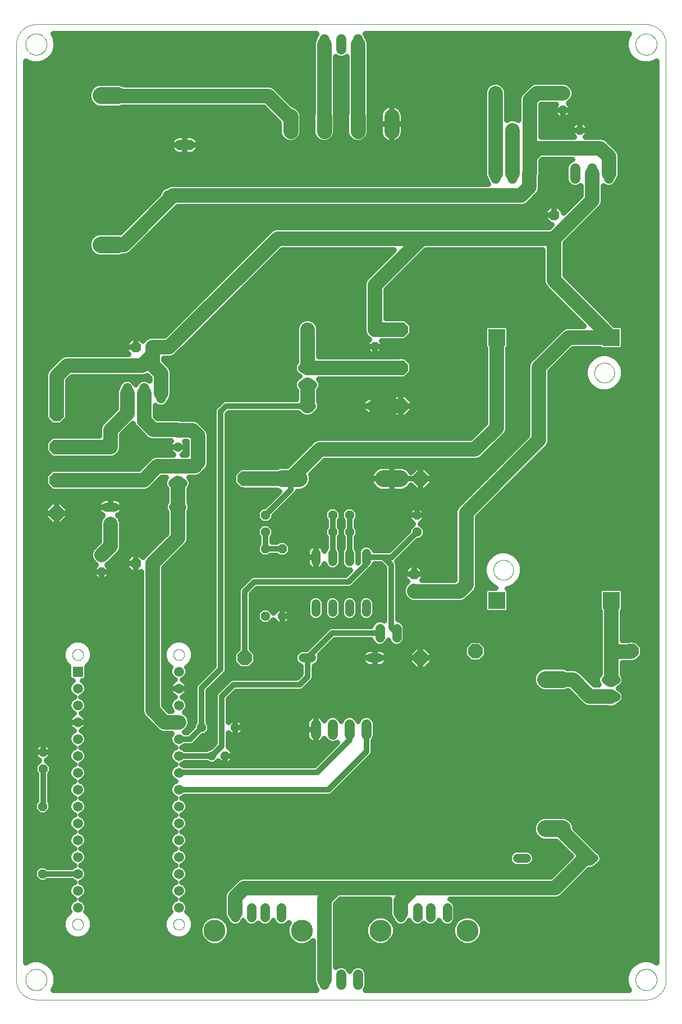
<source format=gtl>
G75*
%MOIN*%
%OFA0B0*%
%FSLAX25Y25*%
%IPPOS*%
%LPD*%
%AMOC8*
5,1,8,0,0,1.08239X$1,22.5*
%
%ADD10C,0.00000*%
%ADD11C,0.08850*%
%ADD12OC8,0.06300*%
%ADD13C,0.06300*%
%ADD14OC8,0.05200*%
%ADD15C,0.06000*%
%ADD16C,0.10000*%
%ADD17C,0.05200*%
%ADD18R,0.09843X0.09843*%
%ADD19R,0.05937X0.05937*%
%ADD20C,0.05937*%
%ADD21C,0.05200*%
%ADD22C,0.05740*%
%ADD23C,0.13055*%
%ADD24C,0.05600*%
%ADD25OC8,0.08500*%
%ADD26R,0.03962X0.03962*%
%ADD27C,0.03200*%
%ADD28C,0.08600*%
D10*
X0034135Y0058333D02*
X0396340Y0058333D01*
X0390041Y0070144D02*
X0390043Y0070302D01*
X0390049Y0070460D01*
X0390059Y0070618D01*
X0390073Y0070776D01*
X0390091Y0070933D01*
X0390112Y0071090D01*
X0390138Y0071246D01*
X0390168Y0071402D01*
X0390201Y0071557D01*
X0390239Y0071710D01*
X0390280Y0071863D01*
X0390325Y0072015D01*
X0390374Y0072166D01*
X0390427Y0072315D01*
X0390483Y0072463D01*
X0390543Y0072609D01*
X0390607Y0072754D01*
X0390675Y0072897D01*
X0390746Y0073039D01*
X0390820Y0073179D01*
X0390898Y0073316D01*
X0390980Y0073452D01*
X0391064Y0073586D01*
X0391153Y0073717D01*
X0391244Y0073846D01*
X0391339Y0073973D01*
X0391436Y0074098D01*
X0391537Y0074220D01*
X0391641Y0074339D01*
X0391748Y0074456D01*
X0391858Y0074570D01*
X0391971Y0074681D01*
X0392086Y0074790D01*
X0392204Y0074895D01*
X0392325Y0074997D01*
X0392448Y0075097D01*
X0392574Y0075193D01*
X0392702Y0075286D01*
X0392832Y0075376D01*
X0392965Y0075462D01*
X0393100Y0075546D01*
X0393236Y0075625D01*
X0393375Y0075702D01*
X0393516Y0075774D01*
X0393658Y0075844D01*
X0393802Y0075909D01*
X0393948Y0075971D01*
X0394095Y0076029D01*
X0394244Y0076084D01*
X0394394Y0076135D01*
X0394545Y0076182D01*
X0394697Y0076225D01*
X0394850Y0076264D01*
X0395005Y0076300D01*
X0395160Y0076331D01*
X0395316Y0076359D01*
X0395472Y0076383D01*
X0395629Y0076403D01*
X0395787Y0076419D01*
X0395944Y0076431D01*
X0396103Y0076439D01*
X0396261Y0076443D01*
X0396419Y0076443D01*
X0396577Y0076439D01*
X0396736Y0076431D01*
X0396893Y0076419D01*
X0397051Y0076403D01*
X0397208Y0076383D01*
X0397364Y0076359D01*
X0397520Y0076331D01*
X0397675Y0076300D01*
X0397830Y0076264D01*
X0397983Y0076225D01*
X0398135Y0076182D01*
X0398286Y0076135D01*
X0398436Y0076084D01*
X0398585Y0076029D01*
X0398732Y0075971D01*
X0398878Y0075909D01*
X0399022Y0075844D01*
X0399164Y0075774D01*
X0399305Y0075702D01*
X0399444Y0075625D01*
X0399580Y0075546D01*
X0399715Y0075462D01*
X0399848Y0075376D01*
X0399978Y0075286D01*
X0400106Y0075193D01*
X0400232Y0075097D01*
X0400355Y0074997D01*
X0400476Y0074895D01*
X0400594Y0074790D01*
X0400709Y0074681D01*
X0400822Y0074570D01*
X0400932Y0074456D01*
X0401039Y0074339D01*
X0401143Y0074220D01*
X0401244Y0074098D01*
X0401341Y0073973D01*
X0401436Y0073846D01*
X0401527Y0073717D01*
X0401616Y0073586D01*
X0401700Y0073452D01*
X0401782Y0073316D01*
X0401860Y0073179D01*
X0401934Y0073039D01*
X0402005Y0072897D01*
X0402073Y0072754D01*
X0402137Y0072609D01*
X0402197Y0072463D01*
X0402253Y0072315D01*
X0402306Y0072166D01*
X0402355Y0072015D01*
X0402400Y0071863D01*
X0402441Y0071710D01*
X0402479Y0071557D01*
X0402512Y0071402D01*
X0402542Y0071246D01*
X0402568Y0071090D01*
X0402589Y0070933D01*
X0402607Y0070776D01*
X0402621Y0070618D01*
X0402631Y0070460D01*
X0402637Y0070302D01*
X0402639Y0070144D01*
X0402637Y0069986D01*
X0402631Y0069828D01*
X0402621Y0069670D01*
X0402607Y0069512D01*
X0402589Y0069355D01*
X0402568Y0069198D01*
X0402542Y0069042D01*
X0402512Y0068886D01*
X0402479Y0068731D01*
X0402441Y0068578D01*
X0402400Y0068425D01*
X0402355Y0068273D01*
X0402306Y0068122D01*
X0402253Y0067973D01*
X0402197Y0067825D01*
X0402137Y0067679D01*
X0402073Y0067534D01*
X0402005Y0067391D01*
X0401934Y0067249D01*
X0401860Y0067109D01*
X0401782Y0066972D01*
X0401700Y0066836D01*
X0401616Y0066702D01*
X0401527Y0066571D01*
X0401436Y0066442D01*
X0401341Y0066315D01*
X0401244Y0066190D01*
X0401143Y0066068D01*
X0401039Y0065949D01*
X0400932Y0065832D01*
X0400822Y0065718D01*
X0400709Y0065607D01*
X0400594Y0065498D01*
X0400476Y0065393D01*
X0400355Y0065291D01*
X0400232Y0065191D01*
X0400106Y0065095D01*
X0399978Y0065002D01*
X0399848Y0064912D01*
X0399715Y0064826D01*
X0399580Y0064742D01*
X0399444Y0064663D01*
X0399305Y0064586D01*
X0399164Y0064514D01*
X0399022Y0064444D01*
X0398878Y0064379D01*
X0398732Y0064317D01*
X0398585Y0064259D01*
X0398436Y0064204D01*
X0398286Y0064153D01*
X0398135Y0064106D01*
X0397983Y0064063D01*
X0397830Y0064024D01*
X0397675Y0063988D01*
X0397520Y0063957D01*
X0397364Y0063929D01*
X0397208Y0063905D01*
X0397051Y0063885D01*
X0396893Y0063869D01*
X0396736Y0063857D01*
X0396577Y0063849D01*
X0396419Y0063845D01*
X0396261Y0063845D01*
X0396103Y0063849D01*
X0395944Y0063857D01*
X0395787Y0063869D01*
X0395629Y0063885D01*
X0395472Y0063905D01*
X0395316Y0063929D01*
X0395160Y0063957D01*
X0395005Y0063988D01*
X0394850Y0064024D01*
X0394697Y0064063D01*
X0394545Y0064106D01*
X0394394Y0064153D01*
X0394244Y0064204D01*
X0394095Y0064259D01*
X0393948Y0064317D01*
X0393802Y0064379D01*
X0393658Y0064444D01*
X0393516Y0064514D01*
X0393375Y0064586D01*
X0393236Y0064663D01*
X0393100Y0064742D01*
X0392965Y0064826D01*
X0392832Y0064912D01*
X0392702Y0065002D01*
X0392574Y0065095D01*
X0392448Y0065191D01*
X0392325Y0065291D01*
X0392204Y0065393D01*
X0392086Y0065498D01*
X0391971Y0065607D01*
X0391858Y0065718D01*
X0391748Y0065832D01*
X0391641Y0065949D01*
X0391537Y0066068D01*
X0391436Y0066190D01*
X0391339Y0066315D01*
X0391244Y0066442D01*
X0391153Y0066571D01*
X0391064Y0066702D01*
X0390980Y0066836D01*
X0390898Y0066972D01*
X0390820Y0067109D01*
X0390746Y0067249D01*
X0390675Y0067391D01*
X0390607Y0067534D01*
X0390543Y0067679D01*
X0390483Y0067825D01*
X0390427Y0067973D01*
X0390374Y0068122D01*
X0390325Y0068273D01*
X0390280Y0068425D01*
X0390239Y0068578D01*
X0390201Y0068731D01*
X0390168Y0068886D01*
X0390138Y0069042D01*
X0390112Y0069198D01*
X0390091Y0069355D01*
X0390073Y0069512D01*
X0390059Y0069670D01*
X0390049Y0069828D01*
X0390043Y0069986D01*
X0390041Y0070144D01*
X0396340Y0058333D02*
X0396625Y0058336D01*
X0396911Y0058347D01*
X0397196Y0058364D01*
X0397480Y0058388D01*
X0397764Y0058419D01*
X0398047Y0058457D01*
X0398328Y0058502D01*
X0398609Y0058553D01*
X0398889Y0058611D01*
X0399167Y0058676D01*
X0399443Y0058748D01*
X0399717Y0058826D01*
X0399990Y0058911D01*
X0400260Y0059003D01*
X0400528Y0059101D01*
X0400794Y0059205D01*
X0401057Y0059316D01*
X0401317Y0059433D01*
X0401575Y0059556D01*
X0401829Y0059686D01*
X0402080Y0059822D01*
X0402328Y0059963D01*
X0402572Y0060111D01*
X0402813Y0060264D01*
X0403049Y0060424D01*
X0403282Y0060589D01*
X0403511Y0060759D01*
X0403736Y0060935D01*
X0403956Y0061117D01*
X0404172Y0061303D01*
X0404383Y0061495D01*
X0404590Y0061692D01*
X0404792Y0061894D01*
X0404989Y0062101D01*
X0405181Y0062312D01*
X0405367Y0062528D01*
X0405549Y0062748D01*
X0405725Y0062973D01*
X0405895Y0063202D01*
X0406060Y0063435D01*
X0406220Y0063671D01*
X0406373Y0063912D01*
X0406521Y0064156D01*
X0406662Y0064404D01*
X0406798Y0064655D01*
X0406928Y0064909D01*
X0407051Y0065167D01*
X0407168Y0065427D01*
X0407279Y0065690D01*
X0407383Y0065956D01*
X0407481Y0066224D01*
X0407573Y0066494D01*
X0407658Y0066767D01*
X0407736Y0067041D01*
X0407808Y0067317D01*
X0407873Y0067595D01*
X0407931Y0067875D01*
X0407982Y0068156D01*
X0408027Y0068437D01*
X0408065Y0068720D01*
X0408096Y0069004D01*
X0408120Y0069288D01*
X0408137Y0069573D01*
X0408148Y0069859D01*
X0408151Y0070144D01*
X0408151Y0625262D01*
X0390041Y0625262D02*
X0390043Y0625420D01*
X0390049Y0625578D01*
X0390059Y0625736D01*
X0390073Y0625894D01*
X0390091Y0626051D01*
X0390112Y0626208D01*
X0390138Y0626364D01*
X0390168Y0626520D01*
X0390201Y0626675D01*
X0390239Y0626828D01*
X0390280Y0626981D01*
X0390325Y0627133D01*
X0390374Y0627284D01*
X0390427Y0627433D01*
X0390483Y0627581D01*
X0390543Y0627727D01*
X0390607Y0627872D01*
X0390675Y0628015D01*
X0390746Y0628157D01*
X0390820Y0628297D01*
X0390898Y0628434D01*
X0390980Y0628570D01*
X0391064Y0628704D01*
X0391153Y0628835D01*
X0391244Y0628964D01*
X0391339Y0629091D01*
X0391436Y0629216D01*
X0391537Y0629338D01*
X0391641Y0629457D01*
X0391748Y0629574D01*
X0391858Y0629688D01*
X0391971Y0629799D01*
X0392086Y0629908D01*
X0392204Y0630013D01*
X0392325Y0630115D01*
X0392448Y0630215D01*
X0392574Y0630311D01*
X0392702Y0630404D01*
X0392832Y0630494D01*
X0392965Y0630580D01*
X0393100Y0630664D01*
X0393236Y0630743D01*
X0393375Y0630820D01*
X0393516Y0630892D01*
X0393658Y0630962D01*
X0393802Y0631027D01*
X0393948Y0631089D01*
X0394095Y0631147D01*
X0394244Y0631202D01*
X0394394Y0631253D01*
X0394545Y0631300D01*
X0394697Y0631343D01*
X0394850Y0631382D01*
X0395005Y0631418D01*
X0395160Y0631449D01*
X0395316Y0631477D01*
X0395472Y0631501D01*
X0395629Y0631521D01*
X0395787Y0631537D01*
X0395944Y0631549D01*
X0396103Y0631557D01*
X0396261Y0631561D01*
X0396419Y0631561D01*
X0396577Y0631557D01*
X0396736Y0631549D01*
X0396893Y0631537D01*
X0397051Y0631521D01*
X0397208Y0631501D01*
X0397364Y0631477D01*
X0397520Y0631449D01*
X0397675Y0631418D01*
X0397830Y0631382D01*
X0397983Y0631343D01*
X0398135Y0631300D01*
X0398286Y0631253D01*
X0398436Y0631202D01*
X0398585Y0631147D01*
X0398732Y0631089D01*
X0398878Y0631027D01*
X0399022Y0630962D01*
X0399164Y0630892D01*
X0399305Y0630820D01*
X0399444Y0630743D01*
X0399580Y0630664D01*
X0399715Y0630580D01*
X0399848Y0630494D01*
X0399978Y0630404D01*
X0400106Y0630311D01*
X0400232Y0630215D01*
X0400355Y0630115D01*
X0400476Y0630013D01*
X0400594Y0629908D01*
X0400709Y0629799D01*
X0400822Y0629688D01*
X0400932Y0629574D01*
X0401039Y0629457D01*
X0401143Y0629338D01*
X0401244Y0629216D01*
X0401341Y0629091D01*
X0401436Y0628964D01*
X0401527Y0628835D01*
X0401616Y0628704D01*
X0401700Y0628570D01*
X0401782Y0628434D01*
X0401860Y0628297D01*
X0401934Y0628157D01*
X0402005Y0628015D01*
X0402073Y0627872D01*
X0402137Y0627727D01*
X0402197Y0627581D01*
X0402253Y0627433D01*
X0402306Y0627284D01*
X0402355Y0627133D01*
X0402400Y0626981D01*
X0402441Y0626828D01*
X0402479Y0626675D01*
X0402512Y0626520D01*
X0402542Y0626364D01*
X0402568Y0626208D01*
X0402589Y0626051D01*
X0402607Y0625894D01*
X0402621Y0625736D01*
X0402631Y0625578D01*
X0402637Y0625420D01*
X0402639Y0625262D01*
X0402637Y0625104D01*
X0402631Y0624946D01*
X0402621Y0624788D01*
X0402607Y0624630D01*
X0402589Y0624473D01*
X0402568Y0624316D01*
X0402542Y0624160D01*
X0402512Y0624004D01*
X0402479Y0623849D01*
X0402441Y0623696D01*
X0402400Y0623543D01*
X0402355Y0623391D01*
X0402306Y0623240D01*
X0402253Y0623091D01*
X0402197Y0622943D01*
X0402137Y0622797D01*
X0402073Y0622652D01*
X0402005Y0622509D01*
X0401934Y0622367D01*
X0401860Y0622227D01*
X0401782Y0622090D01*
X0401700Y0621954D01*
X0401616Y0621820D01*
X0401527Y0621689D01*
X0401436Y0621560D01*
X0401341Y0621433D01*
X0401244Y0621308D01*
X0401143Y0621186D01*
X0401039Y0621067D01*
X0400932Y0620950D01*
X0400822Y0620836D01*
X0400709Y0620725D01*
X0400594Y0620616D01*
X0400476Y0620511D01*
X0400355Y0620409D01*
X0400232Y0620309D01*
X0400106Y0620213D01*
X0399978Y0620120D01*
X0399848Y0620030D01*
X0399715Y0619944D01*
X0399580Y0619860D01*
X0399444Y0619781D01*
X0399305Y0619704D01*
X0399164Y0619632D01*
X0399022Y0619562D01*
X0398878Y0619497D01*
X0398732Y0619435D01*
X0398585Y0619377D01*
X0398436Y0619322D01*
X0398286Y0619271D01*
X0398135Y0619224D01*
X0397983Y0619181D01*
X0397830Y0619142D01*
X0397675Y0619106D01*
X0397520Y0619075D01*
X0397364Y0619047D01*
X0397208Y0619023D01*
X0397051Y0619003D01*
X0396893Y0618987D01*
X0396736Y0618975D01*
X0396577Y0618967D01*
X0396419Y0618963D01*
X0396261Y0618963D01*
X0396103Y0618967D01*
X0395944Y0618975D01*
X0395787Y0618987D01*
X0395629Y0619003D01*
X0395472Y0619023D01*
X0395316Y0619047D01*
X0395160Y0619075D01*
X0395005Y0619106D01*
X0394850Y0619142D01*
X0394697Y0619181D01*
X0394545Y0619224D01*
X0394394Y0619271D01*
X0394244Y0619322D01*
X0394095Y0619377D01*
X0393948Y0619435D01*
X0393802Y0619497D01*
X0393658Y0619562D01*
X0393516Y0619632D01*
X0393375Y0619704D01*
X0393236Y0619781D01*
X0393100Y0619860D01*
X0392965Y0619944D01*
X0392832Y0620030D01*
X0392702Y0620120D01*
X0392574Y0620213D01*
X0392448Y0620309D01*
X0392325Y0620409D01*
X0392204Y0620511D01*
X0392086Y0620616D01*
X0391971Y0620725D01*
X0391858Y0620836D01*
X0391748Y0620950D01*
X0391641Y0621067D01*
X0391537Y0621186D01*
X0391436Y0621308D01*
X0391339Y0621433D01*
X0391244Y0621560D01*
X0391153Y0621689D01*
X0391064Y0621820D01*
X0390980Y0621954D01*
X0390898Y0622090D01*
X0390820Y0622227D01*
X0390746Y0622367D01*
X0390675Y0622509D01*
X0390607Y0622652D01*
X0390543Y0622797D01*
X0390483Y0622943D01*
X0390427Y0623091D01*
X0390374Y0623240D01*
X0390325Y0623391D01*
X0390280Y0623543D01*
X0390239Y0623696D01*
X0390201Y0623849D01*
X0390168Y0624004D01*
X0390138Y0624160D01*
X0390112Y0624316D01*
X0390091Y0624473D01*
X0390073Y0624630D01*
X0390059Y0624788D01*
X0390049Y0624946D01*
X0390043Y0625104D01*
X0390041Y0625262D01*
X0396340Y0637073D02*
X0396625Y0637070D01*
X0396911Y0637059D01*
X0397196Y0637042D01*
X0397480Y0637018D01*
X0397764Y0636987D01*
X0398047Y0636949D01*
X0398328Y0636904D01*
X0398609Y0636853D01*
X0398889Y0636795D01*
X0399167Y0636730D01*
X0399443Y0636658D01*
X0399717Y0636580D01*
X0399990Y0636495D01*
X0400260Y0636403D01*
X0400528Y0636305D01*
X0400794Y0636201D01*
X0401057Y0636090D01*
X0401317Y0635973D01*
X0401575Y0635850D01*
X0401829Y0635720D01*
X0402080Y0635584D01*
X0402328Y0635443D01*
X0402572Y0635295D01*
X0402813Y0635142D01*
X0403049Y0634982D01*
X0403282Y0634817D01*
X0403511Y0634647D01*
X0403736Y0634471D01*
X0403956Y0634289D01*
X0404172Y0634103D01*
X0404383Y0633911D01*
X0404590Y0633714D01*
X0404792Y0633512D01*
X0404989Y0633305D01*
X0405181Y0633094D01*
X0405367Y0632878D01*
X0405549Y0632658D01*
X0405725Y0632433D01*
X0405895Y0632204D01*
X0406060Y0631971D01*
X0406220Y0631735D01*
X0406373Y0631494D01*
X0406521Y0631250D01*
X0406662Y0631002D01*
X0406798Y0630751D01*
X0406928Y0630497D01*
X0407051Y0630239D01*
X0407168Y0629979D01*
X0407279Y0629716D01*
X0407383Y0629450D01*
X0407481Y0629182D01*
X0407573Y0628912D01*
X0407658Y0628639D01*
X0407736Y0628365D01*
X0407808Y0628089D01*
X0407873Y0627811D01*
X0407931Y0627531D01*
X0407982Y0627250D01*
X0408027Y0626969D01*
X0408065Y0626686D01*
X0408096Y0626402D01*
X0408120Y0626118D01*
X0408137Y0625833D01*
X0408148Y0625547D01*
X0408151Y0625262D01*
X0396340Y0637073D02*
X0034135Y0637073D01*
X0027836Y0625262D02*
X0027838Y0625420D01*
X0027844Y0625578D01*
X0027854Y0625736D01*
X0027868Y0625894D01*
X0027886Y0626051D01*
X0027907Y0626208D01*
X0027933Y0626364D01*
X0027963Y0626520D01*
X0027996Y0626675D01*
X0028034Y0626828D01*
X0028075Y0626981D01*
X0028120Y0627133D01*
X0028169Y0627284D01*
X0028222Y0627433D01*
X0028278Y0627581D01*
X0028338Y0627727D01*
X0028402Y0627872D01*
X0028470Y0628015D01*
X0028541Y0628157D01*
X0028615Y0628297D01*
X0028693Y0628434D01*
X0028775Y0628570D01*
X0028859Y0628704D01*
X0028948Y0628835D01*
X0029039Y0628964D01*
X0029134Y0629091D01*
X0029231Y0629216D01*
X0029332Y0629338D01*
X0029436Y0629457D01*
X0029543Y0629574D01*
X0029653Y0629688D01*
X0029766Y0629799D01*
X0029881Y0629908D01*
X0029999Y0630013D01*
X0030120Y0630115D01*
X0030243Y0630215D01*
X0030369Y0630311D01*
X0030497Y0630404D01*
X0030627Y0630494D01*
X0030760Y0630580D01*
X0030895Y0630664D01*
X0031031Y0630743D01*
X0031170Y0630820D01*
X0031311Y0630892D01*
X0031453Y0630962D01*
X0031597Y0631027D01*
X0031743Y0631089D01*
X0031890Y0631147D01*
X0032039Y0631202D01*
X0032189Y0631253D01*
X0032340Y0631300D01*
X0032492Y0631343D01*
X0032645Y0631382D01*
X0032800Y0631418D01*
X0032955Y0631449D01*
X0033111Y0631477D01*
X0033267Y0631501D01*
X0033424Y0631521D01*
X0033582Y0631537D01*
X0033739Y0631549D01*
X0033898Y0631557D01*
X0034056Y0631561D01*
X0034214Y0631561D01*
X0034372Y0631557D01*
X0034531Y0631549D01*
X0034688Y0631537D01*
X0034846Y0631521D01*
X0035003Y0631501D01*
X0035159Y0631477D01*
X0035315Y0631449D01*
X0035470Y0631418D01*
X0035625Y0631382D01*
X0035778Y0631343D01*
X0035930Y0631300D01*
X0036081Y0631253D01*
X0036231Y0631202D01*
X0036380Y0631147D01*
X0036527Y0631089D01*
X0036673Y0631027D01*
X0036817Y0630962D01*
X0036959Y0630892D01*
X0037100Y0630820D01*
X0037239Y0630743D01*
X0037375Y0630664D01*
X0037510Y0630580D01*
X0037643Y0630494D01*
X0037773Y0630404D01*
X0037901Y0630311D01*
X0038027Y0630215D01*
X0038150Y0630115D01*
X0038271Y0630013D01*
X0038389Y0629908D01*
X0038504Y0629799D01*
X0038617Y0629688D01*
X0038727Y0629574D01*
X0038834Y0629457D01*
X0038938Y0629338D01*
X0039039Y0629216D01*
X0039136Y0629091D01*
X0039231Y0628964D01*
X0039322Y0628835D01*
X0039411Y0628704D01*
X0039495Y0628570D01*
X0039577Y0628434D01*
X0039655Y0628297D01*
X0039729Y0628157D01*
X0039800Y0628015D01*
X0039868Y0627872D01*
X0039932Y0627727D01*
X0039992Y0627581D01*
X0040048Y0627433D01*
X0040101Y0627284D01*
X0040150Y0627133D01*
X0040195Y0626981D01*
X0040236Y0626828D01*
X0040274Y0626675D01*
X0040307Y0626520D01*
X0040337Y0626364D01*
X0040363Y0626208D01*
X0040384Y0626051D01*
X0040402Y0625894D01*
X0040416Y0625736D01*
X0040426Y0625578D01*
X0040432Y0625420D01*
X0040434Y0625262D01*
X0040432Y0625104D01*
X0040426Y0624946D01*
X0040416Y0624788D01*
X0040402Y0624630D01*
X0040384Y0624473D01*
X0040363Y0624316D01*
X0040337Y0624160D01*
X0040307Y0624004D01*
X0040274Y0623849D01*
X0040236Y0623696D01*
X0040195Y0623543D01*
X0040150Y0623391D01*
X0040101Y0623240D01*
X0040048Y0623091D01*
X0039992Y0622943D01*
X0039932Y0622797D01*
X0039868Y0622652D01*
X0039800Y0622509D01*
X0039729Y0622367D01*
X0039655Y0622227D01*
X0039577Y0622090D01*
X0039495Y0621954D01*
X0039411Y0621820D01*
X0039322Y0621689D01*
X0039231Y0621560D01*
X0039136Y0621433D01*
X0039039Y0621308D01*
X0038938Y0621186D01*
X0038834Y0621067D01*
X0038727Y0620950D01*
X0038617Y0620836D01*
X0038504Y0620725D01*
X0038389Y0620616D01*
X0038271Y0620511D01*
X0038150Y0620409D01*
X0038027Y0620309D01*
X0037901Y0620213D01*
X0037773Y0620120D01*
X0037643Y0620030D01*
X0037510Y0619944D01*
X0037375Y0619860D01*
X0037239Y0619781D01*
X0037100Y0619704D01*
X0036959Y0619632D01*
X0036817Y0619562D01*
X0036673Y0619497D01*
X0036527Y0619435D01*
X0036380Y0619377D01*
X0036231Y0619322D01*
X0036081Y0619271D01*
X0035930Y0619224D01*
X0035778Y0619181D01*
X0035625Y0619142D01*
X0035470Y0619106D01*
X0035315Y0619075D01*
X0035159Y0619047D01*
X0035003Y0619023D01*
X0034846Y0619003D01*
X0034688Y0618987D01*
X0034531Y0618975D01*
X0034372Y0618967D01*
X0034214Y0618963D01*
X0034056Y0618963D01*
X0033898Y0618967D01*
X0033739Y0618975D01*
X0033582Y0618987D01*
X0033424Y0619003D01*
X0033267Y0619023D01*
X0033111Y0619047D01*
X0032955Y0619075D01*
X0032800Y0619106D01*
X0032645Y0619142D01*
X0032492Y0619181D01*
X0032340Y0619224D01*
X0032189Y0619271D01*
X0032039Y0619322D01*
X0031890Y0619377D01*
X0031743Y0619435D01*
X0031597Y0619497D01*
X0031453Y0619562D01*
X0031311Y0619632D01*
X0031170Y0619704D01*
X0031031Y0619781D01*
X0030895Y0619860D01*
X0030760Y0619944D01*
X0030627Y0620030D01*
X0030497Y0620120D01*
X0030369Y0620213D01*
X0030243Y0620309D01*
X0030120Y0620409D01*
X0029999Y0620511D01*
X0029881Y0620616D01*
X0029766Y0620725D01*
X0029653Y0620836D01*
X0029543Y0620950D01*
X0029436Y0621067D01*
X0029332Y0621186D01*
X0029231Y0621308D01*
X0029134Y0621433D01*
X0029039Y0621560D01*
X0028948Y0621689D01*
X0028859Y0621820D01*
X0028775Y0621954D01*
X0028693Y0622090D01*
X0028615Y0622227D01*
X0028541Y0622367D01*
X0028470Y0622509D01*
X0028402Y0622652D01*
X0028338Y0622797D01*
X0028278Y0622943D01*
X0028222Y0623091D01*
X0028169Y0623240D01*
X0028120Y0623391D01*
X0028075Y0623543D01*
X0028034Y0623696D01*
X0027996Y0623849D01*
X0027963Y0624004D01*
X0027933Y0624160D01*
X0027907Y0624316D01*
X0027886Y0624473D01*
X0027868Y0624630D01*
X0027854Y0624788D01*
X0027844Y0624946D01*
X0027838Y0625104D01*
X0027836Y0625262D01*
X0022324Y0625262D02*
X0022324Y0070144D01*
X0027836Y0070144D02*
X0027838Y0070302D01*
X0027844Y0070460D01*
X0027854Y0070618D01*
X0027868Y0070776D01*
X0027886Y0070933D01*
X0027907Y0071090D01*
X0027933Y0071246D01*
X0027963Y0071402D01*
X0027996Y0071557D01*
X0028034Y0071710D01*
X0028075Y0071863D01*
X0028120Y0072015D01*
X0028169Y0072166D01*
X0028222Y0072315D01*
X0028278Y0072463D01*
X0028338Y0072609D01*
X0028402Y0072754D01*
X0028470Y0072897D01*
X0028541Y0073039D01*
X0028615Y0073179D01*
X0028693Y0073316D01*
X0028775Y0073452D01*
X0028859Y0073586D01*
X0028948Y0073717D01*
X0029039Y0073846D01*
X0029134Y0073973D01*
X0029231Y0074098D01*
X0029332Y0074220D01*
X0029436Y0074339D01*
X0029543Y0074456D01*
X0029653Y0074570D01*
X0029766Y0074681D01*
X0029881Y0074790D01*
X0029999Y0074895D01*
X0030120Y0074997D01*
X0030243Y0075097D01*
X0030369Y0075193D01*
X0030497Y0075286D01*
X0030627Y0075376D01*
X0030760Y0075462D01*
X0030895Y0075546D01*
X0031031Y0075625D01*
X0031170Y0075702D01*
X0031311Y0075774D01*
X0031453Y0075844D01*
X0031597Y0075909D01*
X0031743Y0075971D01*
X0031890Y0076029D01*
X0032039Y0076084D01*
X0032189Y0076135D01*
X0032340Y0076182D01*
X0032492Y0076225D01*
X0032645Y0076264D01*
X0032800Y0076300D01*
X0032955Y0076331D01*
X0033111Y0076359D01*
X0033267Y0076383D01*
X0033424Y0076403D01*
X0033582Y0076419D01*
X0033739Y0076431D01*
X0033898Y0076439D01*
X0034056Y0076443D01*
X0034214Y0076443D01*
X0034372Y0076439D01*
X0034531Y0076431D01*
X0034688Y0076419D01*
X0034846Y0076403D01*
X0035003Y0076383D01*
X0035159Y0076359D01*
X0035315Y0076331D01*
X0035470Y0076300D01*
X0035625Y0076264D01*
X0035778Y0076225D01*
X0035930Y0076182D01*
X0036081Y0076135D01*
X0036231Y0076084D01*
X0036380Y0076029D01*
X0036527Y0075971D01*
X0036673Y0075909D01*
X0036817Y0075844D01*
X0036959Y0075774D01*
X0037100Y0075702D01*
X0037239Y0075625D01*
X0037375Y0075546D01*
X0037510Y0075462D01*
X0037643Y0075376D01*
X0037773Y0075286D01*
X0037901Y0075193D01*
X0038027Y0075097D01*
X0038150Y0074997D01*
X0038271Y0074895D01*
X0038389Y0074790D01*
X0038504Y0074681D01*
X0038617Y0074570D01*
X0038727Y0074456D01*
X0038834Y0074339D01*
X0038938Y0074220D01*
X0039039Y0074098D01*
X0039136Y0073973D01*
X0039231Y0073846D01*
X0039322Y0073717D01*
X0039411Y0073586D01*
X0039495Y0073452D01*
X0039577Y0073316D01*
X0039655Y0073179D01*
X0039729Y0073039D01*
X0039800Y0072897D01*
X0039868Y0072754D01*
X0039932Y0072609D01*
X0039992Y0072463D01*
X0040048Y0072315D01*
X0040101Y0072166D01*
X0040150Y0072015D01*
X0040195Y0071863D01*
X0040236Y0071710D01*
X0040274Y0071557D01*
X0040307Y0071402D01*
X0040337Y0071246D01*
X0040363Y0071090D01*
X0040384Y0070933D01*
X0040402Y0070776D01*
X0040416Y0070618D01*
X0040426Y0070460D01*
X0040432Y0070302D01*
X0040434Y0070144D01*
X0040432Y0069986D01*
X0040426Y0069828D01*
X0040416Y0069670D01*
X0040402Y0069512D01*
X0040384Y0069355D01*
X0040363Y0069198D01*
X0040337Y0069042D01*
X0040307Y0068886D01*
X0040274Y0068731D01*
X0040236Y0068578D01*
X0040195Y0068425D01*
X0040150Y0068273D01*
X0040101Y0068122D01*
X0040048Y0067973D01*
X0039992Y0067825D01*
X0039932Y0067679D01*
X0039868Y0067534D01*
X0039800Y0067391D01*
X0039729Y0067249D01*
X0039655Y0067109D01*
X0039577Y0066972D01*
X0039495Y0066836D01*
X0039411Y0066702D01*
X0039322Y0066571D01*
X0039231Y0066442D01*
X0039136Y0066315D01*
X0039039Y0066190D01*
X0038938Y0066068D01*
X0038834Y0065949D01*
X0038727Y0065832D01*
X0038617Y0065718D01*
X0038504Y0065607D01*
X0038389Y0065498D01*
X0038271Y0065393D01*
X0038150Y0065291D01*
X0038027Y0065191D01*
X0037901Y0065095D01*
X0037773Y0065002D01*
X0037643Y0064912D01*
X0037510Y0064826D01*
X0037375Y0064742D01*
X0037239Y0064663D01*
X0037100Y0064586D01*
X0036959Y0064514D01*
X0036817Y0064444D01*
X0036673Y0064379D01*
X0036527Y0064317D01*
X0036380Y0064259D01*
X0036231Y0064204D01*
X0036081Y0064153D01*
X0035930Y0064106D01*
X0035778Y0064063D01*
X0035625Y0064024D01*
X0035470Y0063988D01*
X0035315Y0063957D01*
X0035159Y0063929D01*
X0035003Y0063905D01*
X0034846Y0063885D01*
X0034688Y0063869D01*
X0034531Y0063857D01*
X0034372Y0063849D01*
X0034214Y0063845D01*
X0034056Y0063845D01*
X0033898Y0063849D01*
X0033739Y0063857D01*
X0033582Y0063869D01*
X0033424Y0063885D01*
X0033267Y0063905D01*
X0033111Y0063929D01*
X0032955Y0063957D01*
X0032800Y0063988D01*
X0032645Y0064024D01*
X0032492Y0064063D01*
X0032340Y0064106D01*
X0032189Y0064153D01*
X0032039Y0064204D01*
X0031890Y0064259D01*
X0031743Y0064317D01*
X0031597Y0064379D01*
X0031453Y0064444D01*
X0031311Y0064514D01*
X0031170Y0064586D01*
X0031031Y0064663D01*
X0030895Y0064742D01*
X0030760Y0064826D01*
X0030627Y0064912D01*
X0030497Y0065002D01*
X0030369Y0065095D01*
X0030243Y0065191D01*
X0030120Y0065291D01*
X0029999Y0065393D01*
X0029881Y0065498D01*
X0029766Y0065607D01*
X0029653Y0065718D01*
X0029543Y0065832D01*
X0029436Y0065949D01*
X0029332Y0066068D01*
X0029231Y0066190D01*
X0029134Y0066315D01*
X0029039Y0066442D01*
X0028948Y0066571D01*
X0028859Y0066702D01*
X0028775Y0066836D01*
X0028693Y0066972D01*
X0028615Y0067109D01*
X0028541Y0067249D01*
X0028470Y0067391D01*
X0028402Y0067534D01*
X0028338Y0067679D01*
X0028278Y0067825D01*
X0028222Y0067973D01*
X0028169Y0068122D01*
X0028120Y0068273D01*
X0028075Y0068425D01*
X0028034Y0068578D01*
X0027996Y0068731D01*
X0027963Y0068886D01*
X0027933Y0069042D01*
X0027907Y0069198D01*
X0027886Y0069355D01*
X0027868Y0069512D01*
X0027854Y0069670D01*
X0027844Y0069828D01*
X0027838Y0069986D01*
X0027836Y0070144D01*
X0022324Y0070144D02*
X0022327Y0069859D01*
X0022338Y0069573D01*
X0022355Y0069288D01*
X0022379Y0069004D01*
X0022410Y0068720D01*
X0022448Y0068437D01*
X0022493Y0068156D01*
X0022544Y0067875D01*
X0022602Y0067595D01*
X0022667Y0067317D01*
X0022739Y0067041D01*
X0022817Y0066767D01*
X0022902Y0066494D01*
X0022994Y0066224D01*
X0023092Y0065956D01*
X0023196Y0065690D01*
X0023307Y0065427D01*
X0023424Y0065167D01*
X0023547Y0064909D01*
X0023677Y0064655D01*
X0023813Y0064404D01*
X0023954Y0064156D01*
X0024102Y0063912D01*
X0024255Y0063671D01*
X0024415Y0063435D01*
X0024580Y0063202D01*
X0024750Y0062973D01*
X0024926Y0062748D01*
X0025108Y0062528D01*
X0025294Y0062312D01*
X0025486Y0062101D01*
X0025683Y0061894D01*
X0025885Y0061692D01*
X0026092Y0061495D01*
X0026303Y0061303D01*
X0026519Y0061117D01*
X0026739Y0060935D01*
X0026964Y0060759D01*
X0027193Y0060589D01*
X0027426Y0060424D01*
X0027662Y0060264D01*
X0027903Y0060111D01*
X0028147Y0059963D01*
X0028395Y0059822D01*
X0028646Y0059686D01*
X0028900Y0059556D01*
X0029158Y0059433D01*
X0029418Y0059316D01*
X0029681Y0059205D01*
X0029947Y0059101D01*
X0030215Y0059003D01*
X0030485Y0058911D01*
X0030758Y0058826D01*
X0031032Y0058748D01*
X0031308Y0058676D01*
X0031586Y0058611D01*
X0031866Y0058553D01*
X0032147Y0058502D01*
X0032428Y0058457D01*
X0032711Y0058419D01*
X0032995Y0058388D01*
X0033279Y0058364D01*
X0033564Y0058347D01*
X0033850Y0058336D01*
X0034135Y0058333D01*
X0055610Y0102979D02*
X0055612Y0103092D01*
X0055618Y0103206D01*
X0055628Y0103319D01*
X0055642Y0103431D01*
X0055659Y0103543D01*
X0055681Y0103655D01*
X0055707Y0103765D01*
X0055736Y0103875D01*
X0055769Y0103983D01*
X0055806Y0104091D01*
X0055847Y0104196D01*
X0055891Y0104301D01*
X0055939Y0104404D01*
X0055990Y0104505D01*
X0056045Y0104604D01*
X0056104Y0104701D01*
X0056166Y0104796D01*
X0056231Y0104889D01*
X0056299Y0104980D01*
X0056370Y0105068D01*
X0056445Y0105154D01*
X0056522Y0105237D01*
X0056602Y0105317D01*
X0056685Y0105394D01*
X0056771Y0105469D01*
X0056859Y0105540D01*
X0056950Y0105608D01*
X0057043Y0105673D01*
X0057138Y0105735D01*
X0057235Y0105794D01*
X0057334Y0105849D01*
X0057435Y0105900D01*
X0057538Y0105948D01*
X0057643Y0105992D01*
X0057748Y0106033D01*
X0057856Y0106070D01*
X0057964Y0106103D01*
X0058074Y0106132D01*
X0058184Y0106158D01*
X0058296Y0106180D01*
X0058408Y0106197D01*
X0058520Y0106211D01*
X0058633Y0106221D01*
X0058747Y0106227D01*
X0058860Y0106229D01*
X0058973Y0106227D01*
X0059087Y0106221D01*
X0059200Y0106211D01*
X0059312Y0106197D01*
X0059424Y0106180D01*
X0059536Y0106158D01*
X0059646Y0106132D01*
X0059756Y0106103D01*
X0059864Y0106070D01*
X0059972Y0106033D01*
X0060077Y0105992D01*
X0060182Y0105948D01*
X0060285Y0105900D01*
X0060386Y0105849D01*
X0060485Y0105794D01*
X0060582Y0105735D01*
X0060677Y0105673D01*
X0060770Y0105608D01*
X0060861Y0105540D01*
X0060949Y0105469D01*
X0061035Y0105394D01*
X0061118Y0105317D01*
X0061198Y0105237D01*
X0061275Y0105154D01*
X0061350Y0105068D01*
X0061421Y0104980D01*
X0061489Y0104889D01*
X0061554Y0104796D01*
X0061616Y0104701D01*
X0061675Y0104604D01*
X0061730Y0104505D01*
X0061781Y0104404D01*
X0061829Y0104301D01*
X0061873Y0104196D01*
X0061914Y0104091D01*
X0061951Y0103983D01*
X0061984Y0103875D01*
X0062013Y0103765D01*
X0062039Y0103655D01*
X0062061Y0103543D01*
X0062078Y0103431D01*
X0062092Y0103319D01*
X0062102Y0103206D01*
X0062108Y0103092D01*
X0062110Y0102979D01*
X0062108Y0102866D01*
X0062102Y0102752D01*
X0062092Y0102639D01*
X0062078Y0102527D01*
X0062061Y0102415D01*
X0062039Y0102303D01*
X0062013Y0102193D01*
X0061984Y0102083D01*
X0061951Y0101975D01*
X0061914Y0101867D01*
X0061873Y0101762D01*
X0061829Y0101657D01*
X0061781Y0101554D01*
X0061730Y0101453D01*
X0061675Y0101354D01*
X0061616Y0101257D01*
X0061554Y0101162D01*
X0061489Y0101069D01*
X0061421Y0100978D01*
X0061350Y0100890D01*
X0061275Y0100804D01*
X0061198Y0100721D01*
X0061118Y0100641D01*
X0061035Y0100564D01*
X0060949Y0100489D01*
X0060861Y0100418D01*
X0060770Y0100350D01*
X0060677Y0100285D01*
X0060582Y0100223D01*
X0060485Y0100164D01*
X0060386Y0100109D01*
X0060285Y0100058D01*
X0060182Y0100010D01*
X0060077Y0099966D01*
X0059972Y0099925D01*
X0059864Y0099888D01*
X0059756Y0099855D01*
X0059646Y0099826D01*
X0059536Y0099800D01*
X0059424Y0099778D01*
X0059312Y0099761D01*
X0059200Y0099747D01*
X0059087Y0099737D01*
X0058973Y0099731D01*
X0058860Y0099729D01*
X0058747Y0099731D01*
X0058633Y0099737D01*
X0058520Y0099747D01*
X0058408Y0099761D01*
X0058296Y0099778D01*
X0058184Y0099800D01*
X0058074Y0099826D01*
X0057964Y0099855D01*
X0057856Y0099888D01*
X0057748Y0099925D01*
X0057643Y0099966D01*
X0057538Y0100010D01*
X0057435Y0100058D01*
X0057334Y0100109D01*
X0057235Y0100164D01*
X0057138Y0100223D01*
X0057043Y0100285D01*
X0056950Y0100350D01*
X0056859Y0100418D01*
X0056771Y0100489D01*
X0056685Y0100564D01*
X0056602Y0100641D01*
X0056522Y0100721D01*
X0056445Y0100804D01*
X0056370Y0100890D01*
X0056299Y0100978D01*
X0056231Y0101069D01*
X0056166Y0101162D01*
X0056104Y0101257D01*
X0056045Y0101354D01*
X0055990Y0101453D01*
X0055939Y0101554D01*
X0055891Y0101657D01*
X0055847Y0101762D01*
X0055806Y0101867D01*
X0055769Y0101975D01*
X0055736Y0102083D01*
X0055707Y0102193D01*
X0055681Y0102303D01*
X0055659Y0102415D01*
X0055642Y0102527D01*
X0055628Y0102639D01*
X0055618Y0102752D01*
X0055612Y0102866D01*
X0055610Y0102979D01*
X0115610Y0102979D02*
X0115612Y0103092D01*
X0115618Y0103206D01*
X0115628Y0103319D01*
X0115642Y0103431D01*
X0115659Y0103543D01*
X0115681Y0103655D01*
X0115707Y0103765D01*
X0115736Y0103875D01*
X0115769Y0103983D01*
X0115806Y0104091D01*
X0115847Y0104196D01*
X0115891Y0104301D01*
X0115939Y0104404D01*
X0115990Y0104505D01*
X0116045Y0104604D01*
X0116104Y0104701D01*
X0116166Y0104796D01*
X0116231Y0104889D01*
X0116299Y0104980D01*
X0116370Y0105068D01*
X0116445Y0105154D01*
X0116522Y0105237D01*
X0116602Y0105317D01*
X0116685Y0105394D01*
X0116771Y0105469D01*
X0116859Y0105540D01*
X0116950Y0105608D01*
X0117043Y0105673D01*
X0117138Y0105735D01*
X0117235Y0105794D01*
X0117334Y0105849D01*
X0117435Y0105900D01*
X0117538Y0105948D01*
X0117643Y0105992D01*
X0117748Y0106033D01*
X0117856Y0106070D01*
X0117964Y0106103D01*
X0118074Y0106132D01*
X0118184Y0106158D01*
X0118296Y0106180D01*
X0118408Y0106197D01*
X0118520Y0106211D01*
X0118633Y0106221D01*
X0118747Y0106227D01*
X0118860Y0106229D01*
X0118973Y0106227D01*
X0119087Y0106221D01*
X0119200Y0106211D01*
X0119312Y0106197D01*
X0119424Y0106180D01*
X0119536Y0106158D01*
X0119646Y0106132D01*
X0119756Y0106103D01*
X0119864Y0106070D01*
X0119972Y0106033D01*
X0120077Y0105992D01*
X0120182Y0105948D01*
X0120285Y0105900D01*
X0120386Y0105849D01*
X0120485Y0105794D01*
X0120582Y0105735D01*
X0120677Y0105673D01*
X0120770Y0105608D01*
X0120861Y0105540D01*
X0120949Y0105469D01*
X0121035Y0105394D01*
X0121118Y0105317D01*
X0121198Y0105237D01*
X0121275Y0105154D01*
X0121350Y0105068D01*
X0121421Y0104980D01*
X0121489Y0104889D01*
X0121554Y0104796D01*
X0121616Y0104701D01*
X0121675Y0104604D01*
X0121730Y0104505D01*
X0121781Y0104404D01*
X0121829Y0104301D01*
X0121873Y0104196D01*
X0121914Y0104091D01*
X0121951Y0103983D01*
X0121984Y0103875D01*
X0122013Y0103765D01*
X0122039Y0103655D01*
X0122061Y0103543D01*
X0122078Y0103431D01*
X0122092Y0103319D01*
X0122102Y0103206D01*
X0122108Y0103092D01*
X0122110Y0102979D01*
X0122108Y0102866D01*
X0122102Y0102752D01*
X0122092Y0102639D01*
X0122078Y0102527D01*
X0122061Y0102415D01*
X0122039Y0102303D01*
X0122013Y0102193D01*
X0121984Y0102083D01*
X0121951Y0101975D01*
X0121914Y0101867D01*
X0121873Y0101762D01*
X0121829Y0101657D01*
X0121781Y0101554D01*
X0121730Y0101453D01*
X0121675Y0101354D01*
X0121616Y0101257D01*
X0121554Y0101162D01*
X0121489Y0101069D01*
X0121421Y0100978D01*
X0121350Y0100890D01*
X0121275Y0100804D01*
X0121198Y0100721D01*
X0121118Y0100641D01*
X0121035Y0100564D01*
X0120949Y0100489D01*
X0120861Y0100418D01*
X0120770Y0100350D01*
X0120677Y0100285D01*
X0120582Y0100223D01*
X0120485Y0100164D01*
X0120386Y0100109D01*
X0120285Y0100058D01*
X0120182Y0100010D01*
X0120077Y0099966D01*
X0119972Y0099925D01*
X0119864Y0099888D01*
X0119756Y0099855D01*
X0119646Y0099826D01*
X0119536Y0099800D01*
X0119424Y0099778D01*
X0119312Y0099761D01*
X0119200Y0099747D01*
X0119087Y0099737D01*
X0118973Y0099731D01*
X0118860Y0099729D01*
X0118747Y0099731D01*
X0118633Y0099737D01*
X0118520Y0099747D01*
X0118408Y0099761D01*
X0118296Y0099778D01*
X0118184Y0099800D01*
X0118074Y0099826D01*
X0117964Y0099855D01*
X0117856Y0099888D01*
X0117748Y0099925D01*
X0117643Y0099966D01*
X0117538Y0100010D01*
X0117435Y0100058D01*
X0117334Y0100109D01*
X0117235Y0100164D01*
X0117138Y0100223D01*
X0117043Y0100285D01*
X0116950Y0100350D01*
X0116859Y0100418D01*
X0116771Y0100489D01*
X0116685Y0100564D01*
X0116602Y0100641D01*
X0116522Y0100721D01*
X0116445Y0100804D01*
X0116370Y0100890D01*
X0116299Y0100978D01*
X0116231Y0101069D01*
X0116166Y0101162D01*
X0116104Y0101257D01*
X0116045Y0101354D01*
X0115990Y0101453D01*
X0115939Y0101554D01*
X0115891Y0101657D01*
X0115847Y0101762D01*
X0115806Y0101867D01*
X0115769Y0101975D01*
X0115736Y0102083D01*
X0115707Y0102193D01*
X0115681Y0102303D01*
X0115659Y0102415D01*
X0115642Y0102527D01*
X0115628Y0102639D01*
X0115618Y0102752D01*
X0115612Y0102866D01*
X0115610Y0102979D01*
X0115610Y0262979D02*
X0115612Y0263092D01*
X0115618Y0263206D01*
X0115628Y0263319D01*
X0115642Y0263431D01*
X0115659Y0263543D01*
X0115681Y0263655D01*
X0115707Y0263765D01*
X0115736Y0263875D01*
X0115769Y0263983D01*
X0115806Y0264091D01*
X0115847Y0264196D01*
X0115891Y0264301D01*
X0115939Y0264404D01*
X0115990Y0264505D01*
X0116045Y0264604D01*
X0116104Y0264701D01*
X0116166Y0264796D01*
X0116231Y0264889D01*
X0116299Y0264980D01*
X0116370Y0265068D01*
X0116445Y0265154D01*
X0116522Y0265237D01*
X0116602Y0265317D01*
X0116685Y0265394D01*
X0116771Y0265469D01*
X0116859Y0265540D01*
X0116950Y0265608D01*
X0117043Y0265673D01*
X0117138Y0265735D01*
X0117235Y0265794D01*
X0117334Y0265849D01*
X0117435Y0265900D01*
X0117538Y0265948D01*
X0117643Y0265992D01*
X0117748Y0266033D01*
X0117856Y0266070D01*
X0117964Y0266103D01*
X0118074Y0266132D01*
X0118184Y0266158D01*
X0118296Y0266180D01*
X0118408Y0266197D01*
X0118520Y0266211D01*
X0118633Y0266221D01*
X0118747Y0266227D01*
X0118860Y0266229D01*
X0118973Y0266227D01*
X0119087Y0266221D01*
X0119200Y0266211D01*
X0119312Y0266197D01*
X0119424Y0266180D01*
X0119536Y0266158D01*
X0119646Y0266132D01*
X0119756Y0266103D01*
X0119864Y0266070D01*
X0119972Y0266033D01*
X0120077Y0265992D01*
X0120182Y0265948D01*
X0120285Y0265900D01*
X0120386Y0265849D01*
X0120485Y0265794D01*
X0120582Y0265735D01*
X0120677Y0265673D01*
X0120770Y0265608D01*
X0120861Y0265540D01*
X0120949Y0265469D01*
X0121035Y0265394D01*
X0121118Y0265317D01*
X0121198Y0265237D01*
X0121275Y0265154D01*
X0121350Y0265068D01*
X0121421Y0264980D01*
X0121489Y0264889D01*
X0121554Y0264796D01*
X0121616Y0264701D01*
X0121675Y0264604D01*
X0121730Y0264505D01*
X0121781Y0264404D01*
X0121829Y0264301D01*
X0121873Y0264196D01*
X0121914Y0264091D01*
X0121951Y0263983D01*
X0121984Y0263875D01*
X0122013Y0263765D01*
X0122039Y0263655D01*
X0122061Y0263543D01*
X0122078Y0263431D01*
X0122092Y0263319D01*
X0122102Y0263206D01*
X0122108Y0263092D01*
X0122110Y0262979D01*
X0122108Y0262866D01*
X0122102Y0262752D01*
X0122092Y0262639D01*
X0122078Y0262527D01*
X0122061Y0262415D01*
X0122039Y0262303D01*
X0122013Y0262193D01*
X0121984Y0262083D01*
X0121951Y0261975D01*
X0121914Y0261867D01*
X0121873Y0261762D01*
X0121829Y0261657D01*
X0121781Y0261554D01*
X0121730Y0261453D01*
X0121675Y0261354D01*
X0121616Y0261257D01*
X0121554Y0261162D01*
X0121489Y0261069D01*
X0121421Y0260978D01*
X0121350Y0260890D01*
X0121275Y0260804D01*
X0121198Y0260721D01*
X0121118Y0260641D01*
X0121035Y0260564D01*
X0120949Y0260489D01*
X0120861Y0260418D01*
X0120770Y0260350D01*
X0120677Y0260285D01*
X0120582Y0260223D01*
X0120485Y0260164D01*
X0120386Y0260109D01*
X0120285Y0260058D01*
X0120182Y0260010D01*
X0120077Y0259966D01*
X0119972Y0259925D01*
X0119864Y0259888D01*
X0119756Y0259855D01*
X0119646Y0259826D01*
X0119536Y0259800D01*
X0119424Y0259778D01*
X0119312Y0259761D01*
X0119200Y0259747D01*
X0119087Y0259737D01*
X0118973Y0259731D01*
X0118860Y0259729D01*
X0118747Y0259731D01*
X0118633Y0259737D01*
X0118520Y0259747D01*
X0118408Y0259761D01*
X0118296Y0259778D01*
X0118184Y0259800D01*
X0118074Y0259826D01*
X0117964Y0259855D01*
X0117856Y0259888D01*
X0117748Y0259925D01*
X0117643Y0259966D01*
X0117538Y0260010D01*
X0117435Y0260058D01*
X0117334Y0260109D01*
X0117235Y0260164D01*
X0117138Y0260223D01*
X0117043Y0260285D01*
X0116950Y0260350D01*
X0116859Y0260418D01*
X0116771Y0260489D01*
X0116685Y0260564D01*
X0116602Y0260641D01*
X0116522Y0260721D01*
X0116445Y0260804D01*
X0116370Y0260890D01*
X0116299Y0260978D01*
X0116231Y0261069D01*
X0116166Y0261162D01*
X0116104Y0261257D01*
X0116045Y0261354D01*
X0115990Y0261453D01*
X0115939Y0261554D01*
X0115891Y0261657D01*
X0115847Y0261762D01*
X0115806Y0261867D01*
X0115769Y0261975D01*
X0115736Y0262083D01*
X0115707Y0262193D01*
X0115681Y0262303D01*
X0115659Y0262415D01*
X0115642Y0262527D01*
X0115628Y0262639D01*
X0115618Y0262752D01*
X0115612Y0262866D01*
X0115610Y0262979D01*
X0055610Y0262979D02*
X0055612Y0263092D01*
X0055618Y0263206D01*
X0055628Y0263319D01*
X0055642Y0263431D01*
X0055659Y0263543D01*
X0055681Y0263655D01*
X0055707Y0263765D01*
X0055736Y0263875D01*
X0055769Y0263983D01*
X0055806Y0264091D01*
X0055847Y0264196D01*
X0055891Y0264301D01*
X0055939Y0264404D01*
X0055990Y0264505D01*
X0056045Y0264604D01*
X0056104Y0264701D01*
X0056166Y0264796D01*
X0056231Y0264889D01*
X0056299Y0264980D01*
X0056370Y0265068D01*
X0056445Y0265154D01*
X0056522Y0265237D01*
X0056602Y0265317D01*
X0056685Y0265394D01*
X0056771Y0265469D01*
X0056859Y0265540D01*
X0056950Y0265608D01*
X0057043Y0265673D01*
X0057138Y0265735D01*
X0057235Y0265794D01*
X0057334Y0265849D01*
X0057435Y0265900D01*
X0057538Y0265948D01*
X0057643Y0265992D01*
X0057748Y0266033D01*
X0057856Y0266070D01*
X0057964Y0266103D01*
X0058074Y0266132D01*
X0058184Y0266158D01*
X0058296Y0266180D01*
X0058408Y0266197D01*
X0058520Y0266211D01*
X0058633Y0266221D01*
X0058747Y0266227D01*
X0058860Y0266229D01*
X0058973Y0266227D01*
X0059087Y0266221D01*
X0059200Y0266211D01*
X0059312Y0266197D01*
X0059424Y0266180D01*
X0059536Y0266158D01*
X0059646Y0266132D01*
X0059756Y0266103D01*
X0059864Y0266070D01*
X0059972Y0266033D01*
X0060077Y0265992D01*
X0060182Y0265948D01*
X0060285Y0265900D01*
X0060386Y0265849D01*
X0060485Y0265794D01*
X0060582Y0265735D01*
X0060677Y0265673D01*
X0060770Y0265608D01*
X0060861Y0265540D01*
X0060949Y0265469D01*
X0061035Y0265394D01*
X0061118Y0265317D01*
X0061198Y0265237D01*
X0061275Y0265154D01*
X0061350Y0265068D01*
X0061421Y0264980D01*
X0061489Y0264889D01*
X0061554Y0264796D01*
X0061616Y0264701D01*
X0061675Y0264604D01*
X0061730Y0264505D01*
X0061781Y0264404D01*
X0061829Y0264301D01*
X0061873Y0264196D01*
X0061914Y0264091D01*
X0061951Y0263983D01*
X0061984Y0263875D01*
X0062013Y0263765D01*
X0062039Y0263655D01*
X0062061Y0263543D01*
X0062078Y0263431D01*
X0062092Y0263319D01*
X0062102Y0263206D01*
X0062108Y0263092D01*
X0062110Y0262979D01*
X0062108Y0262866D01*
X0062102Y0262752D01*
X0062092Y0262639D01*
X0062078Y0262527D01*
X0062061Y0262415D01*
X0062039Y0262303D01*
X0062013Y0262193D01*
X0061984Y0262083D01*
X0061951Y0261975D01*
X0061914Y0261867D01*
X0061873Y0261762D01*
X0061829Y0261657D01*
X0061781Y0261554D01*
X0061730Y0261453D01*
X0061675Y0261354D01*
X0061616Y0261257D01*
X0061554Y0261162D01*
X0061489Y0261069D01*
X0061421Y0260978D01*
X0061350Y0260890D01*
X0061275Y0260804D01*
X0061198Y0260721D01*
X0061118Y0260641D01*
X0061035Y0260564D01*
X0060949Y0260489D01*
X0060861Y0260418D01*
X0060770Y0260350D01*
X0060677Y0260285D01*
X0060582Y0260223D01*
X0060485Y0260164D01*
X0060386Y0260109D01*
X0060285Y0260058D01*
X0060182Y0260010D01*
X0060077Y0259966D01*
X0059972Y0259925D01*
X0059864Y0259888D01*
X0059756Y0259855D01*
X0059646Y0259826D01*
X0059536Y0259800D01*
X0059424Y0259778D01*
X0059312Y0259761D01*
X0059200Y0259747D01*
X0059087Y0259737D01*
X0058973Y0259731D01*
X0058860Y0259729D01*
X0058747Y0259731D01*
X0058633Y0259737D01*
X0058520Y0259747D01*
X0058408Y0259761D01*
X0058296Y0259778D01*
X0058184Y0259800D01*
X0058074Y0259826D01*
X0057964Y0259855D01*
X0057856Y0259888D01*
X0057748Y0259925D01*
X0057643Y0259966D01*
X0057538Y0260010D01*
X0057435Y0260058D01*
X0057334Y0260109D01*
X0057235Y0260164D01*
X0057138Y0260223D01*
X0057043Y0260285D01*
X0056950Y0260350D01*
X0056859Y0260418D01*
X0056771Y0260489D01*
X0056685Y0260564D01*
X0056602Y0260641D01*
X0056522Y0260721D01*
X0056445Y0260804D01*
X0056370Y0260890D01*
X0056299Y0260978D01*
X0056231Y0261069D01*
X0056166Y0261162D01*
X0056104Y0261257D01*
X0056045Y0261354D01*
X0055990Y0261453D01*
X0055939Y0261554D01*
X0055891Y0261657D01*
X0055847Y0261762D01*
X0055806Y0261867D01*
X0055769Y0261975D01*
X0055736Y0262083D01*
X0055707Y0262193D01*
X0055681Y0262303D01*
X0055659Y0262415D01*
X0055642Y0262527D01*
X0055628Y0262639D01*
X0055618Y0262752D01*
X0055612Y0262866D01*
X0055610Y0262979D01*
X0022324Y0625262D02*
X0022327Y0625547D01*
X0022338Y0625833D01*
X0022355Y0626118D01*
X0022379Y0626402D01*
X0022410Y0626686D01*
X0022448Y0626969D01*
X0022493Y0627250D01*
X0022544Y0627531D01*
X0022602Y0627811D01*
X0022667Y0628089D01*
X0022739Y0628365D01*
X0022817Y0628639D01*
X0022902Y0628912D01*
X0022994Y0629182D01*
X0023092Y0629450D01*
X0023196Y0629716D01*
X0023307Y0629979D01*
X0023424Y0630239D01*
X0023547Y0630497D01*
X0023677Y0630751D01*
X0023813Y0631002D01*
X0023954Y0631250D01*
X0024102Y0631494D01*
X0024255Y0631735D01*
X0024415Y0631971D01*
X0024580Y0632204D01*
X0024750Y0632433D01*
X0024926Y0632658D01*
X0025108Y0632878D01*
X0025294Y0633094D01*
X0025486Y0633305D01*
X0025683Y0633512D01*
X0025885Y0633714D01*
X0026092Y0633911D01*
X0026303Y0634103D01*
X0026519Y0634289D01*
X0026739Y0634471D01*
X0026964Y0634647D01*
X0027193Y0634817D01*
X0027426Y0634982D01*
X0027662Y0635142D01*
X0027903Y0635295D01*
X0028147Y0635443D01*
X0028395Y0635584D01*
X0028646Y0635720D01*
X0028900Y0635850D01*
X0029158Y0635973D01*
X0029418Y0636090D01*
X0029681Y0636201D01*
X0029947Y0636305D01*
X0030215Y0636403D01*
X0030485Y0636495D01*
X0030758Y0636580D01*
X0031032Y0636658D01*
X0031308Y0636730D01*
X0031586Y0636795D01*
X0031866Y0636853D01*
X0032147Y0636904D01*
X0032428Y0636949D01*
X0032711Y0636987D01*
X0032995Y0637018D01*
X0033279Y0637042D01*
X0033564Y0637059D01*
X0033850Y0637070D01*
X0034135Y0637073D01*
X0305710Y0313294D02*
X0305712Y0313447D01*
X0305718Y0313601D01*
X0305728Y0313754D01*
X0305742Y0313906D01*
X0305760Y0314059D01*
X0305782Y0314210D01*
X0305807Y0314361D01*
X0305837Y0314512D01*
X0305871Y0314662D01*
X0305908Y0314810D01*
X0305949Y0314958D01*
X0305994Y0315104D01*
X0306043Y0315250D01*
X0306096Y0315394D01*
X0306152Y0315536D01*
X0306212Y0315677D01*
X0306276Y0315817D01*
X0306343Y0315955D01*
X0306414Y0316091D01*
X0306489Y0316225D01*
X0306566Y0316357D01*
X0306648Y0316487D01*
X0306732Y0316615D01*
X0306820Y0316741D01*
X0306911Y0316864D01*
X0307005Y0316985D01*
X0307103Y0317103D01*
X0307203Y0317219D01*
X0307307Y0317332D01*
X0307413Y0317443D01*
X0307522Y0317551D01*
X0307634Y0317656D01*
X0307748Y0317757D01*
X0307866Y0317856D01*
X0307985Y0317952D01*
X0308107Y0318045D01*
X0308232Y0318134D01*
X0308359Y0318221D01*
X0308488Y0318303D01*
X0308619Y0318383D01*
X0308752Y0318459D01*
X0308887Y0318532D01*
X0309024Y0318601D01*
X0309163Y0318666D01*
X0309303Y0318728D01*
X0309445Y0318786D01*
X0309588Y0318841D01*
X0309733Y0318892D01*
X0309879Y0318939D01*
X0310026Y0318982D01*
X0310174Y0319021D01*
X0310323Y0319057D01*
X0310473Y0319088D01*
X0310624Y0319116D01*
X0310775Y0319140D01*
X0310928Y0319160D01*
X0311080Y0319176D01*
X0311233Y0319188D01*
X0311386Y0319196D01*
X0311539Y0319200D01*
X0311693Y0319200D01*
X0311846Y0319196D01*
X0311999Y0319188D01*
X0312152Y0319176D01*
X0312304Y0319160D01*
X0312457Y0319140D01*
X0312608Y0319116D01*
X0312759Y0319088D01*
X0312909Y0319057D01*
X0313058Y0319021D01*
X0313206Y0318982D01*
X0313353Y0318939D01*
X0313499Y0318892D01*
X0313644Y0318841D01*
X0313787Y0318786D01*
X0313929Y0318728D01*
X0314069Y0318666D01*
X0314208Y0318601D01*
X0314345Y0318532D01*
X0314480Y0318459D01*
X0314613Y0318383D01*
X0314744Y0318303D01*
X0314873Y0318221D01*
X0315000Y0318134D01*
X0315125Y0318045D01*
X0315247Y0317952D01*
X0315366Y0317856D01*
X0315484Y0317757D01*
X0315598Y0317656D01*
X0315710Y0317551D01*
X0315819Y0317443D01*
X0315925Y0317332D01*
X0316029Y0317219D01*
X0316129Y0317103D01*
X0316227Y0316985D01*
X0316321Y0316864D01*
X0316412Y0316741D01*
X0316500Y0316615D01*
X0316584Y0316487D01*
X0316666Y0316357D01*
X0316743Y0316225D01*
X0316818Y0316091D01*
X0316889Y0315955D01*
X0316956Y0315817D01*
X0317020Y0315677D01*
X0317080Y0315536D01*
X0317136Y0315394D01*
X0317189Y0315250D01*
X0317238Y0315104D01*
X0317283Y0314958D01*
X0317324Y0314810D01*
X0317361Y0314662D01*
X0317395Y0314512D01*
X0317425Y0314361D01*
X0317450Y0314210D01*
X0317472Y0314059D01*
X0317490Y0313906D01*
X0317504Y0313754D01*
X0317514Y0313601D01*
X0317520Y0313447D01*
X0317522Y0313294D01*
X0317520Y0313141D01*
X0317514Y0312987D01*
X0317504Y0312834D01*
X0317490Y0312682D01*
X0317472Y0312529D01*
X0317450Y0312378D01*
X0317425Y0312227D01*
X0317395Y0312076D01*
X0317361Y0311926D01*
X0317324Y0311778D01*
X0317283Y0311630D01*
X0317238Y0311484D01*
X0317189Y0311338D01*
X0317136Y0311194D01*
X0317080Y0311052D01*
X0317020Y0310911D01*
X0316956Y0310771D01*
X0316889Y0310633D01*
X0316818Y0310497D01*
X0316743Y0310363D01*
X0316666Y0310231D01*
X0316584Y0310101D01*
X0316500Y0309973D01*
X0316412Y0309847D01*
X0316321Y0309724D01*
X0316227Y0309603D01*
X0316129Y0309485D01*
X0316029Y0309369D01*
X0315925Y0309256D01*
X0315819Y0309145D01*
X0315710Y0309037D01*
X0315598Y0308932D01*
X0315484Y0308831D01*
X0315366Y0308732D01*
X0315247Y0308636D01*
X0315125Y0308543D01*
X0315000Y0308454D01*
X0314873Y0308367D01*
X0314744Y0308285D01*
X0314613Y0308205D01*
X0314480Y0308129D01*
X0314345Y0308056D01*
X0314208Y0307987D01*
X0314069Y0307922D01*
X0313929Y0307860D01*
X0313787Y0307802D01*
X0313644Y0307747D01*
X0313499Y0307696D01*
X0313353Y0307649D01*
X0313206Y0307606D01*
X0313058Y0307567D01*
X0312909Y0307531D01*
X0312759Y0307500D01*
X0312608Y0307472D01*
X0312457Y0307448D01*
X0312304Y0307428D01*
X0312152Y0307412D01*
X0311999Y0307400D01*
X0311846Y0307392D01*
X0311693Y0307388D01*
X0311539Y0307388D01*
X0311386Y0307392D01*
X0311233Y0307400D01*
X0311080Y0307412D01*
X0310928Y0307428D01*
X0310775Y0307448D01*
X0310624Y0307472D01*
X0310473Y0307500D01*
X0310323Y0307531D01*
X0310174Y0307567D01*
X0310026Y0307606D01*
X0309879Y0307649D01*
X0309733Y0307696D01*
X0309588Y0307747D01*
X0309445Y0307802D01*
X0309303Y0307860D01*
X0309163Y0307922D01*
X0309024Y0307987D01*
X0308887Y0308056D01*
X0308752Y0308129D01*
X0308619Y0308205D01*
X0308488Y0308285D01*
X0308359Y0308367D01*
X0308232Y0308454D01*
X0308107Y0308543D01*
X0307985Y0308636D01*
X0307866Y0308732D01*
X0307748Y0308831D01*
X0307634Y0308932D01*
X0307522Y0309037D01*
X0307413Y0309145D01*
X0307307Y0309256D01*
X0307203Y0309369D01*
X0307103Y0309485D01*
X0307005Y0309603D01*
X0306911Y0309724D01*
X0306820Y0309847D01*
X0306732Y0309973D01*
X0306648Y0310101D01*
X0306566Y0310231D01*
X0306489Y0310363D01*
X0306414Y0310497D01*
X0306343Y0310633D01*
X0306276Y0310771D01*
X0306212Y0310911D01*
X0306152Y0311052D01*
X0306096Y0311194D01*
X0306043Y0311338D01*
X0305994Y0311484D01*
X0305949Y0311630D01*
X0305908Y0311778D01*
X0305871Y0311926D01*
X0305837Y0312076D01*
X0305807Y0312227D01*
X0305782Y0312378D01*
X0305760Y0312529D01*
X0305742Y0312682D01*
X0305728Y0312834D01*
X0305718Y0312987D01*
X0305712Y0313141D01*
X0305710Y0313294D01*
X0365710Y0430294D02*
X0365712Y0430447D01*
X0365718Y0430601D01*
X0365728Y0430754D01*
X0365742Y0430906D01*
X0365760Y0431059D01*
X0365782Y0431210D01*
X0365807Y0431361D01*
X0365837Y0431512D01*
X0365871Y0431662D01*
X0365908Y0431810D01*
X0365949Y0431958D01*
X0365994Y0432104D01*
X0366043Y0432250D01*
X0366096Y0432394D01*
X0366152Y0432536D01*
X0366212Y0432677D01*
X0366276Y0432817D01*
X0366343Y0432955D01*
X0366414Y0433091D01*
X0366489Y0433225D01*
X0366566Y0433357D01*
X0366648Y0433487D01*
X0366732Y0433615D01*
X0366820Y0433741D01*
X0366911Y0433864D01*
X0367005Y0433985D01*
X0367103Y0434103D01*
X0367203Y0434219D01*
X0367307Y0434332D01*
X0367413Y0434443D01*
X0367522Y0434551D01*
X0367634Y0434656D01*
X0367748Y0434757D01*
X0367866Y0434856D01*
X0367985Y0434952D01*
X0368107Y0435045D01*
X0368232Y0435134D01*
X0368359Y0435221D01*
X0368488Y0435303D01*
X0368619Y0435383D01*
X0368752Y0435459D01*
X0368887Y0435532D01*
X0369024Y0435601D01*
X0369163Y0435666D01*
X0369303Y0435728D01*
X0369445Y0435786D01*
X0369588Y0435841D01*
X0369733Y0435892D01*
X0369879Y0435939D01*
X0370026Y0435982D01*
X0370174Y0436021D01*
X0370323Y0436057D01*
X0370473Y0436088D01*
X0370624Y0436116D01*
X0370775Y0436140D01*
X0370928Y0436160D01*
X0371080Y0436176D01*
X0371233Y0436188D01*
X0371386Y0436196D01*
X0371539Y0436200D01*
X0371693Y0436200D01*
X0371846Y0436196D01*
X0371999Y0436188D01*
X0372152Y0436176D01*
X0372304Y0436160D01*
X0372457Y0436140D01*
X0372608Y0436116D01*
X0372759Y0436088D01*
X0372909Y0436057D01*
X0373058Y0436021D01*
X0373206Y0435982D01*
X0373353Y0435939D01*
X0373499Y0435892D01*
X0373644Y0435841D01*
X0373787Y0435786D01*
X0373929Y0435728D01*
X0374069Y0435666D01*
X0374208Y0435601D01*
X0374345Y0435532D01*
X0374480Y0435459D01*
X0374613Y0435383D01*
X0374744Y0435303D01*
X0374873Y0435221D01*
X0375000Y0435134D01*
X0375125Y0435045D01*
X0375247Y0434952D01*
X0375366Y0434856D01*
X0375484Y0434757D01*
X0375598Y0434656D01*
X0375710Y0434551D01*
X0375819Y0434443D01*
X0375925Y0434332D01*
X0376029Y0434219D01*
X0376129Y0434103D01*
X0376227Y0433985D01*
X0376321Y0433864D01*
X0376412Y0433741D01*
X0376500Y0433615D01*
X0376584Y0433487D01*
X0376666Y0433357D01*
X0376743Y0433225D01*
X0376818Y0433091D01*
X0376889Y0432955D01*
X0376956Y0432817D01*
X0377020Y0432677D01*
X0377080Y0432536D01*
X0377136Y0432394D01*
X0377189Y0432250D01*
X0377238Y0432104D01*
X0377283Y0431958D01*
X0377324Y0431810D01*
X0377361Y0431662D01*
X0377395Y0431512D01*
X0377425Y0431361D01*
X0377450Y0431210D01*
X0377472Y0431059D01*
X0377490Y0430906D01*
X0377504Y0430754D01*
X0377514Y0430601D01*
X0377520Y0430447D01*
X0377522Y0430294D01*
X0377520Y0430141D01*
X0377514Y0429987D01*
X0377504Y0429834D01*
X0377490Y0429682D01*
X0377472Y0429529D01*
X0377450Y0429378D01*
X0377425Y0429227D01*
X0377395Y0429076D01*
X0377361Y0428926D01*
X0377324Y0428778D01*
X0377283Y0428630D01*
X0377238Y0428484D01*
X0377189Y0428338D01*
X0377136Y0428194D01*
X0377080Y0428052D01*
X0377020Y0427911D01*
X0376956Y0427771D01*
X0376889Y0427633D01*
X0376818Y0427497D01*
X0376743Y0427363D01*
X0376666Y0427231D01*
X0376584Y0427101D01*
X0376500Y0426973D01*
X0376412Y0426847D01*
X0376321Y0426724D01*
X0376227Y0426603D01*
X0376129Y0426485D01*
X0376029Y0426369D01*
X0375925Y0426256D01*
X0375819Y0426145D01*
X0375710Y0426037D01*
X0375598Y0425932D01*
X0375484Y0425831D01*
X0375366Y0425732D01*
X0375247Y0425636D01*
X0375125Y0425543D01*
X0375000Y0425454D01*
X0374873Y0425367D01*
X0374744Y0425285D01*
X0374613Y0425205D01*
X0374480Y0425129D01*
X0374345Y0425056D01*
X0374208Y0424987D01*
X0374069Y0424922D01*
X0373929Y0424860D01*
X0373787Y0424802D01*
X0373644Y0424747D01*
X0373499Y0424696D01*
X0373353Y0424649D01*
X0373206Y0424606D01*
X0373058Y0424567D01*
X0372909Y0424531D01*
X0372759Y0424500D01*
X0372608Y0424472D01*
X0372457Y0424448D01*
X0372304Y0424428D01*
X0372152Y0424412D01*
X0371999Y0424400D01*
X0371846Y0424392D01*
X0371693Y0424388D01*
X0371539Y0424388D01*
X0371386Y0424392D01*
X0371233Y0424400D01*
X0371080Y0424412D01*
X0370928Y0424428D01*
X0370775Y0424448D01*
X0370624Y0424472D01*
X0370473Y0424500D01*
X0370323Y0424531D01*
X0370174Y0424567D01*
X0370026Y0424606D01*
X0369879Y0424649D01*
X0369733Y0424696D01*
X0369588Y0424747D01*
X0369445Y0424802D01*
X0369303Y0424860D01*
X0369163Y0424922D01*
X0369024Y0424987D01*
X0368887Y0425056D01*
X0368752Y0425129D01*
X0368619Y0425205D01*
X0368488Y0425285D01*
X0368359Y0425367D01*
X0368232Y0425454D01*
X0368107Y0425543D01*
X0367985Y0425636D01*
X0367866Y0425732D01*
X0367748Y0425831D01*
X0367634Y0425932D01*
X0367522Y0426037D01*
X0367413Y0426145D01*
X0367307Y0426256D01*
X0367203Y0426369D01*
X0367103Y0426485D01*
X0367005Y0426603D01*
X0366911Y0426724D01*
X0366820Y0426847D01*
X0366732Y0426973D01*
X0366648Y0427101D01*
X0366566Y0427231D01*
X0366489Y0427363D01*
X0366414Y0427497D01*
X0366343Y0427633D01*
X0366276Y0427771D01*
X0366212Y0427911D01*
X0366152Y0428052D01*
X0366096Y0428194D01*
X0366043Y0428338D01*
X0365994Y0428484D01*
X0365949Y0428630D01*
X0365908Y0428778D01*
X0365871Y0428926D01*
X0365837Y0429076D01*
X0365807Y0429227D01*
X0365782Y0429378D01*
X0365760Y0429529D01*
X0365742Y0429682D01*
X0365728Y0429834D01*
X0365718Y0429987D01*
X0365712Y0430141D01*
X0365710Y0430294D01*
D11*
X0245238Y0573593D02*
X0245238Y0582443D01*
X0225238Y0582443D02*
X0225238Y0573593D01*
X0205238Y0573593D02*
X0205238Y0582443D01*
X0185238Y0582443D02*
X0185238Y0573593D01*
D12*
X0093210Y0445420D03*
X0093210Y0317191D03*
X0258584Y0310735D03*
X0341616Y0523994D03*
D13*
X0341616Y0509994D03*
X0258584Y0300735D03*
X0103210Y0317191D03*
X0103210Y0445420D03*
D14*
X0118210Y0396325D03*
X0118210Y0386325D03*
X0118210Y0340577D03*
X0078210Y0340577D03*
X0073013Y0322191D03*
X0073013Y0312191D03*
X0078210Y0386325D03*
X0078210Y0396325D03*
X0170238Y0345735D03*
X0170238Y0335735D03*
X0170238Y0325735D03*
X0180238Y0325735D03*
X0180238Y0285735D03*
X0170238Y0285735D03*
X0210238Y0335735D03*
X0210238Y0345735D03*
X0220238Y0345735D03*
X0220238Y0335735D03*
X0260238Y0335735D03*
X0260238Y0345735D03*
X0235238Y0445971D03*
X0235238Y0455971D03*
X0195238Y0455971D03*
X0195238Y0445971D03*
X0306970Y0586168D03*
X0306970Y0596168D03*
X0317009Y0574357D03*
X0346970Y0586168D03*
X0346970Y0596168D03*
X0357009Y0574357D03*
X0152403Y0219750D03*
X0146403Y0202979D03*
X0132403Y0219750D03*
X0038224Y0205181D03*
X0038224Y0195181D03*
X0038024Y0172985D03*
X0038024Y0132985D03*
D15*
X0200238Y0215648D02*
X0200238Y0221648D01*
X0210238Y0221648D02*
X0210238Y0215648D01*
X0220238Y0215648D02*
X0220238Y0221648D01*
X0230238Y0221648D02*
X0230238Y0215648D01*
X0225238Y0073144D02*
X0225238Y0067144D01*
X0215238Y0067144D02*
X0215238Y0073144D01*
X0205238Y0073144D02*
X0205238Y0067144D01*
X0108210Y0415097D02*
X0108210Y0421097D01*
X0098210Y0421097D02*
X0098210Y0415097D01*
X0088210Y0415097D02*
X0088210Y0421097D01*
X0112478Y0535459D02*
X0118478Y0535459D01*
X0119478Y0565459D02*
X0125478Y0565459D01*
X0205238Y0622262D02*
X0205238Y0628262D01*
X0215238Y0628262D02*
X0215238Y0622262D01*
X0225238Y0622262D02*
X0225238Y0628262D01*
X0306970Y0551609D02*
X0306970Y0545609D01*
X0316970Y0545609D02*
X0316970Y0551609D01*
X0326970Y0551609D02*
X0326970Y0545609D01*
X0354214Y0545609D02*
X0354214Y0551609D01*
X0364214Y0551609D02*
X0364214Y0545609D01*
X0374214Y0545609D02*
X0374214Y0551609D01*
D16*
X0250238Y0367388D02*
X0240238Y0367388D01*
X0190238Y0367388D02*
X0180238Y0367388D01*
X0082639Y0506159D02*
X0072639Y0506159D01*
X0072639Y0594759D02*
X0082639Y0594759D01*
X0336616Y0248302D02*
X0346616Y0248302D01*
X0346616Y0159702D02*
X0336616Y0159702D01*
D17*
X0325200Y0142191D02*
X0320000Y0142191D01*
X0360000Y0142191D02*
X0365200Y0142191D01*
X0237838Y0261089D02*
X0232638Y0261089D01*
X0230238Y0288135D02*
X0230238Y0293335D01*
X0220238Y0293335D02*
X0220238Y0288135D01*
X0210238Y0288135D02*
X0210238Y0293335D01*
X0200238Y0293335D02*
X0200238Y0288135D01*
X0197838Y0261089D02*
X0192638Y0261089D01*
X0200238Y0318135D02*
X0200238Y0323335D01*
X0210238Y0323335D02*
X0210238Y0318135D01*
X0220238Y0318135D02*
X0220238Y0323335D01*
X0230238Y0323335D02*
X0230238Y0318135D01*
X0232638Y0410695D02*
X0237838Y0410695D01*
X0197838Y0410695D02*
X0192638Y0410695D01*
X0120810Y0350577D02*
X0115610Y0350577D01*
X0080810Y0350577D02*
X0075610Y0350577D01*
D18*
X0307616Y0295294D03*
X0375616Y0295294D03*
X0375616Y0451294D03*
X0307616Y0451294D03*
D19*
X0058860Y0252979D03*
D20*
X0058860Y0242979D03*
X0058860Y0232979D03*
X0058860Y0222979D03*
X0058860Y0212979D03*
X0058860Y0202979D03*
X0058860Y0192979D03*
X0058860Y0182979D03*
X0058860Y0172979D03*
X0058860Y0162979D03*
X0058860Y0152979D03*
X0058860Y0142979D03*
X0058860Y0132979D03*
X0058860Y0122979D03*
X0058860Y0112979D03*
X0118860Y0112979D03*
X0118860Y0122979D03*
X0118860Y0132979D03*
X0118860Y0142979D03*
X0118860Y0152979D03*
X0118860Y0162979D03*
X0118860Y0172979D03*
X0118860Y0182979D03*
X0118860Y0192979D03*
X0118860Y0202979D03*
X0118860Y0212979D03*
X0118860Y0222979D03*
X0118860Y0232979D03*
X0118860Y0242979D03*
X0118860Y0252979D03*
D21*
X0138403Y0202979D03*
D22*
X0152246Y0112817D02*
X0152246Y0107077D01*
X0162088Y0107077D02*
X0162088Y0112817D01*
X0169962Y0112817D02*
X0169962Y0107077D01*
X0179805Y0107077D02*
X0179805Y0112817D01*
X0250671Y0112817D02*
X0250671Y0107077D01*
X0260513Y0107077D02*
X0260513Y0112817D01*
X0268387Y0112817D02*
X0268387Y0107077D01*
X0278230Y0107077D02*
X0278230Y0112817D01*
D23*
X0290317Y0099278D03*
X0238584Y0099278D03*
X0191891Y0099278D03*
X0140159Y0099278D03*
D24*
X0238224Y0273033D02*
X0238224Y0278633D01*
X0248224Y0278633D02*
X0248224Y0273033D01*
X0198038Y0423229D02*
X0192438Y0423229D01*
X0192438Y0433229D02*
X0198038Y0433229D01*
X0121069Y0374708D02*
X0115469Y0374708D01*
X0115469Y0364708D02*
X0121069Y0364708D01*
X0372624Y0248033D02*
X0378224Y0248033D01*
X0378224Y0238033D02*
X0372624Y0238033D01*
D25*
X0387624Y0265033D03*
X0295124Y0265033D03*
X0262482Y0261089D03*
X0262482Y0367388D03*
X0250671Y0410695D03*
X0250671Y0433333D03*
X0250671Y0455971D03*
X0158151Y0367388D03*
X0158151Y0261089D03*
X0046242Y0346955D03*
X0046242Y0366640D03*
X0046242Y0386325D03*
X0046242Y0406010D03*
D26*
X0046050Y0443094D03*
X0079857Y0445954D03*
X0079587Y0453583D03*
X0134561Y0558874D03*
X0133310Y0575465D03*
X0155300Y0605994D03*
X0142200Y0615394D03*
X0160800Y0518494D03*
X0166900Y0431594D03*
X0190789Y0325323D03*
X0190189Y0285623D03*
X0154021Y0230422D03*
X0164945Y0212940D03*
X0165103Y0202861D03*
X0189630Y0218964D03*
X0130100Y0253294D03*
X0085283Y0303717D03*
X0073239Y0303809D03*
X0046350Y0304194D03*
X0046450Y0331894D03*
X0098683Y0327917D03*
X0073600Y0225094D03*
X0072800Y0211994D03*
X0049100Y0213394D03*
X0089500Y0147294D03*
X0249189Y0260623D03*
X0274589Y0261123D03*
X0275800Y0217694D03*
X0273881Y0311553D03*
X0272682Y0318457D03*
X0257832Y0323057D03*
X0261632Y0357457D03*
X0274932Y0367357D03*
X0267300Y0408394D03*
X0305300Y0477294D03*
X0329980Y0519148D03*
X0330280Y0526048D03*
X0355080Y0508948D03*
X0371449Y0574768D03*
X0371243Y0587475D03*
X0358332Y0587656D03*
X0271400Y0523594D03*
X0267300Y0570094D03*
X0268908Y0579554D03*
X0267857Y0587419D03*
X0269200Y0604494D03*
X0394400Y0430994D03*
X0395000Y0375194D03*
X0394400Y0324994D03*
X0377800Y0184594D03*
X0396700Y0112194D03*
X0396900Y0094994D03*
D27*
X0402551Y0093517D02*
X0297181Y0093517D01*
X0297885Y0094221D02*
X0299244Y0097502D01*
X0299244Y0101054D01*
X0297885Y0104335D01*
X0295374Y0106846D01*
X0292092Y0108205D01*
X0288541Y0108205D01*
X0285259Y0106846D01*
X0282834Y0104421D01*
X0283500Y0106029D01*
X0283500Y0113866D01*
X0282698Y0115803D01*
X0281215Y0117285D01*
X0280033Y0117775D01*
X0343657Y0117775D01*
X0346120Y0118795D01*
X0362816Y0135491D01*
X0363933Y0135491D01*
X0366395Y0136511D01*
X0367698Y0137814D01*
X0368032Y0137953D01*
X0369439Y0139359D01*
X0370200Y0141197D01*
X0370200Y0143186D01*
X0369439Y0145024D01*
X0368032Y0146430D01*
X0367698Y0146569D01*
X0354016Y0160251D01*
X0354016Y0161174D01*
X0352889Y0163894D01*
X0350808Y0165976D01*
X0348088Y0167102D01*
X0335144Y0167102D01*
X0332424Y0165976D01*
X0330342Y0163894D01*
X0329216Y0161174D01*
X0329216Y0158230D01*
X0330342Y0155511D01*
X0332424Y0153429D01*
X0335144Y0152302D01*
X0343014Y0152302D01*
X0351845Y0143471D01*
X0339549Y0131175D01*
X0156346Y0131175D01*
X0153883Y0130155D01*
X0146566Y0122837D01*
X0145546Y0120374D01*
X0145546Y0108615D01*
X0146566Y0106152D01*
X0147178Y0105539D01*
X0147642Y0104421D01*
X0145216Y0106846D01*
X0141935Y0108205D01*
X0138383Y0108205D01*
X0135102Y0106846D01*
X0132591Y0104335D01*
X0131231Y0101054D01*
X0131231Y0097502D01*
X0132591Y0094221D01*
X0135102Y0091710D01*
X0138383Y0090350D01*
X0141935Y0090350D01*
X0145216Y0091710D01*
X0147727Y0094221D01*
X0149087Y0097502D01*
X0149087Y0101054D01*
X0147864Y0104006D01*
X0149260Y0102609D01*
X0151197Y0101807D01*
X0153294Y0101807D01*
X0155231Y0102609D01*
X0156713Y0104092D01*
X0157167Y0105187D01*
X0157620Y0104092D01*
X0159103Y0102609D01*
X0161040Y0101807D01*
X0163136Y0101807D01*
X0165073Y0102609D01*
X0166025Y0103561D01*
X0166977Y0102609D01*
X0168914Y0101807D01*
X0171010Y0101807D01*
X0172947Y0102609D01*
X0174430Y0104092D01*
X0174883Y0105187D01*
X0175337Y0104092D01*
X0176819Y0102609D01*
X0178756Y0101807D01*
X0180853Y0101807D01*
X0182790Y0102609D01*
X0184187Y0104006D01*
X0182964Y0101054D01*
X0182964Y0097502D01*
X0184323Y0094221D01*
X0186834Y0091710D01*
X0190116Y0090350D01*
X0193667Y0090350D01*
X0196948Y0091710D01*
X0198538Y0093299D01*
X0198538Y0068811D01*
X0199558Y0066349D01*
X0199839Y0066068D01*
X0200660Y0064085D01*
X0200812Y0063933D01*
X0044289Y0063933D01*
X0045224Y0065551D01*
X0046035Y0068578D01*
X0046035Y0071711D01*
X0045224Y0074737D01*
X0043657Y0077450D01*
X0041442Y0079666D01*
X0038728Y0081232D01*
X0035702Y0082043D01*
X0032569Y0082043D01*
X0029542Y0081232D01*
X0027924Y0080298D01*
X0027924Y0615108D01*
X0029542Y0614174D01*
X0032569Y0613363D01*
X0035702Y0613363D01*
X0038728Y0614174D01*
X0041442Y0615740D01*
X0043657Y0617956D01*
X0045224Y0620669D01*
X0046035Y0623696D01*
X0046035Y0626829D01*
X0045224Y0629855D01*
X0044289Y0631473D01*
X0200812Y0631473D01*
X0200660Y0631321D01*
X0199839Y0629338D01*
X0199558Y0629057D01*
X0198538Y0626595D01*
X0198538Y0584102D01*
X0198413Y0583801D01*
X0198413Y0572236D01*
X0199452Y0569727D01*
X0201372Y0567807D01*
X0203880Y0566768D01*
X0206595Y0566768D01*
X0209104Y0567807D01*
X0211024Y0569727D01*
X0212063Y0572236D01*
X0212063Y0583801D01*
X0211938Y0584102D01*
X0211938Y0617925D01*
X0212179Y0617684D01*
X0214164Y0616862D01*
X0216312Y0616862D01*
X0218297Y0617684D01*
X0218538Y0617925D01*
X0218538Y0584102D01*
X0218413Y0583801D01*
X0218413Y0572236D01*
X0219452Y0569727D01*
X0221372Y0567807D01*
X0223880Y0566768D01*
X0226595Y0566768D01*
X0229104Y0567807D01*
X0231024Y0569727D01*
X0232063Y0572236D01*
X0232063Y0583801D01*
X0231938Y0584102D01*
X0231938Y0626595D01*
X0230918Y0629057D01*
X0230637Y0629338D01*
X0229816Y0631321D01*
X0229663Y0631473D01*
X0386186Y0631473D01*
X0385252Y0629855D01*
X0384441Y0626829D01*
X0384441Y0623696D01*
X0385252Y0620669D01*
X0386818Y0617956D01*
X0389034Y0615740D01*
X0391747Y0614174D01*
X0394774Y0613363D01*
X0397907Y0613363D01*
X0400933Y0614174D01*
X0402551Y0615108D01*
X0402551Y0080298D01*
X0400933Y0081232D01*
X0397907Y0082043D01*
X0394774Y0082043D01*
X0391747Y0081232D01*
X0389034Y0079666D01*
X0386818Y0077450D01*
X0385252Y0074737D01*
X0384441Y0071711D01*
X0384441Y0068578D01*
X0385252Y0065551D01*
X0386186Y0063933D01*
X0229663Y0063933D01*
X0229816Y0064085D01*
X0230638Y0066070D01*
X0230638Y0074218D01*
X0229816Y0076203D01*
X0228297Y0077722D01*
X0226312Y0078544D01*
X0224164Y0078544D01*
X0222179Y0077722D01*
X0220660Y0076203D01*
X0220238Y0075184D01*
X0219816Y0076203D01*
X0218297Y0077722D01*
X0216312Y0078544D01*
X0214164Y0078544D01*
X0212179Y0077722D01*
X0211938Y0077481D01*
X0211938Y0114967D01*
X0214745Y0117775D01*
X0243971Y0117775D01*
X0243971Y0108615D01*
X0244991Y0106152D01*
X0245604Y0105539D01*
X0246067Y0104421D01*
X0243641Y0106846D01*
X0240360Y0108205D01*
X0236808Y0108205D01*
X0233527Y0106846D01*
X0231016Y0104335D01*
X0229657Y0101054D01*
X0229657Y0097502D01*
X0231016Y0094221D01*
X0233527Y0091710D01*
X0236808Y0090350D01*
X0240360Y0090350D01*
X0243641Y0091710D01*
X0246153Y0094221D01*
X0247512Y0097502D01*
X0247512Y0101054D01*
X0246289Y0104006D01*
X0247686Y0102609D01*
X0249623Y0101807D01*
X0251719Y0101807D01*
X0253656Y0102609D01*
X0255139Y0104092D01*
X0255592Y0105187D01*
X0256046Y0104092D01*
X0257528Y0102609D01*
X0259465Y0101807D01*
X0261562Y0101807D01*
X0263499Y0102609D01*
X0264450Y0103561D01*
X0265402Y0102609D01*
X0267339Y0101807D01*
X0269436Y0101807D01*
X0271373Y0102609D01*
X0272855Y0104092D01*
X0273309Y0105187D01*
X0273762Y0104092D01*
X0275245Y0102609D01*
X0277182Y0101807D01*
X0279278Y0101807D01*
X0281215Y0102609D01*
X0282612Y0104006D01*
X0281389Y0101054D01*
X0281389Y0097502D01*
X0282748Y0094221D01*
X0285259Y0091710D01*
X0288541Y0090350D01*
X0292092Y0090350D01*
X0295374Y0091710D01*
X0297885Y0094221D01*
X0298918Y0096715D02*
X0402551Y0096715D01*
X0402551Y0099914D02*
X0299244Y0099914D01*
X0298391Y0103112D02*
X0402551Y0103112D01*
X0402551Y0106311D02*
X0295909Y0106311D01*
X0284724Y0106311D02*
X0283500Y0106311D01*
X0283500Y0109509D02*
X0402551Y0109509D01*
X0402551Y0112708D02*
X0283500Y0112708D01*
X0282594Y0115906D02*
X0402551Y0115906D01*
X0402551Y0119105D02*
X0346430Y0119105D01*
X0349628Y0122303D02*
X0402551Y0122303D01*
X0402551Y0125502D02*
X0352827Y0125502D01*
X0356025Y0128700D02*
X0402551Y0128700D01*
X0402551Y0131899D02*
X0359224Y0131899D01*
X0362422Y0135097D02*
X0402551Y0135097D01*
X0402551Y0138296D02*
X0368376Y0138296D01*
X0370200Y0141494D02*
X0402551Y0141494D01*
X0402551Y0144693D02*
X0369576Y0144693D01*
X0366375Y0147891D02*
X0402551Y0147891D01*
X0402551Y0151090D02*
X0363177Y0151090D01*
X0359978Y0154288D02*
X0402551Y0154288D01*
X0402551Y0157487D02*
X0356780Y0157487D01*
X0354016Y0160685D02*
X0402551Y0160685D01*
X0402551Y0163884D02*
X0352893Y0163884D01*
X0348136Y0167082D02*
X0402551Y0167082D01*
X0402551Y0170281D02*
X0123553Y0170281D01*
X0123411Y0169938D02*
X0124228Y0171911D01*
X0124228Y0174047D01*
X0123411Y0176020D01*
X0121901Y0177530D01*
X0120817Y0177979D01*
X0121901Y0178428D01*
X0122306Y0178833D01*
X0208368Y0178833D01*
X0209838Y0179442D01*
X0210963Y0180567D01*
X0233629Y0203233D01*
X0234238Y0204703D01*
X0234238Y0212011D01*
X0234816Y0212589D01*
X0235638Y0214574D01*
X0235638Y0222722D01*
X0234816Y0224707D01*
X0233297Y0226226D01*
X0231312Y0227048D01*
X0229164Y0227048D01*
X0227179Y0226226D01*
X0225660Y0224707D01*
X0225238Y0223688D01*
X0224816Y0224707D01*
X0223297Y0226226D01*
X0221312Y0227048D01*
X0219164Y0227048D01*
X0217179Y0226226D01*
X0215660Y0224707D01*
X0215238Y0223688D01*
X0214816Y0224707D01*
X0213297Y0226226D01*
X0211312Y0227048D01*
X0209164Y0227048D01*
X0207179Y0226226D01*
X0205660Y0224707D01*
X0205348Y0223954D01*
X0205027Y0224583D01*
X0204509Y0225296D01*
X0203886Y0225919D01*
X0203173Y0226438D01*
X0202387Y0226838D01*
X0201549Y0227110D01*
X0200679Y0227248D01*
X0200238Y0227248D01*
X0200238Y0218648D01*
X0200238Y0210048D01*
X0200679Y0210048D01*
X0201549Y0210186D01*
X0202387Y0210458D01*
X0203173Y0210858D01*
X0203886Y0211377D01*
X0204509Y0212000D01*
X0205027Y0212713D01*
X0205348Y0213342D01*
X0205660Y0212589D01*
X0207179Y0211070D01*
X0209164Y0210248D01*
X0211312Y0210248D01*
X0212880Y0210898D01*
X0199316Y0197333D01*
X0122098Y0197333D01*
X0121901Y0197530D01*
X0120817Y0197979D01*
X0121901Y0198428D01*
X0122452Y0198979D01*
X0135332Y0198979D01*
X0135571Y0198740D01*
X0137409Y0197979D01*
X0139398Y0197979D01*
X0141235Y0198740D01*
X0142262Y0199766D01*
X0144249Y0197779D01*
X0146403Y0197779D01*
X0146403Y0202979D01*
X0151603Y0202979D01*
X0151603Y0205133D01*
X0148557Y0208179D01*
X0148324Y0208179D01*
X0148324Y0216475D01*
X0150249Y0214550D01*
X0152403Y0214550D01*
X0152403Y0219750D01*
X0152403Y0219750D01*
X0152403Y0214550D01*
X0154557Y0214550D01*
X0157603Y0217596D01*
X0157603Y0219750D01*
X0152403Y0219750D01*
X0152403Y0219750D01*
X0152403Y0219751D02*
X0152403Y0224950D01*
X0150249Y0224950D01*
X0148324Y0223026D01*
X0148324Y0236476D01*
X0152981Y0241133D01*
X0191320Y0241133D01*
X0192790Y0241742D01*
X0193915Y0242867D01*
X0198629Y0247581D01*
X0199238Y0249051D01*
X0199238Y0256257D01*
X0200670Y0256850D01*
X0202077Y0258257D01*
X0202838Y0260094D01*
X0202838Y0262084D01*
X0202560Y0262754D01*
X0211739Y0271933D01*
X0233052Y0271933D01*
X0233816Y0270088D01*
X0235279Y0268625D01*
X0237190Y0267833D01*
X0239259Y0267833D01*
X0241170Y0268625D01*
X0242633Y0270088D01*
X0243224Y0271516D01*
X0243816Y0270088D01*
X0245279Y0268625D01*
X0247190Y0267833D01*
X0249259Y0267833D01*
X0251170Y0268625D01*
X0252633Y0270088D01*
X0253424Y0271999D01*
X0253424Y0279667D01*
X0252633Y0281579D01*
X0251170Y0283041D01*
X0249259Y0283833D01*
X0249024Y0283833D01*
X0249024Y0316929D01*
X0248457Y0318297D01*
X0248629Y0318469D01*
X0260895Y0330735D01*
X0262309Y0330735D01*
X0265238Y0333664D01*
X0265238Y0337806D01*
X0262450Y0340593D01*
X0265438Y0343581D01*
X0265438Y0345735D01*
X0265438Y0347889D01*
X0262392Y0350935D01*
X0260238Y0350935D01*
X0260238Y0345735D01*
X0260238Y0345735D01*
X0265438Y0345735D01*
X0260238Y0345735D01*
X0260238Y0345735D01*
X0260238Y0350935D01*
X0258084Y0350935D01*
X0255038Y0347889D01*
X0255038Y0345735D01*
X0260238Y0345735D01*
X0260238Y0345735D01*
X0255038Y0345735D01*
X0255038Y0343581D01*
X0258025Y0340593D01*
X0255238Y0337806D01*
X0255238Y0336391D01*
X0243581Y0324735D01*
X0235070Y0324735D01*
X0234477Y0326167D01*
X0233070Y0327573D01*
X0231232Y0328335D01*
X0229243Y0328335D01*
X0227406Y0327573D01*
X0225999Y0326167D01*
X0225238Y0324329D01*
X0225238Y0317603D01*
X0225238Y0317603D01*
X0225238Y0324329D01*
X0224477Y0326167D01*
X0224238Y0326406D01*
X0224238Y0332664D01*
X0225238Y0333664D01*
X0225238Y0337806D01*
X0224238Y0338806D01*
X0224238Y0342664D01*
X0225238Y0343664D01*
X0225238Y0347806D01*
X0222309Y0350735D01*
X0218167Y0350735D01*
X0215238Y0347806D01*
X0215238Y0343664D01*
X0216238Y0342664D01*
X0216238Y0338806D01*
X0215238Y0337806D01*
X0215238Y0333664D01*
X0216238Y0332664D01*
X0216238Y0326406D01*
X0215999Y0326167D01*
X0215238Y0324329D01*
X0215238Y0317140D01*
X0215999Y0315302D01*
X0217406Y0313896D01*
X0219243Y0313135D01*
X0220769Y0313135D01*
X0217868Y0310233D01*
X0162929Y0310233D01*
X0161459Y0309624D01*
X0155759Y0303924D01*
X0154633Y0302799D01*
X0154024Y0301329D01*
X0154024Y0266367D01*
X0151501Y0263843D01*
X0151501Y0258334D01*
X0155397Y0254439D01*
X0160906Y0254439D01*
X0164801Y0258334D01*
X0164801Y0263843D01*
X0162024Y0266620D01*
X0162024Y0298876D01*
X0165381Y0302233D01*
X0220320Y0302233D01*
X0221790Y0302842D01*
X0222915Y0303967D01*
X0232684Y0313736D01*
X0233070Y0313896D01*
X0234477Y0315302D01*
X0235070Y0316735D01*
X0238766Y0316735D01*
X0241024Y0314476D01*
X0241024Y0283102D01*
X0239259Y0283833D01*
X0237190Y0283833D01*
X0235279Y0283041D01*
X0233816Y0281579D01*
X0233134Y0279933D01*
X0209286Y0279933D01*
X0207816Y0279324D01*
X0206691Y0278199D01*
X0194581Y0266089D01*
X0191643Y0266089D01*
X0189806Y0265328D01*
X0188399Y0263921D01*
X0187638Y0262084D01*
X0187638Y0260094D01*
X0188399Y0258257D01*
X0189806Y0256850D01*
X0191238Y0256257D01*
X0191238Y0251503D01*
X0188868Y0249133D01*
X0150529Y0249133D01*
X0149059Y0248524D01*
X0140933Y0240399D01*
X0140324Y0238929D01*
X0140324Y0210557D01*
X0137746Y0207979D01*
X0137409Y0207979D01*
X0135571Y0207218D01*
X0135332Y0206979D01*
X0122452Y0206979D01*
X0121901Y0207530D01*
X0120817Y0207979D01*
X0121901Y0208428D01*
X0122452Y0208979D01*
X0126427Y0208979D01*
X0127897Y0209588D01*
X0133060Y0214750D01*
X0134474Y0214750D01*
X0137403Y0217679D01*
X0137403Y0221821D01*
X0136424Y0222800D01*
X0136424Y0241376D01*
X0147215Y0252167D01*
X0147824Y0253637D01*
X0147824Y0405876D01*
X0148581Y0406633D01*
X0151820Y0406633D01*
X0151970Y0406695D01*
X0189567Y0406695D01*
X0189806Y0406456D01*
X0190140Y0406318D01*
X0191443Y0405015D01*
X0193905Y0403995D01*
X0196571Y0403995D01*
X0199033Y0405015D01*
X0200336Y0406318D01*
X0200670Y0406456D01*
X0202077Y0407863D01*
X0202838Y0409701D01*
X0202838Y0411690D01*
X0202077Y0413528D01*
X0201938Y0413666D01*
X0201938Y0419775D01*
X0202446Y0420284D01*
X0203238Y0422195D01*
X0203238Y0424263D01*
X0202446Y0426175D01*
X0202092Y0426529D01*
X0251900Y0426529D01*
X0252271Y0426683D01*
X0253425Y0426683D01*
X0254241Y0427499D01*
X0254362Y0427549D01*
X0256351Y0429538D01*
X0256401Y0429659D01*
X0257321Y0430579D01*
X0257321Y0431880D01*
X0257371Y0432000D01*
X0257371Y0434666D01*
X0257321Y0434786D01*
X0257321Y0436088D01*
X0256401Y0437008D01*
X0256351Y0437128D01*
X0254466Y0439013D01*
X0254345Y0439063D01*
X0253425Y0439983D01*
X0252124Y0439983D01*
X0252004Y0440033D01*
X0249338Y0440033D01*
X0249217Y0439983D01*
X0247916Y0439983D01*
X0247862Y0439929D01*
X0201938Y0439929D01*
X0201938Y0457304D01*
X0200918Y0459766D01*
X0199033Y0461651D01*
X0196571Y0462671D01*
X0193905Y0462671D01*
X0191443Y0461651D01*
X0189558Y0459766D01*
X0188538Y0457304D01*
X0188538Y0436683D01*
X0188029Y0436175D01*
X0187238Y0434263D01*
X0187238Y0432195D01*
X0188029Y0430284D01*
X0189492Y0428821D01*
X0190651Y0428341D01*
X0190763Y0428229D01*
X0190651Y0428117D01*
X0189492Y0427637D01*
X0188029Y0426175D01*
X0187238Y0424263D01*
X0187238Y0422195D01*
X0188029Y0420284D01*
X0188538Y0419775D01*
X0188538Y0414695D01*
X0150291Y0414695D01*
X0150141Y0414633D01*
X0146129Y0414633D01*
X0144659Y0414024D01*
X0141559Y0410924D01*
X0140433Y0409799D01*
X0139824Y0408329D01*
X0139824Y0256090D01*
X0130159Y0246424D01*
X0129033Y0245299D01*
X0128424Y0243829D01*
X0128424Y0222843D01*
X0127403Y0221821D01*
X0127403Y0220407D01*
X0123975Y0216979D01*
X0122452Y0216979D01*
X0122304Y0217127D01*
X0122609Y0217253D01*
X0124540Y0219183D01*
X0125560Y0221646D01*
X0125560Y0224311D01*
X0124540Y0226774D01*
X0122655Y0228659D01*
X0122285Y0228812D01*
X0123411Y0229938D01*
X0124228Y0231911D01*
X0124228Y0234047D01*
X0123411Y0236020D01*
X0121901Y0237530D01*
X0121090Y0237866D01*
X0121778Y0238216D01*
X0122487Y0238731D01*
X0123107Y0239351D01*
X0123622Y0240060D01*
X0124020Y0240841D01*
X0124291Y0241675D01*
X0124428Y0242540D01*
X0124428Y0242979D01*
X0124428Y0243417D01*
X0124291Y0244283D01*
X0124020Y0245116D01*
X0123622Y0245897D01*
X0123107Y0246606D01*
X0122487Y0247226D01*
X0121778Y0247741D01*
X0121090Y0248092D01*
X0121901Y0248428D01*
X0123411Y0249938D01*
X0124228Y0251911D01*
X0124228Y0254047D01*
X0123671Y0255392D01*
X0123873Y0255476D01*
X0126362Y0257966D01*
X0127710Y0261218D01*
X0127710Y0264739D01*
X0126362Y0267992D01*
X0123873Y0270481D01*
X0120620Y0271829D01*
X0117099Y0271829D01*
X0113847Y0270481D01*
X0111357Y0267992D01*
X0110010Y0264739D01*
X0110010Y0261218D01*
X0111357Y0257966D01*
X0113847Y0255476D01*
X0114049Y0255392D01*
X0113491Y0254047D01*
X0113491Y0251911D01*
X0114309Y0249938D01*
X0115819Y0248428D01*
X0116629Y0248092D01*
X0115941Y0247741D01*
X0115232Y0247226D01*
X0114612Y0246606D01*
X0114097Y0245897D01*
X0113699Y0245116D01*
X0113428Y0244283D01*
X0113291Y0243417D01*
X0113291Y0242979D01*
X0118860Y0242979D01*
X0124428Y0242979D01*
X0118860Y0242979D01*
X0118860Y0242979D01*
X0118860Y0242979D01*
X0113291Y0242979D01*
X0113291Y0242540D01*
X0113428Y0241675D01*
X0113699Y0240841D01*
X0114097Y0240060D01*
X0114612Y0239351D01*
X0115232Y0238731D01*
X0115941Y0238216D01*
X0116629Y0237866D01*
X0115819Y0237530D01*
X0114309Y0236020D01*
X0113491Y0234047D01*
X0113491Y0231911D01*
X0114309Y0229938D01*
X0114613Y0229633D01*
X0113100Y0229633D01*
X0109910Y0232822D01*
X0109910Y0314416D01*
X0123890Y0328396D01*
X0124910Y0330859D01*
X0124910Y0347606D01*
X0125049Y0347745D01*
X0125810Y0349583D01*
X0125810Y0351572D01*
X0125049Y0353409D01*
X0124969Y0353489D01*
X0124969Y0361254D01*
X0125478Y0361762D01*
X0126269Y0363674D01*
X0126269Y0365742D01*
X0125478Y0367653D01*
X0124893Y0368238D01*
X0129602Y0368238D01*
X0132065Y0369258D01*
X0133949Y0371143D01*
X0136149Y0373343D01*
X0137169Y0375805D01*
X0137169Y0394071D01*
X0136149Y0396533D01*
X0130677Y0402005D01*
X0128215Y0403025D01*
X0119844Y0403025D01*
X0119330Y0403238D01*
X0106345Y0403238D01*
X0104910Y0404672D01*
X0104910Y0410760D01*
X0105151Y0410519D01*
X0107136Y0409697D01*
X0109284Y0409697D01*
X0111269Y0410519D01*
X0112788Y0412038D01*
X0113609Y0414021D01*
X0113890Y0414302D01*
X0114910Y0416764D01*
X0114910Y0431359D01*
X0113890Y0433821D01*
X0109910Y0437801D01*
X0109910Y0438720D01*
X0114344Y0438720D01*
X0116806Y0439740D01*
X0180361Y0503294D01*
X0246749Y0503294D01*
X0229558Y0486103D01*
X0228538Y0483641D01*
X0228538Y0454638D01*
X0229558Y0452176D01*
X0231443Y0450291D01*
X0231981Y0450068D01*
X0230038Y0448125D01*
X0230038Y0445971D01*
X0235238Y0445971D01*
X0240438Y0445971D01*
X0240438Y0448125D01*
X0239292Y0449271D01*
X0252004Y0449271D01*
X0252124Y0449321D01*
X0253425Y0449321D01*
X0254345Y0450241D01*
X0254466Y0450291D01*
X0256351Y0452176D01*
X0256401Y0452296D01*
X0257321Y0453216D01*
X0257321Y0454517D01*
X0257371Y0454638D01*
X0257371Y0457304D01*
X0257321Y0457424D01*
X0257321Y0458725D01*
X0256401Y0459645D01*
X0256351Y0459766D01*
X0254466Y0461651D01*
X0254345Y0461701D01*
X0253425Y0462621D01*
X0252124Y0462621D01*
X0252004Y0462671D01*
X0241938Y0462671D01*
X0241938Y0479533D01*
X0265700Y0503294D01*
X0334916Y0503294D01*
X0334916Y0483961D01*
X0335936Y0481498D01*
X0359441Y0457994D01*
X0349052Y0457994D01*
X0346590Y0456974D01*
X0328929Y0439313D01*
X0327044Y0437428D01*
X0326024Y0434966D01*
X0326024Y0393208D01*
X0285729Y0352913D01*
X0283844Y0351028D01*
X0282824Y0348566D01*
X0282824Y0307233D01*
X0263214Y0307233D01*
X0264334Y0308353D01*
X0264334Y0310735D01*
X0264334Y0313116D01*
X0260966Y0316485D01*
X0258584Y0316485D01*
X0256203Y0316485D01*
X0252834Y0313116D01*
X0252834Y0310735D01*
X0258584Y0310735D01*
X0258584Y0316485D01*
X0258584Y0310735D01*
X0258584Y0310735D01*
X0258584Y0310735D01*
X0252834Y0310735D01*
X0252834Y0308353D01*
X0254781Y0306406D01*
X0252904Y0304530D01*
X0251884Y0302067D01*
X0251884Y0299402D01*
X0252904Y0296939D01*
X0254991Y0294853D01*
X0257453Y0293833D01*
X0286957Y0293833D01*
X0289420Y0294853D01*
X0291304Y0296738D01*
X0295204Y0300638D01*
X0296224Y0303100D01*
X0296224Y0344458D01*
X0338404Y0386638D01*
X0339424Y0389100D01*
X0339424Y0430858D01*
X0353160Y0444594D01*
X0369079Y0444594D01*
X0369335Y0444338D01*
X0370217Y0443972D01*
X0381014Y0443972D01*
X0381896Y0444338D01*
X0382572Y0445013D01*
X0382937Y0445895D01*
X0382937Y0456692D01*
X0382572Y0457574D01*
X0381896Y0458250D01*
X0381014Y0458615D01*
X0377770Y0458615D01*
X0348316Y0488069D01*
X0348316Y0507219D01*
X0369894Y0528798D01*
X0370914Y0531260D01*
X0370914Y0541272D01*
X0371155Y0541031D01*
X0373140Y0540209D01*
X0375288Y0540209D01*
X0377273Y0541031D01*
X0378792Y0542550D01*
X0379613Y0544533D01*
X0379894Y0544813D01*
X0380914Y0547276D01*
X0380914Y0559745D01*
X0379894Y0562207D01*
X0374815Y0567286D01*
X0372931Y0569171D01*
X0370468Y0570191D01*
X0360197Y0570191D01*
X0362209Y0572203D01*
X0362209Y0574357D01*
X0362209Y0576511D01*
X0359163Y0579557D01*
X0357009Y0579557D01*
X0354856Y0579557D01*
X0351809Y0576511D01*
X0351809Y0574357D01*
X0357009Y0574357D01*
X0357009Y0574357D01*
X0357009Y0579557D01*
X0357009Y0574357D01*
X0357009Y0574357D01*
X0351809Y0574357D01*
X0351809Y0572203D01*
X0353822Y0570191D01*
X0334064Y0570191D01*
X0334064Y0589416D01*
X0334115Y0589468D01*
X0342916Y0589468D01*
X0341770Y0588322D01*
X0341770Y0586168D01*
X0346970Y0586168D01*
X0346970Y0586168D01*
X0352170Y0586168D01*
X0352170Y0588322D01*
X0350227Y0590265D01*
X0350765Y0590488D01*
X0352650Y0592372D01*
X0353670Y0594835D01*
X0353670Y0597500D01*
X0352650Y0599963D01*
X0350765Y0601848D01*
X0348303Y0602868D01*
X0330007Y0602868D01*
X0327545Y0601848D01*
X0323569Y0597871D01*
X0321684Y0595987D01*
X0320664Y0593524D01*
X0320664Y0580095D01*
X0318342Y0581057D01*
X0315637Y0581057D01*
X0313670Y0580242D01*
X0313670Y0597500D01*
X0312650Y0599963D01*
X0310765Y0601848D01*
X0308303Y0602868D01*
X0305637Y0602868D01*
X0303175Y0601848D01*
X0301290Y0599963D01*
X0300270Y0597500D01*
X0300270Y0547276D01*
X0301290Y0544813D01*
X0301571Y0544533D01*
X0302392Y0542550D01*
X0302783Y0542159D01*
X0114145Y0542159D01*
X0111683Y0541139D01*
X0111402Y0540858D01*
X0109419Y0540037D01*
X0107900Y0538518D01*
X0107079Y0536535D01*
X0084103Y0513559D01*
X0071167Y0513559D01*
X0068448Y0512432D01*
X0066366Y0510351D01*
X0065239Y0507631D01*
X0065239Y0504687D01*
X0066366Y0501967D01*
X0068448Y0499886D01*
X0071167Y0498759D01*
X0084111Y0498759D01*
X0085801Y0499459D01*
X0087511Y0499459D01*
X0089973Y0500479D01*
X0118253Y0528759D01*
X0323382Y0528759D01*
X0325844Y0529779D01*
X0330805Y0534740D01*
X0332689Y0536624D01*
X0333709Y0539087D01*
X0333709Y0546814D01*
X0334064Y0547670D01*
X0334064Y0555715D01*
X0335139Y0556791D01*
X0352614Y0556791D01*
X0351155Y0556187D01*
X0349636Y0554668D01*
X0348814Y0552683D01*
X0348814Y0544535D01*
X0349636Y0542550D01*
X0351155Y0541031D01*
X0353140Y0540209D01*
X0355288Y0540209D01*
X0357273Y0541031D01*
X0357514Y0541272D01*
X0357514Y0535368D01*
X0347366Y0525220D01*
X0347366Y0526376D01*
X0343997Y0529744D01*
X0341616Y0529744D01*
X0341616Y0523995D01*
X0341616Y0523995D01*
X0341616Y0529744D01*
X0339234Y0529744D01*
X0335866Y0526376D01*
X0335866Y0523995D01*
X0341616Y0523995D01*
X0341616Y0523994D01*
X0335866Y0523994D01*
X0335866Y0521613D01*
X0339234Y0518244D01*
X0340391Y0518244D01*
X0338841Y0516694D01*
X0176253Y0516694D01*
X0173791Y0515674D01*
X0110236Y0452120D01*
X0101878Y0452120D01*
X0099415Y0451100D01*
X0097538Y0449223D01*
X0095592Y0451170D01*
X0093210Y0451170D01*
X0090829Y0451170D01*
X0087460Y0447801D01*
X0087460Y0445420D01*
X0093210Y0445420D01*
X0093210Y0451170D01*
X0093210Y0445420D01*
X0093210Y0445420D01*
X0093210Y0445420D01*
X0087460Y0445420D01*
X0087460Y0443038D01*
X0089165Y0441333D01*
X0051192Y0441333D01*
X0048729Y0440313D01*
X0046844Y0438428D01*
X0040562Y0432146D01*
X0039542Y0429683D01*
X0039542Y0404678D01*
X0039592Y0404557D01*
X0039592Y0403256D01*
X0040512Y0402336D01*
X0040562Y0402215D01*
X0042446Y0400330D01*
X0042567Y0400280D01*
X0043487Y0399360D01*
X0044788Y0399360D01*
X0044909Y0399310D01*
X0047574Y0399310D01*
X0047695Y0399360D01*
X0048996Y0399360D01*
X0049916Y0400280D01*
X0050037Y0400330D01*
X0051922Y0402215D01*
X0051972Y0402336D01*
X0052892Y0403256D01*
X0052892Y0404557D01*
X0052942Y0404678D01*
X0052942Y0425575D01*
X0055300Y0427933D01*
X0098343Y0427933D01*
X0100100Y0428661D01*
X0101510Y0427251D01*
X0101510Y0425434D01*
X0101269Y0425675D01*
X0099284Y0426497D01*
X0097136Y0426497D01*
X0095151Y0425675D01*
X0093632Y0424156D01*
X0093210Y0423137D01*
X0092788Y0424156D01*
X0091269Y0425675D01*
X0089284Y0426497D01*
X0087136Y0426497D01*
X0085151Y0425675D01*
X0083632Y0424156D01*
X0082811Y0422173D01*
X0082530Y0421892D01*
X0081510Y0419430D01*
X0081510Y0409100D01*
X0074415Y0402005D01*
X0072530Y0400120D01*
X0071510Y0397658D01*
X0071510Y0393025D01*
X0044909Y0393025D01*
X0044788Y0392975D01*
X0043487Y0392975D01*
X0042567Y0392055D01*
X0042446Y0392005D01*
X0040562Y0390120D01*
X0040512Y0390000D01*
X0039592Y0389080D01*
X0039592Y0387779D01*
X0039542Y0387658D01*
X0039542Y0384992D01*
X0039592Y0384872D01*
X0039592Y0383571D01*
X0040512Y0382651D01*
X0040562Y0382530D01*
X0042446Y0380645D01*
X0042567Y0380595D01*
X0043487Y0379675D01*
X0044788Y0379675D01*
X0044909Y0379625D01*
X0079543Y0379625D01*
X0082005Y0380645D01*
X0083890Y0382530D01*
X0084910Y0384992D01*
X0084910Y0393550D01*
X0091632Y0400271D01*
X0092530Y0398102D01*
X0097889Y0392743D01*
X0099774Y0390858D01*
X0102237Y0389838D01*
X0114369Y0389838D01*
X0113010Y0388479D01*
X0113010Y0386325D01*
X0113010Y0384171D01*
X0115748Y0381433D01*
X0104742Y0381433D01*
X0102280Y0380413D01*
X0100395Y0378528D01*
X0095207Y0373340D01*
X0044909Y0373340D01*
X0044788Y0373290D01*
X0043487Y0373290D01*
X0042567Y0372370D01*
X0042446Y0372320D01*
X0040562Y0370435D01*
X0040512Y0370315D01*
X0039592Y0369395D01*
X0039592Y0368094D01*
X0039542Y0367973D01*
X0039542Y0365307D01*
X0039592Y0365187D01*
X0039592Y0363886D01*
X0040512Y0362966D01*
X0040562Y0362845D01*
X0042446Y0360960D01*
X0042567Y0360910D01*
X0043487Y0359990D01*
X0044788Y0359990D01*
X0044909Y0359940D01*
X0099315Y0359940D01*
X0101777Y0360960D01*
X0108850Y0368033D01*
X0111441Y0368033D01*
X0111061Y0367653D01*
X0110269Y0365742D01*
X0110269Y0363674D01*
X0111061Y0361762D01*
X0111569Y0361254D01*
X0111569Y0353607D01*
X0111371Y0353409D01*
X0110610Y0351572D01*
X0110610Y0349583D01*
X0111371Y0347745D01*
X0111510Y0347606D01*
X0111510Y0334967D01*
X0099415Y0322871D01*
X0097538Y0320995D01*
X0095592Y0322941D01*
X0093210Y0322941D01*
X0090829Y0322941D01*
X0087460Y0319573D01*
X0087460Y0317191D01*
X0087460Y0314810D01*
X0090829Y0311441D01*
X0093210Y0311441D01*
X0093210Y0317191D01*
X0093210Y0317191D01*
X0087460Y0317191D01*
X0093210Y0317191D01*
X0093210Y0317191D01*
X0093210Y0311441D01*
X0095592Y0311441D01*
X0096510Y0312360D01*
X0096510Y0228715D01*
X0097530Y0226252D01*
X0104644Y0219138D01*
X0106529Y0217253D01*
X0108992Y0216233D01*
X0114522Y0216233D01*
X0114309Y0216020D01*
X0113491Y0214047D01*
X0113491Y0211911D01*
X0114309Y0209938D01*
X0115819Y0208428D01*
X0116902Y0207979D01*
X0115819Y0207530D01*
X0114309Y0206020D01*
X0113491Y0204047D01*
X0113491Y0201911D01*
X0114309Y0199938D01*
X0115819Y0198428D01*
X0116902Y0197979D01*
X0115819Y0197530D01*
X0114309Y0196020D01*
X0113491Y0194047D01*
X0113491Y0191911D01*
X0114309Y0189938D01*
X0115819Y0188428D01*
X0116902Y0187979D01*
X0115819Y0187530D01*
X0114309Y0186020D01*
X0113491Y0184047D01*
X0113491Y0181911D01*
X0114309Y0179938D01*
X0115819Y0178428D01*
X0116902Y0177979D01*
X0115819Y0177530D01*
X0114309Y0176020D01*
X0113491Y0174047D01*
X0113491Y0171911D01*
X0114309Y0169938D01*
X0115819Y0168428D01*
X0116902Y0167979D01*
X0115819Y0167530D01*
X0114309Y0166020D01*
X0113491Y0164047D01*
X0113491Y0161911D01*
X0114309Y0159938D01*
X0115819Y0158428D01*
X0116902Y0157979D01*
X0115819Y0157530D01*
X0114309Y0156020D01*
X0113491Y0154047D01*
X0113491Y0151911D01*
X0114309Y0149938D01*
X0115819Y0148428D01*
X0116902Y0147979D01*
X0115819Y0147530D01*
X0114309Y0146020D01*
X0113491Y0144047D01*
X0113491Y0141911D01*
X0114309Y0139938D01*
X0115819Y0138428D01*
X0116902Y0137979D01*
X0115819Y0137530D01*
X0114309Y0136020D01*
X0113491Y0134047D01*
X0113491Y0131911D01*
X0114309Y0129938D01*
X0115819Y0128428D01*
X0116902Y0127979D01*
X0115819Y0127530D01*
X0114309Y0126020D01*
X0113491Y0124047D01*
X0113491Y0121911D01*
X0114309Y0119938D01*
X0115819Y0118428D01*
X0116902Y0117979D01*
X0115819Y0117530D01*
X0114309Y0116020D01*
X0113491Y0114047D01*
X0113491Y0111911D01*
X0114049Y0110565D01*
X0113847Y0110481D01*
X0111357Y0107992D01*
X0110010Y0104739D01*
X0110010Y0101218D01*
X0111357Y0097966D01*
X0113847Y0095476D01*
X0117099Y0094129D01*
X0120620Y0094129D01*
X0123873Y0095476D01*
X0126362Y0097966D01*
X0127710Y0101218D01*
X0127710Y0104739D01*
X0126362Y0107992D01*
X0123873Y0110481D01*
X0123671Y0110565D01*
X0124228Y0111911D01*
X0124228Y0114047D01*
X0123411Y0116020D01*
X0121901Y0117530D01*
X0120817Y0117979D01*
X0121901Y0118428D01*
X0123411Y0119938D01*
X0124228Y0121911D01*
X0124228Y0124047D01*
X0123411Y0126020D01*
X0121901Y0127530D01*
X0120817Y0127979D01*
X0121901Y0128428D01*
X0123411Y0129938D01*
X0124228Y0131911D01*
X0124228Y0134047D01*
X0123411Y0136020D01*
X0121901Y0137530D01*
X0120817Y0137979D01*
X0121901Y0138428D01*
X0123411Y0139938D01*
X0124228Y0141911D01*
X0124228Y0144047D01*
X0123411Y0146020D01*
X0121901Y0147530D01*
X0120817Y0147979D01*
X0121901Y0148428D01*
X0123411Y0149938D01*
X0124228Y0151911D01*
X0124228Y0154047D01*
X0123411Y0156020D01*
X0121901Y0157530D01*
X0120817Y0157979D01*
X0121901Y0158428D01*
X0123411Y0159938D01*
X0124228Y0161911D01*
X0124228Y0164047D01*
X0123411Y0166020D01*
X0121901Y0167530D01*
X0120817Y0167979D01*
X0121901Y0168428D01*
X0123411Y0169938D01*
X0122348Y0167082D02*
X0335096Y0167082D01*
X0330338Y0163884D02*
X0124228Y0163884D01*
X0123721Y0160685D02*
X0329216Y0160685D01*
X0329524Y0157487D02*
X0121944Y0157487D01*
X0124128Y0154288D02*
X0331565Y0154288D01*
X0328032Y0146430D02*
X0326195Y0147191D01*
X0319005Y0147191D01*
X0317168Y0146430D01*
X0315761Y0145024D01*
X0315000Y0143186D01*
X0315000Y0141197D01*
X0315761Y0139359D01*
X0317168Y0137953D01*
X0319005Y0137191D01*
X0326195Y0137191D01*
X0328032Y0137953D01*
X0329439Y0139359D01*
X0330200Y0141197D01*
X0330200Y0143186D01*
X0329439Y0145024D01*
X0328032Y0146430D01*
X0329576Y0144693D02*
X0350623Y0144693D01*
X0349869Y0141494D02*
X0330200Y0141494D01*
X0328376Y0138296D02*
X0346670Y0138296D01*
X0343472Y0135097D02*
X0123793Y0135097D01*
X0124223Y0131899D02*
X0340273Y0131899D01*
X0347425Y0147891D02*
X0121028Y0147891D01*
X0123888Y0151090D02*
X0344226Y0151090D01*
X0316824Y0138296D02*
X0121583Y0138296D01*
X0124056Y0141494D02*
X0315000Y0141494D01*
X0315624Y0144693D02*
X0123961Y0144693D01*
X0116691Y0147891D02*
X0061028Y0147891D01*
X0060817Y0147979D02*
X0061901Y0148428D01*
X0063411Y0149938D01*
X0064228Y0151911D01*
X0064228Y0154047D01*
X0063411Y0156020D01*
X0061901Y0157530D01*
X0060817Y0157979D01*
X0061901Y0158428D01*
X0063411Y0159938D01*
X0064228Y0161911D01*
X0064228Y0164047D01*
X0063411Y0166020D01*
X0061901Y0167530D01*
X0060817Y0167979D01*
X0061901Y0168428D01*
X0063411Y0169938D01*
X0064228Y0171911D01*
X0064228Y0174047D01*
X0063411Y0176020D01*
X0061901Y0177530D01*
X0060817Y0177979D01*
X0061901Y0178428D01*
X0063411Y0179938D01*
X0064228Y0181911D01*
X0064228Y0184047D01*
X0063411Y0186020D01*
X0061901Y0187530D01*
X0060817Y0187979D01*
X0061901Y0188428D01*
X0063411Y0189938D01*
X0064228Y0191911D01*
X0064228Y0194047D01*
X0063411Y0196020D01*
X0061901Y0197530D01*
X0060817Y0197979D01*
X0061901Y0198428D01*
X0063411Y0199938D01*
X0064228Y0201911D01*
X0064228Y0204047D01*
X0063411Y0206020D01*
X0061901Y0207530D01*
X0060817Y0207979D01*
X0061901Y0208428D01*
X0063411Y0209938D01*
X0064228Y0211911D01*
X0064228Y0214047D01*
X0063411Y0216020D01*
X0061901Y0217530D01*
X0061090Y0217866D01*
X0061778Y0218216D01*
X0062487Y0218731D01*
X0063107Y0219351D01*
X0063622Y0220060D01*
X0064020Y0220841D01*
X0064291Y0221675D01*
X0064428Y0222540D01*
X0064428Y0222979D01*
X0064428Y0223417D01*
X0064291Y0224283D01*
X0064020Y0225116D01*
X0063622Y0225897D01*
X0063107Y0226606D01*
X0062487Y0227226D01*
X0061778Y0227741D01*
X0061090Y0228092D01*
X0061901Y0228428D01*
X0063411Y0229938D01*
X0064228Y0231911D01*
X0064228Y0234047D01*
X0063411Y0236020D01*
X0061901Y0237530D01*
X0060817Y0237979D01*
X0061901Y0238428D01*
X0063411Y0239938D01*
X0064228Y0241911D01*
X0064228Y0244047D01*
X0063411Y0246020D01*
X0061901Y0247530D01*
X0061707Y0247610D01*
X0062306Y0247610D01*
X0063188Y0247976D01*
X0063863Y0248651D01*
X0064228Y0249533D01*
X0064228Y0255831D01*
X0066363Y0257966D01*
X0067710Y0261218D01*
X0067710Y0264739D01*
X0066363Y0267992D01*
X0063873Y0270481D01*
X0060620Y0271829D01*
X0057099Y0271829D01*
X0053847Y0270481D01*
X0051357Y0267992D01*
X0050010Y0264739D01*
X0050010Y0261218D01*
X0051357Y0257966D01*
X0053491Y0255831D01*
X0053491Y0249533D01*
X0053857Y0248651D01*
X0054532Y0247976D01*
X0055414Y0247610D01*
X0056013Y0247610D01*
X0055819Y0247530D01*
X0054309Y0246020D01*
X0053491Y0244047D01*
X0053491Y0241911D01*
X0054309Y0239938D01*
X0055819Y0238428D01*
X0056902Y0237979D01*
X0055819Y0237530D01*
X0054309Y0236020D01*
X0053491Y0234047D01*
X0053491Y0231911D01*
X0054309Y0229938D01*
X0055819Y0228428D01*
X0056629Y0228092D01*
X0055941Y0227741D01*
X0055232Y0227226D01*
X0054612Y0226606D01*
X0054097Y0225897D01*
X0053699Y0225116D01*
X0053428Y0224283D01*
X0053291Y0223417D01*
X0053291Y0222979D01*
X0058860Y0222979D01*
X0064428Y0222979D01*
X0058860Y0222979D01*
X0058860Y0222979D01*
X0058860Y0222979D01*
X0053291Y0222979D01*
X0053291Y0222540D01*
X0053428Y0221675D01*
X0053699Y0220841D01*
X0054097Y0220060D01*
X0054612Y0219351D01*
X0055232Y0218731D01*
X0055941Y0218216D01*
X0056629Y0217866D01*
X0055819Y0217530D01*
X0054309Y0216020D01*
X0053491Y0214047D01*
X0053491Y0211911D01*
X0054309Y0209938D01*
X0055819Y0208428D01*
X0056902Y0207979D01*
X0055819Y0207530D01*
X0054309Y0206020D01*
X0053491Y0204047D01*
X0053491Y0201911D01*
X0054309Y0199938D01*
X0055819Y0198428D01*
X0056902Y0197979D01*
X0055819Y0197530D01*
X0054309Y0196020D01*
X0053491Y0194047D01*
X0053491Y0191911D01*
X0054309Y0189938D01*
X0055819Y0188428D01*
X0056902Y0187979D01*
X0055819Y0187530D01*
X0054309Y0186020D01*
X0053491Y0184047D01*
X0053491Y0181911D01*
X0054309Y0179938D01*
X0055819Y0178428D01*
X0056902Y0177979D01*
X0055819Y0177530D01*
X0054309Y0176020D01*
X0053491Y0174047D01*
X0053491Y0171911D01*
X0054309Y0169938D01*
X0055819Y0168428D01*
X0056902Y0167979D01*
X0055819Y0167530D01*
X0054309Y0166020D01*
X0053491Y0164047D01*
X0053491Y0161911D01*
X0054309Y0159938D01*
X0055819Y0158428D01*
X0056902Y0157979D01*
X0055819Y0157530D01*
X0054309Y0156020D01*
X0053491Y0154047D01*
X0053491Y0151911D01*
X0054309Y0149938D01*
X0055819Y0148428D01*
X0056902Y0147979D01*
X0055819Y0147530D01*
X0054309Y0146020D01*
X0053491Y0144047D01*
X0053491Y0141911D01*
X0054309Y0139938D01*
X0055819Y0138428D01*
X0056902Y0137979D01*
X0055819Y0137530D01*
X0055268Y0136979D01*
X0041102Y0136979D01*
X0040095Y0137985D01*
X0035953Y0137985D01*
X0033024Y0135056D01*
X0033024Y0130914D01*
X0035953Y0127985D01*
X0040095Y0127985D01*
X0041089Y0128979D01*
X0055268Y0128979D01*
X0055819Y0128428D01*
X0056902Y0127979D01*
X0055819Y0127530D01*
X0054309Y0126020D01*
X0053491Y0124047D01*
X0053491Y0121911D01*
X0054309Y0119938D01*
X0055819Y0118428D01*
X0056902Y0117979D01*
X0055819Y0117530D01*
X0054309Y0116020D01*
X0053491Y0114047D01*
X0053491Y0111911D01*
X0054049Y0110565D01*
X0053847Y0110481D01*
X0051357Y0107992D01*
X0050010Y0104739D01*
X0050010Y0101218D01*
X0051357Y0097966D01*
X0053847Y0095476D01*
X0057099Y0094129D01*
X0060620Y0094129D01*
X0063873Y0095476D01*
X0066363Y0097966D01*
X0067710Y0101218D01*
X0067710Y0104739D01*
X0066363Y0107992D01*
X0063873Y0110481D01*
X0063671Y0110565D01*
X0064228Y0111911D01*
X0064228Y0114047D01*
X0063411Y0116020D01*
X0061901Y0117530D01*
X0060817Y0117979D01*
X0061901Y0118428D01*
X0063411Y0119938D01*
X0064228Y0121911D01*
X0064228Y0124047D01*
X0063411Y0126020D01*
X0061901Y0127530D01*
X0060817Y0127979D01*
X0061901Y0128428D01*
X0063411Y0129938D01*
X0064228Y0131911D01*
X0064228Y0134047D01*
X0063411Y0136020D01*
X0061901Y0137530D01*
X0060817Y0137979D01*
X0061901Y0138428D01*
X0063411Y0139938D01*
X0064228Y0141911D01*
X0064228Y0144047D01*
X0063411Y0146020D01*
X0061901Y0147530D01*
X0060817Y0147979D01*
X0056691Y0147891D02*
X0027924Y0147891D01*
X0027924Y0144693D02*
X0053759Y0144693D01*
X0053664Y0141494D02*
X0027924Y0141494D01*
X0027924Y0138296D02*
X0056137Y0138296D01*
X0061583Y0138296D02*
X0116137Y0138296D01*
X0113927Y0135097D02*
X0063793Y0135097D01*
X0064223Y0131899D02*
X0113496Y0131899D01*
X0115546Y0128700D02*
X0062174Y0128700D01*
X0063626Y0125502D02*
X0114094Y0125502D01*
X0113491Y0122303D02*
X0064228Y0122303D01*
X0062578Y0119105D02*
X0115142Y0119105D01*
X0114262Y0115906D02*
X0063458Y0115906D01*
X0064228Y0112708D02*
X0113491Y0112708D01*
X0112875Y0109509D02*
X0064845Y0109509D01*
X0067059Y0106311D02*
X0110661Y0106311D01*
X0110010Y0103112D02*
X0067710Y0103112D01*
X0067169Y0099914D02*
X0110550Y0099914D01*
X0112608Y0096715D02*
X0065112Y0096715D01*
X0052608Y0096715D02*
X0027924Y0096715D01*
X0027924Y0093517D02*
X0133295Y0093517D01*
X0131557Y0096715D02*
X0125112Y0096715D01*
X0127169Y0099914D02*
X0131231Y0099914D01*
X0132084Y0103112D02*
X0127710Y0103112D01*
X0127059Y0106311D02*
X0134566Y0106311D01*
X0124845Y0109509D02*
X0145546Y0109509D01*
X0145546Y0112708D02*
X0124228Y0112708D01*
X0123458Y0115906D02*
X0145546Y0115906D01*
X0145546Y0119105D02*
X0122578Y0119105D01*
X0124228Y0122303D02*
X0146345Y0122303D01*
X0149231Y0125502D02*
X0123626Y0125502D01*
X0122174Y0128700D02*
X0152429Y0128700D01*
X0146500Y0106311D02*
X0145752Y0106311D01*
X0148234Y0103112D02*
X0148758Y0103112D01*
X0149087Y0099914D02*
X0182964Y0099914D01*
X0183293Y0103112D02*
X0183816Y0103112D01*
X0183290Y0096715D02*
X0148761Y0096715D01*
X0147023Y0093517D02*
X0185027Y0093517D01*
X0176317Y0103112D02*
X0173450Y0103112D01*
X0166474Y0103112D02*
X0165576Y0103112D01*
X0158600Y0103112D02*
X0155734Y0103112D01*
X0198538Y0090318D02*
X0027924Y0090318D01*
X0027924Y0087120D02*
X0198538Y0087120D01*
X0198538Y0083921D02*
X0027924Y0083921D01*
X0027924Y0080723D02*
X0028660Y0080723D01*
X0027924Y0099914D02*
X0050550Y0099914D01*
X0050010Y0103112D02*
X0027924Y0103112D01*
X0027924Y0106311D02*
X0050661Y0106311D01*
X0052875Y0109509D02*
X0027924Y0109509D01*
X0027924Y0112708D02*
X0053491Y0112708D01*
X0054262Y0115906D02*
X0027924Y0115906D01*
X0027924Y0119105D02*
X0055142Y0119105D01*
X0053491Y0122303D02*
X0027924Y0122303D01*
X0027924Y0125502D02*
X0054094Y0125502D01*
X0055546Y0128700D02*
X0040811Y0128700D01*
X0038031Y0132979D02*
X0038024Y0132985D01*
X0038031Y0132979D02*
X0058860Y0132979D01*
X0064056Y0141494D02*
X0113664Y0141494D01*
X0113759Y0144693D02*
X0063961Y0144693D01*
X0063888Y0151090D02*
X0113831Y0151090D01*
X0113591Y0154288D02*
X0064128Y0154288D01*
X0061944Y0157487D02*
X0115776Y0157487D01*
X0113999Y0160685D02*
X0063721Y0160685D01*
X0064228Y0163884D02*
X0113491Y0163884D01*
X0115371Y0167082D02*
X0062348Y0167082D01*
X0063553Y0170281D02*
X0114166Y0170281D01*
X0113491Y0173479D02*
X0064228Y0173479D01*
X0062753Y0176678D02*
X0114967Y0176678D01*
X0114370Y0179877D02*
X0063350Y0179877D01*
X0064228Y0183075D02*
X0113491Y0183075D01*
X0114562Y0186274D02*
X0063157Y0186274D01*
X0062945Y0189472D02*
X0114774Y0189472D01*
X0113491Y0192671D02*
X0064228Y0192671D01*
X0063473Y0195869D02*
X0114246Y0195869D01*
X0115179Y0199068D02*
X0062541Y0199068D01*
X0064228Y0202266D02*
X0113491Y0202266D01*
X0114079Y0205465D02*
X0063641Y0205465D01*
X0062136Y0208663D02*
X0115583Y0208663D01*
X0113512Y0211862D02*
X0064208Y0211862D01*
X0063809Y0215060D02*
X0113911Y0215060D01*
X0118860Y0212979D02*
X0125631Y0212979D01*
X0132403Y0219750D01*
X0132424Y0219772D01*
X0132424Y0243033D01*
X0143824Y0254433D01*
X0143824Y0407533D01*
X0146924Y0410633D01*
X0151024Y0410633D01*
X0151087Y0410695D01*
X0195238Y0410695D01*
X0188538Y0416566D02*
X0114828Y0416566D01*
X0114910Y0419765D02*
X0188538Y0419765D01*
X0187238Y0422963D02*
X0114910Y0422963D01*
X0114910Y0426162D02*
X0188024Y0426162D01*
X0188953Y0429360D02*
X0114910Y0429360D01*
X0114413Y0432559D02*
X0187238Y0432559D01*
X0187857Y0435757D02*
X0111954Y0435757D01*
X0114914Y0438956D02*
X0188538Y0438956D01*
X0188538Y0442154D02*
X0119221Y0442154D01*
X0122420Y0445353D02*
X0188538Y0445353D01*
X0188538Y0448551D02*
X0125618Y0448551D01*
X0128817Y0451750D02*
X0188538Y0451750D01*
X0188538Y0454948D02*
X0132015Y0454948D01*
X0135214Y0458147D02*
X0188887Y0458147D01*
X0191137Y0461345D02*
X0138412Y0461345D01*
X0141611Y0464544D02*
X0228538Y0464544D01*
X0228538Y0461345D02*
X0199338Y0461345D01*
X0201588Y0458147D02*
X0228538Y0458147D01*
X0228538Y0454948D02*
X0201938Y0454948D01*
X0201938Y0451750D02*
X0229983Y0451750D01*
X0230464Y0448551D02*
X0201938Y0448551D01*
X0201938Y0445353D02*
X0230038Y0445353D01*
X0230038Y0445971D02*
X0230038Y0443817D01*
X0233084Y0440771D01*
X0235238Y0440771D01*
X0237392Y0440771D01*
X0240438Y0443817D01*
X0240438Y0445971D01*
X0235238Y0445971D01*
X0235238Y0445971D01*
X0235238Y0440771D01*
X0235238Y0445971D01*
X0235238Y0445971D01*
X0235238Y0445971D01*
X0230038Y0445971D01*
X0231700Y0442154D02*
X0201938Y0442154D01*
X0202451Y0426162D02*
X0300916Y0426162D01*
X0300916Y0429360D02*
X0256173Y0429360D01*
X0257371Y0432559D02*
X0300916Y0432559D01*
X0300916Y0435757D02*
X0257321Y0435757D01*
X0254523Y0438956D02*
X0300916Y0438956D01*
X0300916Y0442154D02*
X0238775Y0442154D01*
X0235238Y0442154D02*
X0235238Y0442154D01*
X0235238Y0445353D02*
X0235238Y0445353D01*
X0240438Y0445353D02*
X0300519Y0445353D01*
X0300660Y0445013D02*
X0300916Y0444757D01*
X0300916Y0400400D01*
X0291949Y0391433D01*
X0201250Y0391433D01*
X0198787Y0390413D01*
X0196903Y0388528D01*
X0183163Y0374788D01*
X0178766Y0374788D01*
X0177076Y0374088D01*
X0156818Y0374088D01*
X0156698Y0374038D01*
X0155397Y0374038D01*
X0154477Y0373118D01*
X0154356Y0373068D01*
X0152471Y0371183D01*
X0152421Y0371063D01*
X0151501Y0370143D01*
X0151501Y0368842D01*
X0151451Y0368721D01*
X0151451Y0366055D01*
X0151501Y0365935D01*
X0151501Y0364634D01*
X0152421Y0363714D01*
X0152471Y0363593D01*
X0154356Y0361708D01*
X0154477Y0361658D01*
X0155397Y0360738D01*
X0156698Y0360738D01*
X0156818Y0360688D01*
X0177076Y0360688D01*
X0178766Y0359988D01*
X0178834Y0359988D01*
X0169581Y0350735D01*
X0168167Y0350735D01*
X0165238Y0347806D01*
X0165238Y0343664D01*
X0168167Y0340735D01*
X0172309Y0340735D01*
X0175238Y0343664D01*
X0175238Y0345078D01*
X0188629Y0358469D01*
X0189238Y0359939D01*
X0189238Y0359988D01*
X0191710Y0359988D01*
X0194430Y0361115D01*
X0196511Y0363196D01*
X0197638Y0365916D01*
X0197638Y0368860D01*
X0197212Y0369887D01*
X0205358Y0378033D01*
X0296057Y0378033D01*
X0298520Y0379053D01*
X0300404Y0380938D01*
X0313296Y0393829D01*
X0314316Y0396292D01*
X0314316Y0444757D01*
X0314572Y0445013D01*
X0314937Y0445895D01*
X0314937Y0456692D01*
X0314572Y0457574D01*
X0313896Y0458250D01*
X0313014Y0458615D01*
X0302217Y0458615D01*
X0301335Y0458250D01*
X0300660Y0457574D01*
X0300294Y0456692D01*
X0300294Y0445895D01*
X0300660Y0445013D01*
X0300294Y0448551D02*
X0240011Y0448551D01*
X0241938Y0464544D02*
X0352890Y0464544D01*
X0349692Y0467743D02*
X0241938Y0467743D01*
X0241938Y0470941D02*
X0346493Y0470941D01*
X0343295Y0474140D02*
X0241938Y0474140D01*
X0241938Y0477338D02*
X0340096Y0477338D01*
X0336898Y0480537D02*
X0242942Y0480537D01*
X0246140Y0483735D02*
X0335009Y0483735D01*
X0334916Y0486934D02*
X0249339Y0486934D01*
X0252537Y0490132D02*
X0334916Y0490132D01*
X0334916Y0493331D02*
X0255736Y0493331D01*
X0258934Y0496529D02*
X0334916Y0496529D01*
X0334916Y0499728D02*
X0262133Y0499728D01*
X0265331Y0502926D02*
X0334916Y0502926D01*
X0338560Y0518919D02*
X0108413Y0518919D01*
X0111611Y0522117D02*
X0335866Y0522117D01*
X0335866Y0525316D02*
X0114810Y0525316D01*
X0118008Y0528514D02*
X0338004Y0528514D01*
X0341616Y0528514D02*
X0341616Y0528514D01*
X0341616Y0525316D02*
X0341616Y0525316D01*
X0345228Y0528514D02*
X0350660Y0528514D01*
X0347462Y0525316D02*
X0347366Y0525316D01*
X0353859Y0531713D02*
X0327778Y0531713D01*
X0330805Y0534740D02*
X0330805Y0534740D01*
X0330976Y0534911D02*
X0357057Y0534911D01*
X0357514Y0538110D02*
X0333305Y0538110D01*
X0333709Y0541308D02*
X0350878Y0541308D01*
X0348826Y0544507D02*
X0333709Y0544507D01*
X0334064Y0547705D02*
X0348814Y0547705D01*
X0348814Y0550904D02*
X0334064Y0550904D01*
X0334064Y0554102D02*
X0349402Y0554102D01*
X0351809Y0573293D02*
X0334064Y0573293D01*
X0334064Y0576492D02*
X0351809Y0576492D01*
X0357009Y0576492D02*
X0357009Y0576492D01*
X0357010Y0574357D02*
X0362209Y0574357D01*
X0357010Y0574357D01*
X0357010Y0574357D01*
X0362209Y0573293D02*
X0402551Y0573293D01*
X0402551Y0570095D02*
X0370699Y0570095D01*
X0375205Y0566896D02*
X0402551Y0566896D01*
X0402551Y0563698D02*
X0378403Y0563698D01*
X0380602Y0560499D02*
X0402551Y0560499D01*
X0402551Y0557301D02*
X0380914Y0557301D01*
X0380914Y0554102D02*
X0402551Y0554102D01*
X0402551Y0550904D02*
X0380914Y0550904D01*
X0380914Y0547705D02*
X0402551Y0547705D01*
X0402551Y0544507D02*
X0379603Y0544507D01*
X0377551Y0541308D02*
X0402551Y0541308D01*
X0402551Y0538110D02*
X0370914Y0538110D01*
X0370914Y0534911D02*
X0402551Y0534911D01*
X0402551Y0531713D02*
X0370914Y0531713D01*
X0369611Y0528514D02*
X0402551Y0528514D01*
X0402551Y0525316D02*
X0366412Y0525316D01*
X0363214Y0522117D02*
X0402551Y0522117D01*
X0402551Y0518919D02*
X0360015Y0518919D01*
X0356817Y0515720D02*
X0402551Y0515720D01*
X0402551Y0512522D02*
X0353618Y0512522D01*
X0350420Y0509323D02*
X0402551Y0509323D01*
X0402551Y0506125D02*
X0348316Y0506125D01*
X0348316Y0502926D02*
X0402551Y0502926D01*
X0402551Y0499728D02*
X0348316Y0499728D01*
X0348316Y0496529D02*
X0402551Y0496529D01*
X0402551Y0493331D02*
X0348316Y0493331D01*
X0348316Y0490132D02*
X0402551Y0490132D01*
X0402551Y0486934D02*
X0349451Y0486934D01*
X0352650Y0483735D02*
X0402551Y0483735D01*
X0402551Y0480537D02*
X0355848Y0480537D01*
X0359047Y0477338D02*
X0402551Y0477338D01*
X0402551Y0474140D02*
X0362245Y0474140D01*
X0365444Y0470941D02*
X0402551Y0470941D01*
X0402551Y0467743D02*
X0368642Y0467743D01*
X0371841Y0464544D02*
X0402551Y0464544D01*
X0402551Y0461345D02*
X0375039Y0461345D01*
X0381999Y0458147D02*
X0402551Y0458147D01*
X0402551Y0454948D02*
X0382937Y0454948D01*
X0382937Y0451750D02*
X0402551Y0451750D01*
X0402551Y0448551D02*
X0382937Y0448551D01*
X0382712Y0445353D02*
X0402551Y0445353D01*
X0402551Y0442154D02*
X0350721Y0442154D01*
X0347522Y0438956D02*
X0364007Y0438956D01*
X0364551Y0439500D02*
X0362409Y0437358D01*
X0360894Y0434735D01*
X0360110Y0431808D01*
X0360110Y0428779D01*
X0360894Y0425853D01*
X0362409Y0423229D01*
X0364551Y0421087D01*
X0367175Y0419572D01*
X0370101Y0418788D01*
X0373130Y0418788D01*
X0376057Y0419572D01*
X0378680Y0421087D01*
X0380822Y0423229D01*
X0382337Y0425853D01*
X0383121Y0428779D01*
X0383121Y0431808D01*
X0382337Y0434735D01*
X0380822Y0437358D01*
X0378680Y0439500D01*
X0376057Y0441015D01*
X0373130Y0441799D01*
X0370101Y0441799D01*
X0367175Y0441015D01*
X0364551Y0439500D01*
X0361485Y0435757D02*
X0344324Y0435757D01*
X0341125Y0432559D02*
X0360311Y0432559D01*
X0360110Y0429360D02*
X0339424Y0429360D01*
X0339424Y0426162D02*
X0360811Y0426162D01*
X0362675Y0422963D02*
X0339424Y0422963D01*
X0339424Y0419765D02*
X0366841Y0419765D01*
X0376390Y0419765D02*
X0402551Y0419765D01*
X0402551Y0422963D02*
X0380557Y0422963D01*
X0382420Y0426162D02*
X0402551Y0426162D01*
X0402551Y0429360D02*
X0383121Y0429360D01*
X0382920Y0432559D02*
X0402551Y0432559D01*
X0402551Y0435757D02*
X0381747Y0435757D01*
X0379225Y0438956D02*
X0402551Y0438956D01*
X0402551Y0416566D02*
X0339424Y0416566D01*
X0339424Y0413368D02*
X0402551Y0413368D01*
X0402551Y0410169D02*
X0339424Y0410169D01*
X0339424Y0406971D02*
X0402551Y0406971D01*
X0402551Y0403772D02*
X0339424Y0403772D01*
X0339424Y0400574D02*
X0402551Y0400574D01*
X0402551Y0397375D02*
X0339424Y0397375D01*
X0339424Y0394177D02*
X0402551Y0394177D01*
X0402551Y0390978D02*
X0339424Y0390978D01*
X0338877Y0387780D02*
X0402551Y0387780D01*
X0402551Y0384581D02*
X0336348Y0384581D01*
X0333149Y0381383D02*
X0402551Y0381383D01*
X0402551Y0378184D02*
X0329951Y0378184D01*
X0326752Y0374986D02*
X0402551Y0374986D01*
X0402551Y0371787D02*
X0323554Y0371787D01*
X0320355Y0368589D02*
X0402551Y0368589D01*
X0402551Y0365390D02*
X0317157Y0365390D01*
X0313958Y0362192D02*
X0402551Y0362192D01*
X0402551Y0358993D02*
X0310760Y0358993D01*
X0307561Y0355795D02*
X0402551Y0355795D01*
X0402551Y0352596D02*
X0304363Y0352596D01*
X0301164Y0349398D02*
X0402551Y0349398D01*
X0402551Y0346199D02*
X0297966Y0346199D01*
X0296224Y0343001D02*
X0402551Y0343001D01*
X0402551Y0339802D02*
X0296224Y0339802D01*
X0296224Y0336604D02*
X0402551Y0336604D01*
X0402551Y0333405D02*
X0296224Y0333405D01*
X0296224Y0330207D02*
X0402551Y0330207D01*
X0402551Y0327008D02*
X0296224Y0327008D01*
X0296224Y0323810D02*
X0306819Y0323810D01*
X0307175Y0324015D02*
X0304551Y0322500D01*
X0302409Y0320358D01*
X0300894Y0317735D01*
X0300110Y0314808D01*
X0300110Y0311779D01*
X0300894Y0308853D01*
X0302409Y0306229D01*
X0304551Y0304087D01*
X0307101Y0302615D01*
X0302217Y0302615D01*
X0301335Y0302250D01*
X0300660Y0301574D01*
X0300294Y0300692D01*
X0300294Y0289895D01*
X0300660Y0289013D01*
X0301335Y0288338D01*
X0302217Y0287972D01*
X0313014Y0287972D01*
X0313896Y0288338D01*
X0314572Y0289013D01*
X0314937Y0289895D01*
X0314937Y0300692D01*
X0314572Y0301574D01*
X0314098Y0302048D01*
X0316057Y0302572D01*
X0318680Y0304087D01*
X0320822Y0306229D01*
X0322337Y0308853D01*
X0323121Y0311779D01*
X0323121Y0314808D01*
X0322337Y0317735D01*
X0320822Y0320358D01*
X0318680Y0322500D01*
X0316057Y0324015D01*
X0313130Y0324799D01*
X0310101Y0324799D01*
X0307175Y0324015D01*
X0302662Y0320611D02*
X0296224Y0320611D01*
X0296224Y0317412D02*
X0300808Y0317412D01*
X0300110Y0314214D02*
X0296224Y0314214D01*
X0296224Y0311015D02*
X0300315Y0311015D01*
X0301492Y0307817D02*
X0296224Y0307817D01*
X0296224Y0304618D02*
X0304020Y0304618D01*
X0300596Y0301420D02*
X0295528Y0301420D01*
X0292788Y0298221D02*
X0300294Y0298221D01*
X0300294Y0295023D02*
X0289589Y0295023D01*
X0282824Y0307817D02*
X0263798Y0307817D01*
X0264334Y0310735D02*
X0258584Y0310735D01*
X0264334Y0310735D01*
X0264334Y0311015D02*
X0282824Y0311015D01*
X0282824Y0314214D02*
X0263237Y0314214D01*
X0258584Y0314214D02*
X0258584Y0314214D01*
X0258584Y0311015D02*
X0258584Y0311015D01*
X0258584Y0310735D02*
X0258584Y0310735D01*
X0252834Y0311015D02*
X0249024Y0311015D01*
X0249024Y0307817D02*
X0253370Y0307817D01*
X0252993Y0304618D02*
X0249024Y0304618D01*
X0249024Y0301420D02*
X0251884Y0301420D01*
X0252373Y0298221D02*
X0249024Y0298221D01*
X0249024Y0295023D02*
X0254821Y0295023D01*
X0249024Y0291824D02*
X0300294Y0291824D01*
X0301047Y0288626D02*
X0249024Y0288626D01*
X0249024Y0285427D02*
X0368916Y0285427D01*
X0368916Y0282229D02*
X0251983Y0282229D01*
X0253424Y0279030D02*
X0368916Y0279030D01*
X0368916Y0275832D02*
X0253424Y0275832D01*
X0253424Y0272633D02*
X0368916Y0272633D01*
X0368916Y0269435D02*
X0300127Y0269435D01*
X0301774Y0267788D02*
X0297879Y0271683D01*
X0292370Y0271683D01*
X0288474Y0267788D01*
X0288474Y0262279D01*
X0292370Y0258383D01*
X0297879Y0258383D01*
X0301774Y0262279D01*
X0301774Y0267788D01*
X0301774Y0266236D02*
X0368916Y0266236D01*
X0368916Y0263038D02*
X0301774Y0263038D01*
X0299335Y0259839D02*
X0368916Y0259839D01*
X0368916Y0256641D02*
X0267721Y0256641D01*
X0269332Y0258252D02*
X0269332Y0261089D01*
X0269332Y0263926D01*
X0265319Y0267939D01*
X0262482Y0267939D01*
X0262482Y0261089D01*
X0269332Y0261089D01*
X0262482Y0261089D01*
X0262482Y0261089D01*
X0262482Y0261089D01*
X0262482Y0254239D01*
X0265319Y0254239D01*
X0269332Y0258252D01*
X0269332Y0259839D02*
X0290914Y0259839D01*
X0288474Y0263038D02*
X0269332Y0263038D01*
X0267022Y0266236D02*
X0288474Y0266236D01*
X0290122Y0269435D02*
X0251980Y0269435D01*
X0255632Y0263926D02*
X0255632Y0261089D01*
X0262482Y0261089D01*
X0262482Y0261089D01*
X0262482Y0267939D01*
X0259645Y0267939D01*
X0255632Y0263926D01*
X0255632Y0263038D02*
X0242672Y0263038D01*
X0242657Y0263085D02*
X0242285Y0263814D01*
X0241804Y0264477D01*
X0241225Y0265055D01*
X0240563Y0265536D01*
X0239834Y0265908D01*
X0239055Y0266161D01*
X0238247Y0266289D01*
X0235238Y0266289D01*
X0235238Y0261089D01*
X0243038Y0261089D01*
X0243038Y0261498D01*
X0242910Y0262307D01*
X0242657Y0263085D01*
X0243038Y0261089D02*
X0235238Y0261089D01*
X0235238Y0261089D01*
X0235238Y0261089D01*
X0235238Y0255889D01*
X0238247Y0255889D01*
X0239055Y0256017D01*
X0239834Y0256270D01*
X0240563Y0256642D01*
X0241225Y0257123D01*
X0241804Y0257701D01*
X0242285Y0258364D01*
X0242657Y0259093D01*
X0242910Y0259871D01*
X0243038Y0260680D01*
X0243038Y0261089D01*
X0242899Y0259839D02*
X0255632Y0259839D01*
X0255632Y0261089D02*
X0255632Y0258252D01*
X0259645Y0254239D01*
X0262482Y0254239D01*
X0262482Y0261089D01*
X0262482Y0261089D01*
X0255632Y0261089D01*
X0257243Y0256641D02*
X0240562Y0256641D01*
X0235238Y0256641D02*
X0235238Y0256641D01*
X0235238Y0255889D02*
X0235238Y0261089D01*
X0235238Y0261089D01*
X0235238Y0266289D01*
X0232229Y0266289D01*
X0231420Y0266161D01*
X0230642Y0265908D01*
X0229912Y0265536D01*
X0229250Y0265055D01*
X0228671Y0264477D01*
X0228190Y0263814D01*
X0227819Y0263085D01*
X0227566Y0262307D01*
X0227438Y0261498D01*
X0227438Y0261089D01*
X0227438Y0260680D01*
X0227566Y0259871D01*
X0227819Y0259093D01*
X0228190Y0258364D01*
X0228671Y0257701D01*
X0229250Y0257123D01*
X0229912Y0256642D01*
X0230642Y0256270D01*
X0231420Y0256017D01*
X0232229Y0255889D01*
X0235238Y0255889D01*
X0235238Y0259839D02*
X0235238Y0259839D01*
X0235238Y0261089D02*
X0227438Y0261089D01*
X0235238Y0261089D01*
X0235238Y0261089D01*
X0235238Y0263038D02*
X0235238Y0263038D01*
X0235238Y0266236D02*
X0235238Y0266236D01*
X0234469Y0269435D02*
X0209240Y0269435D01*
X0206042Y0266236D02*
X0231896Y0266236D01*
X0227803Y0263038D02*
X0202843Y0263038D01*
X0202732Y0259839D02*
X0227576Y0259839D01*
X0229914Y0256641D02*
X0200164Y0256641D01*
X0199238Y0253442D02*
X0331290Y0253442D01*
X0330342Y0252494D02*
X0332424Y0254576D01*
X0335144Y0255702D01*
X0348088Y0255702D01*
X0349778Y0255002D01*
X0354188Y0255002D01*
X0356650Y0253982D01*
X0365600Y0245033D01*
X0368271Y0245033D01*
X0368216Y0245087D01*
X0367424Y0246999D01*
X0367424Y0249067D01*
X0368216Y0250979D01*
X0368916Y0251678D01*
X0368916Y0288757D01*
X0368660Y0289013D01*
X0368294Y0289895D01*
X0368294Y0300692D01*
X0368660Y0301574D01*
X0369335Y0302250D01*
X0370217Y0302615D01*
X0381014Y0302615D01*
X0381896Y0302250D01*
X0382572Y0301574D01*
X0382937Y0300692D01*
X0382937Y0289895D01*
X0382572Y0289013D01*
X0382316Y0288757D01*
X0382316Y0271533D01*
X0384720Y0271533D01*
X0384870Y0271683D01*
X0386171Y0271683D01*
X0386292Y0271733D01*
X0388957Y0271733D01*
X0389078Y0271683D01*
X0390379Y0271683D01*
X0391299Y0270763D01*
X0391420Y0270713D01*
X0393304Y0268828D01*
X0393354Y0268708D01*
X0394274Y0267788D01*
X0394274Y0266486D01*
X0394324Y0266366D01*
X0394324Y0263700D01*
X0394274Y0263580D01*
X0394274Y0262279D01*
X0393354Y0261359D01*
X0393304Y0261238D01*
X0393104Y0261038D01*
X0391220Y0259153D01*
X0391099Y0259103D01*
X0390379Y0258383D01*
X0389361Y0258383D01*
X0388757Y0258133D01*
X0382316Y0258133D01*
X0382316Y0251296D01*
X0382633Y0250979D01*
X0383424Y0249067D01*
X0383424Y0246999D01*
X0382633Y0245087D01*
X0381170Y0243625D01*
X0380011Y0243145D01*
X0379900Y0243033D01*
X0380011Y0242921D01*
X0381170Y0242441D01*
X0382633Y0240979D01*
X0383424Y0239067D01*
X0383424Y0236999D01*
X0382633Y0235087D01*
X0381170Y0233625D01*
X0380011Y0233145D01*
X0379220Y0232353D01*
X0376757Y0231333D01*
X0374092Y0231333D01*
X0373367Y0231633D01*
X0361492Y0231633D01*
X0359029Y0232653D01*
X0357144Y0234538D01*
X0350080Y0241602D01*
X0349778Y0241602D01*
X0348088Y0240902D01*
X0335144Y0240902D01*
X0332424Y0242029D01*
X0330342Y0244111D01*
X0329216Y0246830D01*
X0329216Y0249774D01*
X0330342Y0252494D01*
X0329410Y0250244D02*
X0199238Y0250244D01*
X0198093Y0247045D02*
X0329216Y0247045D01*
X0330606Y0243847D02*
X0194895Y0243847D01*
X0190524Y0245133D02*
X0195238Y0249846D01*
X0195238Y0261089D01*
X0210082Y0275933D01*
X0238124Y0275933D01*
X0238224Y0275833D01*
X0234466Y0282229D02*
X0184086Y0282229D01*
X0185438Y0283581D02*
X0185438Y0285735D01*
X0185438Y0287889D01*
X0182392Y0290935D01*
X0180238Y0290935D01*
X0180238Y0285735D01*
X0180238Y0285735D01*
X0185438Y0285735D01*
X0180238Y0285735D01*
X0180238Y0285735D01*
X0180238Y0290935D01*
X0178084Y0290935D01*
X0175096Y0287947D01*
X0172309Y0290735D01*
X0168167Y0290735D01*
X0165238Y0287806D01*
X0165238Y0283664D01*
X0168167Y0280735D01*
X0172309Y0280735D01*
X0175096Y0283522D01*
X0178084Y0280535D01*
X0180238Y0280535D01*
X0182392Y0280535D01*
X0185438Y0283581D01*
X0185438Y0285427D02*
X0195947Y0285427D01*
X0195999Y0285302D02*
X0197406Y0283896D01*
X0199243Y0283135D01*
X0201232Y0283135D01*
X0203070Y0283896D01*
X0204477Y0285302D01*
X0205238Y0287140D01*
X0205238Y0294329D01*
X0204477Y0296167D01*
X0203070Y0297573D01*
X0201232Y0298335D01*
X0199243Y0298335D01*
X0197406Y0297573D01*
X0195999Y0296167D01*
X0195238Y0294329D01*
X0195238Y0287140D01*
X0195999Y0285302D01*
X0195238Y0288626D02*
X0184700Y0288626D01*
X0180238Y0288626D02*
X0180238Y0288626D01*
X0180238Y0285735D02*
X0180238Y0280535D01*
X0180238Y0285735D01*
X0180238Y0285735D01*
X0180238Y0285427D02*
X0180238Y0285427D01*
X0180238Y0282229D02*
X0180238Y0282229D01*
X0176390Y0282229D02*
X0173803Y0282229D01*
X0174418Y0288626D02*
X0175775Y0288626D01*
X0166673Y0282229D02*
X0162024Y0282229D01*
X0162024Y0285427D02*
X0165238Y0285427D01*
X0166058Y0288626D02*
X0162024Y0288626D01*
X0162024Y0291824D02*
X0195238Y0291824D01*
X0195525Y0295023D02*
X0162024Y0295023D01*
X0162024Y0298221D02*
X0198970Y0298221D01*
X0201506Y0298221D02*
X0208970Y0298221D01*
X0209243Y0298335D02*
X0207406Y0297573D01*
X0205999Y0296167D01*
X0205238Y0294329D01*
X0205238Y0287140D01*
X0205999Y0285302D01*
X0207406Y0283896D01*
X0209243Y0283135D01*
X0211232Y0283135D01*
X0213070Y0283896D01*
X0214477Y0285302D01*
X0215238Y0287140D01*
X0215238Y0294329D01*
X0214477Y0296167D01*
X0213070Y0297573D01*
X0211232Y0298335D01*
X0209243Y0298335D01*
X0211506Y0298221D02*
X0218970Y0298221D01*
X0219243Y0298335D02*
X0217406Y0297573D01*
X0215999Y0296167D01*
X0215238Y0294329D01*
X0215238Y0287140D01*
X0215999Y0285302D01*
X0217406Y0283896D01*
X0219243Y0283135D01*
X0221232Y0283135D01*
X0223070Y0283896D01*
X0224477Y0285302D01*
X0225238Y0287140D01*
X0225238Y0294329D01*
X0224477Y0296167D01*
X0223070Y0297573D01*
X0221232Y0298335D01*
X0219243Y0298335D01*
X0221506Y0298221D02*
X0228970Y0298221D01*
X0229243Y0298335D02*
X0227406Y0297573D01*
X0225999Y0296167D01*
X0225238Y0294329D01*
X0225238Y0287140D01*
X0225999Y0285302D01*
X0227406Y0283896D01*
X0229243Y0283135D01*
X0231232Y0283135D01*
X0233070Y0283896D01*
X0234477Y0285302D01*
X0235238Y0287140D01*
X0235238Y0294329D01*
X0234477Y0296167D01*
X0233070Y0297573D01*
X0231232Y0298335D01*
X0229243Y0298335D01*
X0231506Y0298221D02*
X0241024Y0298221D01*
X0241024Y0295023D02*
X0234950Y0295023D01*
X0235238Y0291824D02*
X0241024Y0291824D01*
X0241024Y0288626D02*
X0235238Y0288626D01*
X0234528Y0285427D02*
X0241024Y0285427D01*
X0245024Y0279033D02*
X0245024Y0316133D01*
X0240924Y0320233D01*
X0240924Y0320735D01*
X0230238Y0320735D01*
X0230238Y0316946D01*
X0219524Y0306233D01*
X0163724Y0306233D01*
X0158024Y0300533D01*
X0158024Y0261216D01*
X0158151Y0261089D01*
X0153195Y0256641D02*
X0147824Y0256641D01*
X0147824Y0259839D02*
X0151501Y0259839D01*
X0151501Y0263038D02*
X0147824Y0263038D01*
X0147824Y0266236D02*
X0153894Y0266236D01*
X0154024Y0269435D02*
X0147824Y0269435D01*
X0147824Y0272633D02*
X0154024Y0272633D01*
X0154024Y0275832D02*
X0147824Y0275832D01*
X0147824Y0279030D02*
X0154024Y0279030D01*
X0154024Y0282229D02*
X0147824Y0282229D01*
X0147824Y0285427D02*
X0154024Y0285427D01*
X0154024Y0288626D02*
X0147824Y0288626D01*
X0147824Y0291824D02*
X0154024Y0291824D01*
X0154024Y0295023D02*
X0147824Y0295023D01*
X0147824Y0298221D02*
X0154024Y0298221D01*
X0154062Y0301420D02*
X0147824Y0301420D01*
X0147824Y0304618D02*
X0156453Y0304618D01*
X0159651Y0307817D02*
X0147824Y0307817D01*
X0147824Y0311015D02*
X0218650Y0311015D01*
X0217087Y0314214D02*
X0213388Y0314214D01*
X0213070Y0313896D02*
X0214477Y0315302D01*
X0215238Y0317140D01*
X0215238Y0324329D01*
X0214477Y0326167D01*
X0214238Y0326406D01*
X0214238Y0332664D01*
X0215238Y0333664D01*
X0215238Y0337806D01*
X0214238Y0338806D01*
X0214238Y0342664D01*
X0215238Y0343664D01*
X0215238Y0347806D01*
X0212309Y0350735D01*
X0208167Y0350735D01*
X0205238Y0347806D01*
X0205238Y0343664D01*
X0206238Y0342664D01*
X0206238Y0338806D01*
X0205238Y0337806D01*
X0205238Y0333664D01*
X0206238Y0332664D01*
X0206238Y0326406D01*
X0205999Y0326167D01*
X0205315Y0324517D01*
X0205310Y0324552D01*
X0205057Y0325331D01*
X0204685Y0326060D01*
X0204204Y0326722D01*
X0203625Y0327301D01*
X0202963Y0327782D01*
X0202234Y0328154D01*
X0201455Y0328407D01*
X0200647Y0328535D01*
X0200238Y0328535D01*
X0200238Y0320735D01*
X0200238Y0320735D01*
X0200238Y0328535D01*
X0199829Y0328535D01*
X0199020Y0328407D01*
X0198242Y0328154D01*
X0197512Y0327782D01*
X0196850Y0327301D01*
X0196271Y0326722D01*
X0195790Y0326060D01*
X0195419Y0325331D01*
X0195166Y0324552D01*
X0195038Y0323744D01*
X0195038Y0320735D01*
X0200238Y0320735D01*
X0200238Y0320735D01*
X0200238Y0312935D01*
X0200647Y0312935D01*
X0201455Y0313063D01*
X0202234Y0313316D01*
X0202963Y0313687D01*
X0203625Y0314168D01*
X0204204Y0314747D01*
X0204685Y0315409D01*
X0205057Y0316139D01*
X0205310Y0316917D01*
X0205315Y0316953D01*
X0205999Y0315302D01*
X0207406Y0313896D01*
X0209243Y0313135D01*
X0211232Y0313135D01*
X0213070Y0313896D01*
X0215238Y0317412D02*
X0215238Y0317412D01*
X0215238Y0320611D02*
X0215238Y0320611D01*
X0215238Y0323810D02*
X0215238Y0323810D01*
X0214238Y0327008D02*
X0216238Y0327008D01*
X0216238Y0330207D02*
X0214238Y0330207D01*
X0214979Y0333405D02*
X0215496Y0333405D01*
X0215238Y0336604D02*
X0215238Y0336604D01*
X0214238Y0339802D02*
X0216238Y0339802D01*
X0215901Y0343001D02*
X0214575Y0343001D01*
X0215238Y0346199D02*
X0215238Y0346199D01*
X0213646Y0349398D02*
X0216830Y0349398D01*
X0220238Y0345735D02*
X0220238Y0335735D01*
X0220238Y0320735D01*
X0224238Y0327008D02*
X0226840Y0327008D01*
X0225238Y0323810D02*
X0225238Y0323810D01*
X0225238Y0320611D02*
X0225238Y0320611D01*
X0224238Y0330207D02*
X0249053Y0330207D01*
X0252251Y0333405D02*
X0224979Y0333405D01*
X0225238Y0336604D02*
X0255238Y0336604D01*
X0257234Y0339802D02*
X0224238Y0339802D01*
X0224575Y0343001D02*
X0255618Y0343001D01*
X0255038Y0346199D02*
X0225238Y0346199D01*
X0223646Y0349398D02*
X0256547Y0349398D01*
X0260238Y0349398D02*
X0260238Y0349398D01*
X0260238Y0346199D02*
X0260238Y0346199D01*
X0263929Y0349398D02*
X0283169Y0349398D01*
X0282824Y0346199D02*
X0265438Y0346199D01*
X0264858Y0343001D02*
X0282824Y0343001D01*
X0282824Y0339802D02*
X0263241Y0339802D01*
X0265238Y0336604D02*
X0282824Y0336604D01*
X0282824Y0333405D02*
X0264979Y0333405D01*
X0260238Y0335735D02*
X0245238Y0320735D01*
X0245024Y0320521D01*
X0245238Y0320735D02*
X0240924Y0320735D01*
X0241024Y0314214D02*
X0233388Y0314214D01*
X0229964Y0311015D02*
X0241024Y0311015D01*
X0241024Y0307817D02*
X0226765Y0307817D01*
X0223567Y0304618D02*
X0241024Y0304618D01*
X0241024Y0301420D02*
X0164568Y0301420D01*
X0168167Y0320735D02*
X0165238Y0323664D01*
X0165238Y0327806D01*
X0166238Y0328806D01*
X0166238Y0332664D01*
X0165238Y0333664D01*
X0165238Y0337806D01*
X0168167Y0340735D01*
X0172309Y0340735D01*
X0175238Y0337806D01*
X0175238Y0333664D01*
X0174238Y0332664D01*
X0174238Y0329735D01*
X0177167Y0329735D01*
X0178167Y0330735D01*
X0182309Y0330735D01*
X0185238Y0327806D01*
X0185238Y0323664D01*
X0182309Y0320735D01*
X0178167Y0320735D01*
X0177167Y0321735D01*
X0173309Y0321735D01*
X0172309Y0320735D01*
X0168167Y0320735D01*
X0165238Y0323810D02*
X0147824Y0323810D01*
X0147824Y0327008D02*
X0165238Y0327008D01*
X0166238Y0330207D02*
X0147824Y0330207D01*
X0147824Y0333405D02*
X0165496Y0333405D01*
X0165238Y0336604D02*
X0147824Y0336604D01*
X0147824Y0339802D02*
X0167234Y0339802D01*
X0165901Y0343001D02*
X0147824Y0343001D01*
X0147824Y0346199D02*
X0165238Y0346199D01*
X0166830Y0349398D02*
X0147824Y0349398D01*
X0147824Y0352596D02*
X0171442Y0352596D01*
X0174641Y0355795D02*
X0147824Y0355795D01*
X0147824Y0358993D02*
X0177839Y0358993D01*
X0182756Y0352596D02*
X0285412Y0352596D01*
X0288611Y0355795D02*
X0185955Y0355795D01*
X0188846Y0358993D02*
X0291809Y0358993D01*
X0295008Y0362192D02*
X0266973Y0362192D01*
X0265319Y0360538D02*
X0269332Y0364551D01*
X0269332Y0367388D01*
X0262482Y0367388D01*
X0262482Y0360538D01*
X0265319Y0360538D01*
X0262482Y0360538D02*
X0262482Y0367388D01*
X0262482Y0367388D01*
X0262482Y0367388D01*
X0269332Y0367388D01*
X0269332Y0370226D01*
X0265319Y0374238D01*
X0262482Y0374238D01*
X0262482Y0367388D01*
X0257838Y0367388D01*
X0245238Y0367388D01*
X0245238Y0367388D01*
X0245238Y0359788D01*
X0250736Y0359788D01*
X0251724Y0359918D01*
X0252686Y0360176D01*
X0253606Y0360557D01*
X0254469Y0361055D01*
X0255260Y0361662D01*
X0255964Y0362366D01*
X0256571Y0363157D01*
X0256737Y0363446D01*
X0259645Y0360538D01*
X0262482Y0360538D01*
X0262482Y0362192D02*
X0262482Y0362192D01*
X0262482Y0365390D02*
X0262482Y0365390D01*
X0262482Y0367388D02*
X0262482Y0367388D01*
X0262482Y0367388D01*
X0245238Y0367388D01*
X0245238Y0367388D01*
X0245238Y0359788D01*
X0239740Y0359788D01*
X0238752Y0359918D01*
X0237790Y0360176D01*
X0236869Y0360557D01*
X0236006Y0361055D01*
X0235216Y0361662D01*
X0234512Y0362366D01*
X0233905Y0363157D01*
X0233407Y0364020D01*
X0233026Y0364940D01*
X0232768Y0365902D01*
X0232638Y0366890D01*
X0232638Y0367388D01*
X0245238Y0367388D01*
X0245238Y0367388D01*
X0245238Y0374988D01*
X0250736Y0374988D01*
X0251724Y0374858D01*
X0252686Y0374600D01*
X0253606Y0374219D01*
X0254469Y0373721D01*
X0255260Y0373114D01*
X0255964Y0372410D01*
X0256571Y0371620D01*
X0256737Y0371331D01*
X0259645Y0374238D01*
X0262482Y0374238D01*
X0262482Y0367388D01*
X0262482Y0368589D02*
X0262482Y0368589D01*
X0262482Y0371787D02*
X0262482Y0371787D01*
X0267770Y0371787D02*
X0304603Y0371787D01*
X0301405Y0368589D02*
X0269332Y0368589D01*
X0269332Y0365390D02*
X0298206Y0365390D01*
X0296422Y0378184D02*
X0311000Y0378184D01*
X0307802Y0374986D02*
X0250755Y0374986D01*
X0256442Y0371787D02*
X0257194Y0371787D01*
X0257991Y0362192D02*
X0255789Y0362192D01*
X0245238Y0362192D02*
X0245238Y0362192D01*
X0245238Y0365390D02*
X0245238Y0365390D01*
X0245238Y0367388D02*
X0245238Y0367388D01*
X0232638Y0367388D01*
X0232638Y0367886D01*
X0232768Y0368874D01*
X0233026Y0369836D01*
X0233407Y0370757D01*
X0233905Y0371620D01*
X0234512Y0372410D01*
X0235216Y0373114D01*
X0236006Y0373721D01*
X0236869Y0374219D01*
X0237790Y0374600D01*
X0238752Y0374858D01*
X0239740Y0374988D01*
X0245238Y0374988D01*
X0245238Y0367388D01*
X0245238Y0368589D02*
X0245238Y0368589D01*
X0245238Y0371787D02*
X0245238Y0371787D01*
X0245238Y0374986D02*
X0245238Y0374986D01*
X0239721Y0374986D02*
X0202311Y0374986D01*
X0199112Y0371787D02*
X0234034Y0371787D01*
X0232730Y0368589D02*
X0197638Y0368589D01*
X0197420Y0365390D02*
X0232905Y0365390D01*
X0234686Y0362192D02*
X0195506Y0362192D01*
X0185238Y0360735D02*
X0170238Y0345735D01*
X0174575Y0343001D02*
X0205901Y0343001D01*
X0206238Y0339802D02*
X0173241Y0339802D01*
X0175238Y0336604D02*
X0205238Y0336604D01*
X0205496Y0333405D02*
X0174979Y0333405D01*
X0174238Y0330207D02*
X0177639Y0330207D01*
X0180238Y0325735D02*
X0170238Y0325735D01*
X0170238Y0335735D01*
X0176359Y0346199D02*
X0205238Y0346199D01*
X0206830Y0349398D02*
X0179558Y0349398D01*
X0185238Y0360735D02*
X0185238Y0367388D01*
X0183360Y0374986D02*
X0147824Y0374986D01*
X0147824Y0378184D02*
X0186559Y0378184D01*
X0189757Y0381383D02*
X0147824Y0381383D01*
X0147824Y0384581D02*
X0192956Y0384581D01*
X0196154Y0387780D02*
X0147824Y0387780D01*
X0147824Y0390978D02*
X0200152Y0390978D01*
X0196903Y0388528D02*
X0196903Y0388528D01*
X0201184Y0406971D02*
X0229008Y0406971D01*
X0229250Y0406729D02*
X0228671Y0407308D01*
X0228190Y0407970D01*
X0227819Y0408699D01*
X0227566Y0409478D01*
X0227438Y0410286D01*
X0227438Y0410695D01*
X0235238Y0410695D01*
X0235238Y0405495D01*
X0238247Y0405495D01*
X0239055Y0405623D01*
X0239834Y0405876D01*
X0240563Y0406248D01*
X0241225Y0406729D01*
X0241804Y0407308D01*
X0242285Y0407970D01*
X0242657Y0408699D01*
X0242910Y0409478D01*
X0243038Y0410286D01*
X0243038Y0410695D01*
X0235238Y0410695D01*
X0235238Y0410695D01*
X0235238Y0410695D01*
X0235238Y0405495D01*
X0232229Y0405495D01*
X0231420Y0405623D01*
X0230642Y0405876D01*
X0229912Y0406248D01*
X0229250Y0406729D01*
X0227456Y0410169D02*
X0202838Y0410169D01*
X0202143Y0413368D02*
X0228163Y0413368D01*
X0228190Y0413421D02*
X0227819Y0412691D01*
X0227566Y0411913D01*
X0227438Y0411105D01*
X0227438Y0410695D01*
X0235238Y0410695D01*
X0243038Y0410695D01*
X0243038Y0411105D01*
X0242910Y0411913D01*
X0242657Y0412691D01*
X0242285Y0413421D01*
X0241804Y0414083D01*
X0241225Y0414662D01*
X0240563Y0415143D01*
X0239834Y0415514D01*
X0239055Y0415767D01*
X0238247Y0415895D01*
X0235238Y0415895D01*
X0235238Y0410695D01*
X0235238Y0410695D01*
X0235238Y0410695D01*
X0235238Y0415895D01*
X0232229Y0415895D01*
X0231420Y0415767D01*
X0230642Y0415514D01*
X0229912Y0415143D01*
X0229250Y0414662D01*
X0228671Y0414083D01*
X0228190Y0413421D01*
X0235238Y0413368D02*
X0235238Y0413368D01*
X0235238Y0410169D02*
X0235238Y0410169D01*
X0235238Y0406971D02*
X0235238Y0406971D01*
X0241467Y0406971D02*
X0244708Y0406971D01*
X0243821Y0407858D02*
X0247834Y0403845D01*
X0250671Y0403845D01*
X0253508Y0403845D01*
X0257521Y0407858D01*
X0257521Y0410695D01*
X0250671Y0410695D01*
X0250671Y0403845D01*
X0250671Y0410695D01*
X0250671Y0410695D01*
X0250671Y0410695D01*
X0257521Y0410695D01*
X0257521Y0413533D01*
X0253508Y0417545D01*
X0250671Y0417545D01*
X0250671Y0410695D01*
X0243821Y0410695D01*
X0243821Y0407858D01*
X0243821Y0410169D02*
X0243019Y0410169D01*
X0243821Y0410695D02*
X0250671Y0410695D01*
X0250671Y0410695D01*
X0250671Y0410695D01*
X0250671Y0417545D01*
X0247834Y0417545D01*
X0243821Y0413533D01*
X0243821Y0410695D01*
X0243821Y0413368D02*
X0242312Y0413368D01*
X0246855Y0416566D02*
X0201938Y0416566D01*
X0201938Y0419765D02*
X0300916Y0419765D01*
X0300916Y0422963D02*
X0203238Y0422963D01*
X0228538Y0467743D02*
X0144809Y0467743D01*
X0148008Y0470941D02*
X0228538Y0470941D01*
X0228538Y0474140D02*
X0151206Y0474140D01*
X0154405Y0477338D02*
X0228538Y0477338D01*
X0228538Y0480537D02*
X0157603Y0480537D01*
X0160802Y0483735D02*
X0228577Y0483735D01*
X0230388Y0486934D02*
X0164000Y0486934D01*
X0167199Y0490132D02*
X0233587Y0490132D01*
X0236785Y0493331D02*
X0170397Y0493331D01*
X0173596Y0496529D02*
X0239984Y0496529D01*
X0243182Y0499728D02*
X0176794Y0499728D01*
X0179993Y0502926D02*
X0246381Y0502926D01*
X0254771Y0461345D02*
X0356089Y0461345D01*
X0359287Y0458147D02*
X0313999Y0458147D01*
X0314937Y0454948D02*
X0344565Y0454948D01*
X0341366Y0451750D02*
X0314937Y0451750D01*
X0314937Y0448551D02*
X0338168Y0448551D01*
X0334969Y0445353D02*
X0314712Y0445353D01*
X0314316Y0442154D02*
X0331771Y0442154D01*
X0328572Y0438956D02*
X0314316Y0438956D01*
X0314316Y0435757D02*
X0326352Y0435757D01*
X0326024Y0432559D02*
X0314316Y0432559D01*
X0314316Y0429360D02*
X0326024Y0429360D01*
X0326024Y0426162D02*
X0314316Y0426162D01*
X0314316Y0422963D02*
X0326024Y0422963D01*
X0326024Y0419765D02*
X0314316Y0419765D01*
X0314316Y0416566D02*
X0326024Y0416566D01*
X0326024Y0413368D02*
X0314316Y0413368D01*
X0314316Y0410169D02*
X0326024Y0410169D01*
X0326024Y0406971D02*
X0314316Y0406971D01*
X0314316Y0403772D02*
X0326024Y0403772D01*
X0326024Y0400574D02*
X0314316Y0400574D01*
X0314316Y0397375D02*
X0326024Y0397375D01*
X0326024Y0394177D02*
X0313440Y0394177D01*
X0310445Y0390978D02*
X0323794Y0390978D01*
X0320596Y0387780D02*
X0307246Y0387780D01*
X0304048Y0384581D02*
X0317397Y0384581D01*
X0314199Y0381383D02*
X0300849Y0381383D01*
X0294693Y0394177D02*
X0147824Y0394177D01*
X0147824Y0397375D02*
X0297891Y0397375D01*
X0300916Y0400574D02*
X0147824Y0400574D01*
X0147824Y0403772D02*
X0300916Y0403772D01*
X0300916Y0406971D02*
X0256634Y0406971D01*
X0257521Y0410169D02*
X0300916Y0410169D01*
X0300916Y0413368D02*
X0257521Y0413368D01*
X0254487Y0416566D02*
X0300916Y0416566D01*
X0300294Y0451750D02*
X0255925Y0451750D01*
X0257371Y0454948D02*
X0300294Y0454948D01*
X0301232Y0458147D02*
X0257321Y0458147D01*
X0250671Y0416566D02*
X0250671Y0416566D01*
X0250671Y0413368D02*
X0250671Y0413368D01*
X0250671Y0410169D02*
X0250671Y0410169D01*
X0250671Y0406971D02*
X0250671Y0406971D01*
X0210238Y0345735D02*
X0210238Y0335735D01*
X0210238Y0320735D01*
X0207087Y0314214D02*
X0203671Y0314214D01*
X0200238Y0314214D02*
X0200238Y0314214D01*
X0200238Y0312935D02*
X0199829Y0312935D01*
X0199020Y0313063D01*
X0198242Y0313316D01*
X0197512Y0313687D01*
X0196850Y0314168D01*
X0196271Y0314747D01*
X0195790Y0315409D01*
X0195419Y0316139D01*
X0195166Y0316917D01*
X0195038Y0317725D01*
X0195038Y0320735D01*
X0200238Y0320735D01*
X0200238Y0320735D01*
X0200238Y0312935D01*
X0196805Y0314214D02*
X0147824Y0314214D01*
X0147824Y0317412D02*
X0195087Y0317412D01*
X0195038Y0320611D02*
X0147824Y0320611D01*
X0139824Y0320611D02*
X0116105Y0320611D01*
X0112907Y0317412D02*
X0139824Y0317412D01*
X0139824Y0314214D02*
X0109910Y0314214D01*
X0109910Y0311015D02*
X0139824Y0311015D01*
X0139824Y0307817D02*
X0109910Y0307817D01*
X0109910Y0304618D02*
X0139824Y0304618D01*
X0139824Y0301420D02*
X0109910Y0301420D01*
X0109910Y0298221D02*
X0139824Y0298221D01*
X0139824Y0295023D02*
X0109910Y0295023D01*
X0109910Y0291824D02*
X0139824Y0291824D01*
X0139824Y0288626D02*
X0109910Y0288626D01*
X0109910Y0285427D02*
X0139824Y0285427D01*
X0139824Y0282229D02*
X0109910Y0282229D01*
X0109910Y0279030D02*
X0139824Y0279030D01*
X0139824Y0275832D02*
X0109910Y0275832D01*
X0109910Y0272633D02*
X0139824Y0272633D01*
X0139824Y0269435D02*
X0124920Y0269435D01*
X0127090Y0266236D02*
X0139824Y0266236D01*
X0139824Y0263038D02*
X0127710Y0263038D01*
X0127139Y0259839D02*
X0139824Y0259839D01*
X0139824Y0256641D02*
X0125038Y0256641D01*
X0124228Y0253442D02*
X0137177Y0253442D01*
X0133978Y0250244D02*
X0123538Y0250244D01*
X0122668Y0247045D02*
X0130780Y0247045D01*
X0128432Y0243847D02*
X0124360Y0243847D01*
X0123922Y0240648D02*
X0128424Y0240648D01*
X0128424Y0237450D02*
X0121981Y0237450D01*
X0124144Y0234251D02*
X0128424Y0234251D01*
X0128424Y0231053D02*
X0123873Y0231053D01*
X0123460Y0227854D02*
X0128424Y0227854D01*
X0128424Y0224656D02*
X0125417Y0224656D01*
X0125482Y0221457D02*
X0127403Y0221457D01*
X0125255Y0218259D02*
X0123615Y0218259D01*
X0122136Y0208663D02*
X0138431Y0208663D01*
X0140324Y0211862D02*
X0130171Y0211862D01*
X0134784Y0215060D02*
X0140324Y0215060D01*
X0140324Y0218259D02*
X0137403Y0218259D01*
X0137403Y0221457D02*
X0140324Y0221457D01*
X0140324Y0224656D02*
X0136424Y0224656D01*
X0136424Y0227854D02*
X0140324Y0227854D01*
X0140324Y0231053D02*
X0136424Y0231053D01*
X0136424Y0234251D02*
X0140324Y0234251D01*
X0140324Y0237450D02*
X0136424Y0237450D01*
X0136424Y0240648D02*
X0141183Y0240648D01*
X0138895Y0243847D02*
X0144381Y0243847D01*
X0142093Y0247045D02*
X0147580Y0247045D01*
X0145292Y0250244D02*
X0189978Y0250244D01*
X0191238Y0253442D02*
X0147744Y0253442D01*
X0151324Y0245133D02*
X0144324Y0238133D01*
X0144324Y0208900D01*
X0138403Y0202979D01*
X0118860Y0202979D01*
X0119214Y0193333D02*
X0118860Y0192979D01*
X0119214Y0193333D02*
X0200972Y0193333D01*
X0220238Y0212598D01*
X0220238Y0218648D01*
X0224837Y0224656D02*
X0225639Y0224656D01*
X0230238Y0218648D02*
X0230238Y0205498D01*
X0207572Y0182833D01*
X0119006Y0182833D01*
X0118860Y0182979D01*
X0122753Y0176678D02*
X0402551Y0176678D01*
X0402551Y0179877D02*
X0210273Y0179877D01*
X0213471Y0183075D02*
X0402551Y0183075D01*
X0402551Y0186274D02*
X0216670Y0186274D01*
X0219868Y0189472D02*
X0402551Y0189472D01*
X0402551Y0192671D02*
X0223067Y0192671D01*
X0226265Y0195869D02*
X0402551Y0195869D01*
X0402551Y0199068D02*
X0229464Y0199068D01*
X0232662Y0202266D02*
X0402551Y0202266D01*
X0402551Y0205465D02*
X0234238Y0205465D01*
X0234238Y0208663D02*
X0402551Y0208663D01*
X0402551Y0211862D02*
X0234238Y0211862D01*
X0235638Y0215060D02*
X0402551Y0215060D01*
X0402551Y0218259D02*
X0235638Y0218259D01*
X0235638Y0221457D02*
X0402551Y0221457D01*
X0402551Y0224656D02*
X0234837Y0224656D01*
X0215639Y0224656D02*
X0214837Y0224656D01*
X0205639Y0224656D02*
X0204975Y0224656D01*
X0200238Y0224656D02*
X0200238Y0224656D01*
X0200238Y0227248D02*
X0199797Y0227248D01*
X0198926Y0227110D01*
X0198088Y0226838D01*
X0197303Y0226438D01*
X0196590Y0225919D01*
X0195966Y0225296D01*
X0195448Y0224583D01*
X0195048Y0223798D01*
X0194776Y0222959D01*
X0194638Y0222089D01*
X0194638Y0218648D01*
X0194638Y0215207D01*
X0194776Y0214337D01*
X0195048Y0213498D01*
X0195448Y0212713D01*
X0195966Y0212000D01*
X0196590Y0211377D01*
X0197303Y0210858D01*
X0198088Y0210458D01*
X0198926Y0210186D01*
X0199797Y0210048D01*
X0200238Y0210048D01*
X0200238Y0218648D01*
X0200238Y0218648D01*
X0200238Y0218648D01*
X0200238Y0227248D01*
X0200238Y0221457D02*
X0200238Y0221457D01*
X0200238Y0218648D02*
X0200238Y0218648D01*
X0194638Y0218648D01*
X0200238Y0218648D01*
X0200238Y0218259D02*
X0200238Y0218259D01*
X0200238Y0215060D02*
X0200238Y0215060D01*
X0200238Y0211862D02*
X0200238Y0211862D01*
X0204371Y0211862D02*
X0206387Y0211862D01*
X0210646Y0208663D02*
X0148324Y0208663D01*
X0148324Y0211862D02*
X0196105Y0211862D01*
X0194661Y0215060D02*
X0155067Y0215060D01*
X0152403Y0215060D02*
X0152403Y0215060D01*
X0149740Y0215060D02*
X0148324Y0215060D01*
X0152403Y0218259D02*
X0152403Y0218259D01*
X0152403Y0219750D02*
X0157603Y0219750D01*
X0157603Y0221904D01*
X0154557Y0224950D01*
X0152403Y0224950D01*
X0152403Y0219751D01*
X0152403Y0219751D01*
X0152403Y0221457D02*
X0152403Y0221457D01*
X0152403Y0224656D02*
X0152403Y0224656D01*
X0149955Y0224656D02*
X0148324Y0224656D01*
X0148324Y0227854D02*
X0402551Y0227854D01*
X0402551Y0231053D02*
X0148324Y0231053D01*
X0148324Y0234251D02*
X0357431Y0234251D01*
X0354233Y0237450D02*
X0149298Y0237450D01*
X0152496Y0240648D02*
X0351034Y0240648D01*
X0360389Y0250244D02*
X0367912Y0250244D01*
X0367424Y0247045D02*
X0363587Y0247045D01*
X0368916Y0253442D02*
X0357190Y0253442D01*
X0368916Y0288626D02*
X0314185Y0288626D01*
X0314937Y0291824D02*
X0368294Y0291824D01*
X0368294Y0295023D02*
X0314937Y0295023D01*
X0314937Y0298221D02*
X0368294Y0298221D01*
X0368596Y0301420D02*
X0314636Y0301420D01*
X0319212Y0304618D02*
X0402551Y0304618D01*
X0402551Y0301420D02*
X0382636Y0301420D01*
X0382937Y0298221D02*
X0402551Y0298221D01*
X0402551Y0295023D02*
X0382937Y0295023D01*
X0382937Y0291824D02*
X0402551Y0291824D01*
X0402551Y0288626D02*
X0382316Y0288626D01*
X0382316Y0285427D02*
X0402551Y0285427D01*
X0402551Y0282229D02*
X0382316Y0282229D01*
X0382316Y0279030D02*
X0402551Y0279030D01*
X0402551Y0275832D02*
X0382316Y0275832D01*
X0382316Y0272633D02*
X0402551Y0272633D01*
X0402551Y0269435D02*
X0392698Y0269435D01*
X0394324Y0266236D02*
X0402551Y0266236D01*
X0402551Y0263038D02*
X0394274Y0263038D01*
X0391906Y0259839D02*
X0402551Y0259839D01*
X0402551Y0256641D02*
X0382316Y0256641D01*
X0382316Y0253442D02*
X0402551Y0253442D01*
X0402551Y0250244D02*
X0382937Y0250244D01*
X0383424Y0247045D02*
X0402551Y0247045D01*
X0402551Y0243847D02*
X0381392Y0243847D01*
X0382770Y0240648D02*
X0402551Y0240648D01*
X0402551Y0237450D02*
X0383424Y0237450D01*
X0381796Y0234251D02*
X0402551Y0234251D01*
X0402551Y0173479D02*
X0124228Y0173479D01*
X0141563Y0199068D02*
X0142960Y0199068D01*
X0146403Y0199068D02*
X0146403Y0199068D01*
X0146403Y0197779D02*
X0148557Y0197779D01*
X0151603Y0200825D01*
X0151603Y0202979D01*
X0146403Y0202979D01*
X0146403Y0202979D01*
X0146403Y0202979D01*
X0146403Y0197779D01*
X0149846Y0199068D02*
X0201050Y0199068D01*
X0204249Y0202266D02*
X0151603Y0202266D01*
X0151271Y0205465D02*
X0207447Y0205465D01*
X0194638Y0218259D02*
X0157603Y0218259D01*
X0157603Y0221457D02*
X0194638Y0221457D01*
X0195501Y0224656D02*
X0154852Y0224656D01*
X0151324Y0245133D02*
X0190524Y0245133D01*
X0190311Y0256641D02*
X0163107Y0256641D01*
X0164801Y0259839D02*
X0187743Y0259839D01*
X0188033Y0263038D02*
X0164801Y0263038D01*
X0162408Y0266236D02*
X0194728Y0266236D01*
X0197927Y0269435D02*
X0162024Y0269435D01*
X0162024Y0272633D02*
X0201125Y0272633D01*
X0204324Y0275832D02*
X0162024Y0275832D01*
X0162024Y0279030D02*
X0207522Y0279030D01*
X0205947Y0285427D02*
X0204528Y0285427D01*
X0205238Y0288626D02*
X0205238Y0288626D01*
X0205238Y0291824D02*
X0205238Y0291824D01*
X0204950Y0295023D02*
X0205525Y0295023D01*
X0214950Y0295023D02*
X0215525Y0295023D01*
X0215238Y0291824D02*
X0215238Y0291824D01*
X0215238Y0288626D02*
X0215238Y0288626D01*
X0214528Y0285427D02*
X0215947Y0285427D01*
X0224528Y0285427D02*
X0225947Y0285427D01*
X0225238Y0288626D02*
X0225238Y0288626D01*
X0225238Y0291824D02*
X0225238Y0291824D01*
X0224950Y0295023D02*
X0225525Y0295023D01*
X0245024Y0279033D02*
X0248224Y0275833D01*
X0244469Y0269435D02*
X0241980Y0269435D01*
X0238580Y0266236D02*
X0257942Y0266236D01*
X0262482Y0266236D02*
X0262482Y0266236D01*
X0262482Y0263038D02*
X0262482Y0263038D01*
X0262482Y0259839D02*
X0262482Y0259839D01*
X0262482Y0256641D02*
X0262482Y0256641D01*
X0253932Y0314214D02*
X0249024Y0314214D01*
X0248824Y0317412D02*
X0282824Y0317412D01*
X0282824Y0320611D02*
X0250771Y0320611D01*
X0253970Y0323810D02*
X0282824Y0323810D01*
X0282824Y0327008D02*
X0257168Y0327008D01*
X0260367Y0330207D02*
X0282824Y0330207D01*
X0316413Y0323810D02*
X0402551Y0323810D01*
X0402551Y0320611D02*
X0320570Y0320611D01*
X0322423Y0317412D02*
X0402551Y0317412D01*
X0402551Y0314214D02*
X0323121Y0314214D01*
X0322917Y0311015D02*
X0402551Y0311015D01*
X0402551Y0307817D02*
X0321739Y0307817D01*
X0245854Y0327008D02*
X0233635Y0327008D01*
X0206238Y0327008D02*
X0203918Y0327008D01*
X0200238Y0327008D02*
X0200238Y0327008D01*
X0200238Y0323810D02*
X0200238Y0323810D01*
X0200238Y0320611D02*
X0200238Y0320611D01*
X0200238Y0317412D02*
X0200238Y0317412D01*
X0195048Y0323810D02*
X0185238Y0323810D01*
X0185238Y0327008D02*
X0196557Y0327008D01*
X0206238Y0330207D02*
X0182837Y0330207D01*
X0153872Y0362192D02*
X0147824Y0362192D01*
X0147824Y0365390D02*
X0151501Y0365390D01*
X0151451Y0368589D02*
X0147824Y0368589D01*
X0147824Y0371787D02*
X0153075Y0371787D01*
X0139824Y0371787D02*
X0134594Y0371787D01*
X0133949Y0371143D02*
X0133949Y0371143D01*
X0130449Y0368589D02*
X0139824Y0368589D01*
X0139824Y0365390D02*
X0126269Y0365390D01*
X0125655Y0362192D02*
X0139824Y0362192D01*
X0139824Y0358993D02*
X0124969Y0358993D01*
X0124969Y0355795D02*
X0139824Y0355795D01*
X0139824Y0352596D02*
X0125386Y0352596D01*
X0125734Y0349398D02*
X0139824Y0349398D01*
X0139824Y0346199D02*
X0124910Y0346199D01*
X0124910Y0343001D02*
X0139824Y0343001D01*
X0139824Y0339802D02*
X0124910Y0339802D01*
X0124910Y0336604D02*
X0139824Y0336604D01*
X0139824Y0333405D02*
X0124910Y0333405D01*
X0124640Y0330207D02*
X0139824Y0330207D01*
X0139824Y0327008D02*
X0122502Y0327008D01*
X0119304Y0323810D02*
X0139824Y0323810D01*
X0111510Y0336604D02*
X0084910Y0336604D01*
X0084910Y0339802D02*
X0111510Y0339802D01*
X0111510Y0343001D02*
X0084458Y0343001D01*
X0084910Y0341910D02*
X0083890Y0344372D01*
X0082578Y0345684D01*
X0082806Y0345758D01*
X0083536Y0346130D01*
X0084198Y0346611D01*
X0084777Y0347190D01*
X0085258Y0347852D01*
X0085629Y0348581D01*
X0085882Y0349359D01*
X0086010Y0350168D01*
X0086010Y0350577D01*
X0078210Y0350577D01*
X0070410Y0350577D01*
X0070410Y0350168D01*
X0070538Y0349359D01*
X0070791Y0348581D01*
X0071163Y0347852D01*
X0071644Y0347190D01*
X0072223Y0346611D01*
X0072885Y0346130D01*
X0073614Y0345758D01*
X0073842Y0345684D01*
X0072530Y0344372D01*
X0071510Y0341910D01*
X0071510Y0330163D01*
X0067333Y0325987D01*
X0066313Y0323524D01*
X0066313Y0320859D01*
X0067333Y0318396D01*
X0069218Y0316511D01*
X0069757Y0316288D01*
X0067813Y0314345D01*
X0067813Y0312191D01*
X0067813Y0310037D01*
X0070859Y0306991D01*
X0073013Y0306991D01*
X0073013Y0312191D01*
X0067813Y0312191D01*
X0073013Y0312191D01*
X0073013Y0312191D01*
X0073013Y0312191D01*
X0073013Y0306991D01*
X0075167Y0306991D01*
X0078213Y0310037D01*
X0078213Y0312191D01*
X0073014Y0312191D01*
X0073014Y0312191D01*
X0078213Y0312191D01*
X0078213Y0314345D01*
X0076270Y0316288D01*
X0076809Y0316511D01*
X0083890Y0323593D01*
X0084910Y0326055D01*
X0084910Y0341910D01*
X0083631Y0346199D02*
X0111510Y0346199D01*
X0110687Y0349398D02*
X0085888Y0349398D01*
X0086010Y0350577D02*
X0086010Y0350986D01*
X0085882Y0351795D01*
X0085629Y0352573D01*
X0085258Y0353303D01*
X0084777Y0353965D01*
X0084198Y0354543D01*
X0083536Y0355025D01*
X0082806Y0355396D01*
X0082028Y0355649D01*
X0081219Y0355777D01*
X0078210Y0355777D01*
X0075201Y0355777D01*
X0074393Y0355649D01*
X0073614Y0355396D01*
X0072885Y0355025D01*
X0072223Y0354543D01*
X0071644Y0353965D01*
X0071163Y0353303D01*
X0070791Y0352573D01*
X0070538Y0351795D01*
X0070410Y0350986D01*
X0070410Y0350577D01*
X0078210Y0350577D01*
X0078210Y0350577D01*
X0078210Y0355777D01*
X0078210Y0350577D01*
X0078210Y0350577D01*
X0078210Y0350577D01*
X0086010Y0350577D01*
X0085618Y0352596D02*
X0111035Y0352596D01*
X0111569Y0355795D02*
X0027924Y0355795D01*
X0027924Y0358993D02*
X0111569Y0358993D01*
X0110883Y0362192D02*
X0103009Y0362192D01*
X0106207Y0365390D02*
X0110269Y0365390D01*
X0100051Y0378184D02*
X0027924Y0378184D01*
X0027924Y0374986D02*
X0096852Y0374986D01*
X0104621Y0381383D02*
X0082743Y0381383D01*
X0084740Y0384581D02*
X0113010Y0384581D01*
X0113010Y0386325D02*
X0118210Y0386325D01*
X0118210Y0386325D01*
X0113010Y0386325D01*
X0113010Y0387780D02*
X0084910Y0387780D01*
X0084910Y0390978D02*
X0099654Y0390978D01*
X0096455Y0394177D02*
X0085537Y0394177D01*
X0088736Y0397375D02*
X0093257Y0397375D01*
X0105810Y0403772D02*
X0139824Y0403772D01*
X0139824Y0400574D02*
X0132109Y0400574D01*
X0135307Y0397375D02*
X0139824Y0397375D01*
X0139824Y0394177D02*
X0137125Y0394177D01*
X0137169Y0390978D02*
X0139824Y0390978D01*
X0139824Y0387780D02*
X0137169Y0387780D01*
X0137169Y0384581D02*
X0139824Y0384581D01*
X0139824Y0381383D02*
X0137169Y0381383D01*
X0137169Y0378184D02*
X0139824Y0378184D01*
X0139824Y0374986D02*
X0136830Y0374986D01*
X0123769Y0381638D02*
X0120877Y0381638D01*
X0123410Y0384171D01*
X0123410Y0386325D01*
X0118210Y0386325D01*
X0118210Y0386325D01*
X0123410Y0386325D01*
X0123410Y0388479D01*
X0122264Y0389625D01*
X0123769Y0389625D01*
X0123769Y0381638D01*
X0123769Y0384581D02*
X0123410Y0384581D01*
X0123410Y0387780D02*
X0123769Y0387780D01*
X0110425Y0410169D02*
X0140804Y0410169D01*
X0139824Y0406971D02*
X0104910Y0406971D01*
X0104910Y0410169D02*
X0105995Y0410169D01*
X0113339Y0413368D02*
X0144002Y0413368D01*
X0113065Y0454948D02*
X0027924Y0454948D01*
X0027924Y0451750D02*
X0100985Y0451750D01*
X0093210Y0448551D02*
X0093210Y0448551D01*
X0088210Y0448551D02*
X0027924Y0448551D01*
X0027924Y0445353D02*
X0087460Y0445353D01*
X0088344Y0442154D02*
X0027924Y0442154D01*
X0027924Y0438956D02*
X0047372Y0438956D01*
X0044174Y0435757D02*
X0027924Y0435757D01*
X0027924Y0432559D02*
X0040975Y0432559D01*
X0039542Y0429360D02*
X0027924Y0429360D01*
X0027924Y0426162D02*
X0039542Y0426162D01*
X0039542Y0422963D02*
X0027924Y0422963D01*
X0027924Y0419765D02*
X0039542Y0419765D01*
X0039542Y0416566D02*
X0027924Y0416566D01*
X0027924Y0413368D02*
X0039542Y0413368D01*
X0039542Y0410169D02*
X0027924Y0410169D01*
X0027924Y0406971D02*
X0039542Y0406971D01*
X0039592Y0403772D02*
X0027924Y0403772D01*
X0027924Y0400574D02*
X0042203Y0400574D01*
X0050280Y0400574D02*
X0072984Y0400574D01*
X0071510Y0397375D02*
X0027924Y0397375D01*
X0027924Y0394177D02*
X0071510Y0394177D01*
X0076182Y0403772D02*
X0052892Y0403772D01*
X0052942Y0406971D02*
X0079381Y0406971D01*
X0081510Y0410169D02*
X0052942Y0410169D01*
X0052942Y0413368D02*
X0081510Y0413368D01*
X0081510Y0416566D02*
X0052942Y0416566D01*
X0052942Y0419765D02*
X0081649Y0419765D01*
X0083138Y0422963D02*
X0052942Y0422963D01*
X0053528Y0426162D02*
X0086327Y0426162D01*
X0090093Y0426162D02*
X0096327Y0426162D01*
X0100093Y0426162D02*
X0101510Y0426162D01*
X0116263Y0458147D02*
X0027924Y0458147D01*
X0027924Y0461345D02*
X0119462Y0461345D01*
X0122660Y0464544D02*
X0027924Y0464544D01*
X0027924Y0467743D02*
X0125859Y0467743D01*
X0129057Y0470941D02*
X0027924Y0470941D01*
X0027924Y0474140D02*
X0132256Y0474140D01*
X0135454Y0477338D02*
X0027924Y0477338D01*
X0027924Y0480537D02*
X0138653Y0480537D01*
X0141851Y0483735D02*
X0027924Y0483735D01*
X0027924Y0486934D02*
X0145050Y0486934D01*
X0148248Y0490132D02*
X0027924Y0490132D01*
X0027924Y0493331D02*
X0151447Y0493331D01*
X0154645Y0496529D02*
X0027924Y0496529D01*
X0027924Y0499728D02*
X0068829Y0499728D01*
X0065969Y0502926D02*
X0027924Y0502926D01*
X0027924Y0506125D02*
X0065239Y0506125D01*
X0065940Y0509323D02*
X0027924Y0509323D01*
X0027924Y0512522D02*
X0068663Y0512522D01*
X0086264Y0515720D02*
X0027924Y0515720D01*
X0027924Y0518919D02*
X0089462Y0518919D01*
X0092661Y0522117D02*
X0027924Y0522117D01*
X0027924Y0525316D02*
X0095859Y0525316D01*
X0099058Y0528514D02*
X0027924Y0528514D01*
X0027924Y0531713D02*
X0102256Y0531713D01*
X0105455Y0534911D02*
X0027924Y0534911D01*
X0027924Y0538110D02*
X0107731Y0538110D01*
X0112091Y0541308D02*
X0027924Y0541308D01*
X0027924Y0544507D02*
X0301582Y0544507D01*
X0300270Y0547705D02*
X0027924Y0547705D01*
X0027924Y0550904D02*
X0300270Y0550904D01*
X0300270Y0554102D02*
X0027924Y0554102D01*
X0027924Y0557301D02*
X0300270Y0557301D01*
X0300270Y0560499D02*
X0128079Y0560499D01*
X0128413Y0560670D02*
X0129126Y0561188D01*
X0129749Y0561811D01*
X0130267Y0562524D01*
X0130668Y0563309D01*
X0130940Y0564148D01*
X0131078Y0565018D01*
X0131078Y0565459D01*
X0122478Y0565459D01*
X0122478Y0565459D01*
X0122478Y0559859D01*
X0125919Y0559859D01*
X0126789Y0559997D01*
X0127628Y0560269D01*
X0128413Y0560670D01*
X0130794Y0563698D02*
X0300270Y0563698D01*
X0300270Y0566896D02*
X0247388Y0566896D01*
X0247501Y0566927D02*
X0248352Y0567279D01*
X0249149Y0567740D01*
X0249880Y0568300D01*
X0250531Y0568951D01*
X0251091Y0569682D01*
X0251552Y0570479D01*
X0251904Y0571330D01*
X0252143Y0572220D01*
X0252263Y0573133D01*
X0252263Y0578018D01*
X0245238Y0578018D01*
X0245238Y0578018D01*
X0245238Y0566568D01*
X0245698Y0566568D01*
X0246611Y0566688D01*
X0247501Y0566927D01*
X0245238Y0566896D02*
X0245238Y0566896D01*
X0245238Y0566568D02*
X0245238Y0578018D01*
X0245238Y0578018D01*
X0252263Y0578018D01*
X0252263Y0582904D01*
X0252143Y0583817D01*
X0251904Y0584706D01*
X0251552Y0585557D01*
X0251091Y0586354D01*
X0250531Y0587085D01*
X0249880Y0587736D01*
X0249149Y0588297D01*
X0248352Y0588757D01*
X0247501Y0589110D01*
X0246611Y0589348D01*
X0245698Y0589468D01*
X0245238Y0589468D01*
X0245238Y0578018D01*
X0245238Y0578018D01*
X0238213Y0578018D01*
X0238213Y0573133D01*
X0238333Y0572220D01*
X0238571Y0571330D01*
X0238924Y0570479D01*
X0239384Y0569682D01*
X0239945Y0568951D01*
X0240596Y0568300D01*
X0241327Y0567740D01*
X0242124Y0567279D01*
X0242975Y0566927D01*
X0243864Y0566688D01*
X0244777Y0566568D01*
X0245238Y0566568D01*
X0243088Y0566896D02*
X0226905Y0566896D01*
X0223571Y0566896D02*
X0206905Y0566896D01*
X0203571Y0566896D02*
X0186905Y0566896D01*
X0186595Y0566768D02*
X0189104Y0567807D01*
X0191024Y0569727D01*
X0192063Y0572236D01*
X0192063Y0583801D01*
X0191024Y0586309D01*
X0189104Y0588229D01*
X0186595Y0589268D01*
X0186573Y0589268D01*
X0177650Y0598191D01*
X0175765Y0600076D01*
X0173303Y0601096D01*
X0086678Y0601096D01*
X0084111Y0602159D01*
X0071167Y0602159D01*
X0068448Y0601032D01*
X0066366Y0598951D01*
X0065239Y0596231D01*
X0065239Y0593287D01*
X0066366Y0590567D01*
X0068448Y0588486D01*
X0071167Y0587359D01*
X0084111Y0587359D01*
X0084925Y0587696D01*
X0169195Y0587696D01*
X0178413Y0578478D01*
X0178413Y0572236D01*
X0179452Y0569727D01*
X0181372Y0567807D01*
X0183880Y0566768D01*
X0186595Y0566768D01*
X0183571Y0566896D02*
X0130899Y0566896D01*
X0130940Y0566770D02*
X0130668Y0567609D01*
X0130267Y0568394D01*
X0129749Y0569107D01*
X0129126Y0569730D01*
X0128413Y0570249D01*
X0127628Y0570649D01*
X0126789Y0570921D01*
X0125919Y0571059D01*
X0122478Y0571059D01*
X0122478Y0565459D01*
X0122478Y0565459D01*
X0131078Y0565459D01*
X0131078Y0565900D01*
X0130940Y0566770D01*
X0128625Y0570095D02*
X0179299Y0570095D01*
X0178413Y0573293D02*
X0027924Y0573293D01*
X0027924Y0570095D02*
X0116331Y0570095D01*
X0116543Y0570249D02*
X0115830Y0569730D01*
X0115207Y0569107D01*
X0114688Y0568394D01*
X0114288Y0567609D01*
X0114016Y0566770D01*
X0113878Y0565900D01*
X0113878Y0565459D01*
X0113878Y0565018D01*
X0114016Y0564148D01*
X0114288Y0563309D01*
X0114688Y0562524D01*
X0115207Y0561811D01*
X0115830Y0561188D01*
X0116543Y0560670D01*
X0117328Y0560269D01*
X0118167Y0559997D01*
X0119037Y0559859D01*
X0122478Y0559859D01*
X0122478Y0565459D01*
X0122478Y0565459D01*
X0113878Y0565459D01*
X0122478Y0565459D01*
X0122478Y0565459D01*
X0122478Y0571059D01*
X0119037Y0571059D01*
X0118167Y0570921D01*
X0117328Y0570649D01*
X0116543Y0570249D01*
X0114057Y0566896D02*
X0027924Y0566896D01*
X0027924Y0563698D02*
X0114162Y0563698D01*
X0116877Y0560499D02*
X0027924Y0560499D01*
X0027924Y0576492D02*
X0178413Y0576492D01*
X0177200Y0579690D02*
X0027924Y0579690D01*
X0027924Y0582889D02*
X0174002Y0582889D01*
X0170803Y0586087D02*
X0027924Y0586087D01*
X0027924Y0589286D02*
X0067647Y0589286D01*
X0065572Y0592484D02*
X0027924Y0592484D01*
X0027924Y0595683D02*
X0065239Y0595683D01*
X0066337Y0598881D02*
X0027924Y0598881D01*
X0027924Y0602080D02*
X0070977Y0602080D01*
X0084302Y0602080D02*
X0198538Y0602080D01*
X0198538Y0605279D02*
X0027924Y0605279D01*
X0027924Y0608477D02*
X0198538Y0608477D01*
X0198538Y0611676D02*
X0027924Y0611676D01*
X0027924Y0614874D02*
X0028330Y0614874D01*
X0039941Y0614874D02*
X0198538Y0614874D01*
X0198538Y0618073D02*
X0043724Y0618073D01*
X0045385Y0621271D02*
X0198538Y0621271D01*
X0198538Y0624470D02*
X0046035Y0624470D01*
X0045810Y0627668D02*
X0198982Y0627668D01*
X0200472Y0630867D02*
X0044640Y0630867D01*
X0105214Y0515720D02*
X0173901Y0515720D01*
X0170638Y0512522D02*
X0102016Y0512522D01*
X0098817Y0509323D02*
X0167439Y0509323D01*
X0164241Y0506125D02*
X0095619Y0506125D01*
X0092420Y0502926D02*
X0161042Y0502926D01*
X0157844Y0499728D02*
X0088159Y0499728D01*
X0122478Y0560499D02*
X0122478Y0560499D01*
X0122478Y0563698D02*
X0122478Y0563698D01*
X0122478Y0566896D02*
X0122478Y0566896D01*
X0122478Y0570095D02*
X0122478Y0570095D01*
X0176960Y0598881D02*
X0198538Y0598881D01*
X0198538Y0595683D02*
X0180158Y0595683D01*
X0183357Y0592484D02*
X0198538Y0592484D01*
X0198538Y0589286D02*
X0186555Y0589286D01*
X0191116Y0586087D02*
X0198538Y0586087D01*
X0198413Y0582889D02*
X0192063Y0582889D01*
X0192063Y0579690D02*
X0198413Y0579690D01*
X0198413Y0576492D02*
X0192063Y0576492D01*
X0192063Y0573293D02*
X0198413Y0573293D01*
X0199299Y0570095D02*
X0191176Y0570095D01*
X0211176Y0570095D02*
X0219299Y0570095D01*
X0218413Y0573293D02*
X0212063Y0573293D01*
X0212063Y0576492D02*
X0218413Y0576492D01*
X0218413Y0579690D02*
X0212063Y0579690D01*
X0212063Y0582889D02*
X0218413Y0582889D01*
X0218538Y0586087D02*
X0211938Y0586087D01*
X0211938Y0589286D02*
X0218538Y0589286D01*
X0218538Y0592484D02*
X0211938Y0592484D01*
X0211938Y0595683D02*
X0218538Y0595683D01*
X0218538Y0598881D02*
X0211938Y0598881D01*
X0211938Y0602080D02*
X0218538Y0602080D01*
X0218538Y0605279D02*
X0211938Y0605279D01*
X0211938Y0608477D02*
X0218538Y0608477D01*
X0218538Y0611676D02*
X0211938Y0611676D01*
X0211938Y0614874D02*
X0218538Y0614874D01*
X0231938Y0614874D02*
X0390535Y0614874D01*
X0386751Y0618073D02*
X0231938Y0618073D01*
X0231938Y0621271D02*
X0385091Y0621271D01*
X0384441Y0624470D02*
X0231938Y0624470D01*
X0231493Y0627668D02*
X0384666Y0627668D01*
X0385836Y0630867D02*
X0230004Y0630867D01*
X0231938Y0611676D02*
X0402551Y0611676D01*
X0402551Y0614874D02*
X0402146Y0614874D01*
X0402551Y0608477D02*
X0231938Y0608477D01*
X0231938Y0605279D02*
X0402551Y0605279D01*
X0402551Y0602080D02*
X0350204Y0602080D01*
X0353098Y0598881D02*
X0402551Y0598881D01*
X0402551Y0595683D02*
X0353670Y0595683D01*
X0352696Y0592484D02*
X0402551Y0592484D01*
X0402551Y0589286D02*
X0351206Y0589286D01*
X0352170Y0586168D02*
X0346970Y0586168D01*
X0346970Y0586168D01*
X0341770Y0586168D01*
X0341770Y0584014D01*
X0344816Y0580968D01*
X0346970Y0580968D01*
X0346970Y0586168D01*
X0346970Y0586168D01*
X0346970Y0580968D01*
X0349124Y0580968D01*
X0352170Y0584014D01*
X0352170Y0586168D01*
X0352170Y0586087D02*
X0402551Y0586087D01*
X0402551Y0582889D02*
X0351045Y0582889D01*
X0346970Y0582889D02*
X0346970Y0582889D01*
X0346970Y0586087D02*
X0346970Y0586087D01*
X0342895Y0582889D02*
X0334064Y0582889D01*
X0334064Y0586087D02*
X0341770Y0586087D01*
X0342734Y0589286D02*
X0334064Y0589286D01*
X0334064Y0579690D02*
X0402551Y0579690D01*
X0402551Y0576492D02*
X0362209Y0576492D01*
X0328106Y0602080D02*
X0310204Y0602080D01*
X0313098Y0598881D02*
X0324579Y0598881D01*
X0321558Y0595683D02*
X0313670Y0595683D01*
X0313670Y0592484D02*
X0320664Y0592484D01*
X0320664Y0589286D02*
X0313670Y0589286D01*
X0313670Y0586087D02*
X0320664Y0586087D01*
X0320664Y0582889D02*
X0313670Y0582889D01*
X0300270Y0582889D02*
X0252263Y0582889D01*
X0252263Y0579690D02*
X0300270Y0579690D01*
X0300270Y0576492D02*
X0252263Y0576492D01*
X0252263Y0573293D02*
X0300270Y0573293D01*
X0300270Y0570095D02*
X0251330Y0570095D01*
X0245238Y0570095D02*
X0245238Y0570095D01*
X0245238Y0573293D02*
X0245238Y0573293D01*
X0245238Y0576492D02*
X0245238Y0576492D01*
X0245238Y0578018D02*
X0245238Y0578018D01*
X0245238Y0589468D01*
X0244777Y0589468D01*
X0243864Y0589348D01*
X0242975Y0589110D01*
X0242124Y0588757D01*
X0241327Y0588297D01*
X0240596Y0587736D01*
X0239945Y0587085D01*
X0239384Y0586354D01*
X0238924Y0585557D01*
X0238571Y0584706D01*
X0238333Y0583817D01*
X0238213Y0582904D01*
X0238213Y0578018D01*
X0245238Y0578018D01*
X0245238Y0579690D02*
X0245238Y0579690D01*
X0245238Y0582889D02*
X0245238Y0582889D01*
X0245238Y0586087D02*
X0245238Y0586087D01*
X0245238Y0589286D02*
X0245238Y0589286D01*
X0246842Y0589286D02*
X0300270Y0589286D01*
X0300270Y0592484D02*
X0231938Y0592484D01*
X0231938Y0589286D02*
X0243633Y0589286D01*
X0239230Y0586087D02*
X0231938Y0586087D01*
X0232063Y0582889D02*
X0238213Y0582889D01*
X0238213Y0579690D02*
X0232063Y0579690D01*
X0232063Y0576492D02*
X0238213Y0576492D01*
X0238213Y0573293D02*
X0232063Y0573293D01*
X0231176Y0570095D02*
X0239146Y0570095D01*
X0251245Y0586087D02*
X0300270Y0586087D01*
X0300270Y0595683D02*
X0231938Y0595683D01*
X0231938Y0598881D02*
X0300842Y0598881D01*
X0303736Y0602080D02*
X0231938Y0602080D01*
X0078210Y0352596D02*
X0078210Y0352596D01*
X0072789Y0346199D02*
X0053092Y0346199D01*
X0053092Y0346955D02*
X0053092Y0344118D01*
X0049079Y0340105D01*
X0046242Y0340105D01*
X0046242Y0346955D01*
X0046242Y0346955D01*
X0053092Y0346955D01*
X0053092Y0349792D01*
X0049079Y0353805D01*
X0046242Y0353805D01*
X0046242Y0346955D01*
X0053092Y0346955D01*
X0053092Y0349398D02*
X0070532Y0349398D01*
X0070803Y0352596D02*
X0050288Y0352596D01*
X0046242Y0352596D02*
X0046242Y0352596D01*
X0046242Y0353805D02*
X0046242Y0346955D01*
X0046242Y0346955D01*
X0046242Y0346955D01*
X0046242Y0340105D01*
X0043404Y0340105D01*
X0039392Y0344118D01*
X0039392Y0346955D01*
X0046242Y0346955D01*
X0046242Y0346955D01*
X0039392Y0346955D01*
X0039392Y0349792D01*
X0043404Y0353805D01*
X0046242Y0353805D01*
X0042195Y0352596D02*
X0027924Y0352596D01*
X0027924Y0349398D02*
X0039392Y0349398D01*
X0039392Y0346199D02*
X0027924Y0346199D01*
X0027924Y0343001D02*
X0040509Y0343001D01*
X0046242Y0343001D02*
X0046242Y0343001D01*
X0046242Y0346199D02*
X0046242Y0346199D01*
X0046242Y0349398D02*
X0046242Y0349398D01*
X0051975Y0343001D02*
X0071962Y0343001D01*
X0071510Y0339802D02*
X0027924Y0339802D01*
X0027924Y0336604D02*
X0071510Y0336604D01*
X0071510Y0333405D02*
X0027924Y0333405D01*
X0027924Y0330207D02*
X0071510Y0330207D01*
X0068355Y0327008D02*
X0027924Y0327008D01*
X0027924Y0323810D02*
X0066432Y0323810D01*
X0066416Y0320611D02*
X0027924Y0320611D01*
X0027924Y0317412D02*
X0068317Y0317412D01*
X0067813Y0314214D02*
X0027924Y0314214D01*
X0027924Y0311015D02*
X0067813Y0311015D01*
X0070034Y0307817D02*
X0027924Y0307817D01*
X0027924Y0304618D02*
X0096510Y0304618D01*
X0096510Y0301420D02*
X0027924Y0301420D01*
X0027924Y0298221D02*
X0096510Y0298221D01*
X0096510Y0295023D02*
X0027924Y0295023D01*
X0027924Y0291824D02*
X0096510Y0291824D01*
X0096510Y0288626D02*
X0027924Y0288626D01*
X0027924Y0285427D02*
X0096510Y0285427D01*
X0096510Y0282229D02*
X0027924Y0282229D01*
X0027924Y0279030D02*
X0096510Y0279030D01*
X0096510Y0275832D02*
X0027924Y0275832D01*
X0027924Y0272633D02*
X0096510Y0272633D01*
X0096510Y0269435D02*
X0064920Y0269435D01*
X0067090Y0266236D02*
X0096510Y0266236D01*
X0096510Y0263038D02*
X0067710Y0263038D01*
X0067139Y0259839D02*
X0096510Y0259839D01*
X0096510Y0256641D02*
X0065038Y0256641D01*
X0064228Y0253442D02*
X0096510Y0253442D01*
X0096510Y0250244D02*
X0064228Y0250244D01*
X0062386Y0247045D02*
X0096510Y0247045D01*
X0096510Y0243847D02*
X0064228Y0243847D01*
X0063705Y0240648D02*
X0096510Y0240648D01*
X0096510Y0237450D02*
X0061981Y0237450D01*
X0064144Y0234251D02*
X0096510Y0234251D01*
X0096510Y0231053D02*
X0063873Y0231053D01*
X0061557Y0227854D02*
X0096867Y0227854D01*
X0099127Y0224656D02*
X0064170Y0224656D01*
X0064220Y0221457D02*
X0102325Y0221457D01*
X0105524Y0218259D02*
X0061837Y0218259D01*
X0055883Y0218259D02*
X0027924Y0218259D01*
X0027924Y0221457D02*
X0053499Y0221457D01*
X0053550Y0224656D02*
X0027924Y0224656D01*
X0027924Y0227854D02*
X0056163Y0227854D01*
X0053847Y0231053D02*
X0027924Y0231053D01*
X0027924Y0234251D02*
X0053576Y0234251D01*
X0055739Y0237450D02*
X0027924Y0237450D01*
X0027924Y0240648D02*
X0054014Y0240648D01*
X0053491Y0243847D02*
X0027924Y0243847D01*
X0027924Y0247045D02*
X0055334Y0247045D01*
X0053491Y0250244D02*
X0027924Y0250244D01*
X0027924Y0253442D02*
X0053491Y0253442D01*
X0052682Y0256641D02*
X0027924Y0256641D01*
X0027924Y0259839D02*
X0050581Y0259839D01*
X0050010Y0263038D02*
X0027924Y0263038D01*
X0027924Y0266236D02*
X0050630Y0266236D01*
X0052800Y0269435D02*
X0027924Y0269435D01*
X0027924Y0215060D02*
X0053911Y0215060D01*
X0053512Y0211862D02*
X0027924Y0211862D01*
X0027924Y0208663D02*
X0034353Y0208663D01*
X0033024Y0207335D02*
X0036070Y0210381D01*
X0038224Y0210381D01*
X0038224Y0205181D01*
X0033024Y0205181D01*
X0033024Y0203027D01*
X0036012Y0200040D01*
X0033224Y0197252D01*
X0033224Y0193110D01*
X0034224Y0192110D01*
X0034224Y0176256D01*
X0033024Y0175056D01*
X0033024Y0170914D01*
X0035953Y0167985D01*
X0040095Y0167985D01*
X0043024Y0170914D01*
X0043024Y0175056D01*
X0042224Y0175856D01*
X0042224Y0192110D01*
X0043224Y0193110D01*
X0043224Y0197252D01*
X0040437Y0200040D01*
X0043424Y0203027D01*
X0043424Y0205181D01*
X0038225Y0205181D01*
X0038225Y0205181D01*
X0043424Y0205181D01*
X0043424Y0207335D01*
X0040378Y0210381D01*
X0038224Y0210381D01*
X0038224Y0205181D01*
X0038224Y0205181D01*
X0033024Y0205181D01*
X0033024Y0207335D01*
X0033024Y0205465D02*
X0027924Y0205465D01*
X0027924Y0202266D02*
X0033786Y0202266D01*
X0035040Y0199068D02*
X0027924Y0199068D01*
X0027924Y0195869D02*
X0033224Y0195869D01*
X0033664Y0192671D02*
X0027924Y0192671D01*
X0027924Y0189472D02*
X0034224Y0189472D01*
X0034224Y0186274D02*
X0027924Y0186274D01*
X0027924Y0183075D02*
X0034224Y0183075D01*
X0034224Y0179877D02*
X0027924Y0179877D01*
X0027924Y0176678D02*
X0034224Y0176678D01*
X0033024Y0173479D02*
X0027924Y0173479D01*
X0027924Y0170281D02*
X0033657Y0170281D01*
X0038024Y0172985D02*
X0038224Y0173185D01*
X0038224Y0195181D01*
X0041409Y0199068D02*
X0055179Y0199068D01*
X0054246Y0195869D02*
X0043224Y0195869D01*
X0042785Y0192671D02*
X0053491Y0192671D01*
X0054774Y0189472D02*
X0042224Y0189472D01*
X0042224Y0186274D02*
X0054562Y0186274D01*
X0053491Y0183075D02*
X0042224Y0183075D01*
X0042224Y0179877D02*
X0054370Y0179877D01*
X0054967Y0176678D02*
X0042224Y0176678D01*
X0043024Y0173479D02*
X0053491Y0173479D01*
X0054166Y0170281D02*
X0042391Y0170281D01*
X0053491Y0163884D02*
X0027924Y0163884D01*
X0027924Y0167082D02*
X0055371Y0167082D01*
X0053999Y0160685D02*
X0027924Y0160685D01*
X0027924Y0157487D02*
X0055776Y0157487D01*
X0053591Y0154288D02*
X0027924Y0154288D01*
X0027924Y0151090D02*
X0053831Y0151090D01*
X0035238Y0128700D02*
X0027924Y0128700D01*
X0027924Y0131899D02*
X0033024Y0131899D01*
X0033066Y0135097D02*
X0027924Y0135097D01*
X0039611Y0080723D02*
X0198538Y0080723D01*
X0198538Y0077524D02*
X0043583Y0077524D01*
X0045334Y0074326D02*
X0198538Y0074326D01*
X0198538Y0071127D02*
X0046035Y0071127D01*
X0045861Y0067929D02*
X0198903Y0067929D01*
X0200393Y0064730D02*
X0044750Y0064730D01*
X0042663Y0202266D02*
X0053491Y0202266D01*
X0054079Y0205465D02*
X0043424Y0205465D01*
X0042096Y0208663D02*
X0055583Y0208663D01*
X0038224Y0208663D02*
X0038224Y0208663D01*
X0038224Y0205465D02*
X0038224Y0205465D01*
X0038224Y0205181D02*
X0038224Y0205181D01*
X0073013Y0307817D02*
X0073013Y0307817D01*
X0075993Y0307817D02*
X0096510Y0307817D01*
X0096510Y0311015D02*
X0078213Y0311015D01*
X0078213Y0314214D02*
X0088056Y0314214D01*
X0087460Y0317412D02*
X0077710Y0317412D01*
X0080908Y0320611D02*
X0088498Y0320611D01*
X0093210Y0320611D02*
X0093210Y0320611D01*
X0093210Y0322941D02*
X0093210Y0317191D01*
X0093210Y0317191D01*
X0093210Y0322941D01*
X0093210Y0317412D02*
X0093210Y0317412D01*
X0093210Y0314214D02*
X0093210Y0314214D01*
X0099415Y0322871D02*
X0099415Y0322871D01*
X0100353Y0323810D02*
X0083980Y0323810D01*
X0084910Y0327008D02*
X0103552Y0327008D01*
X0106750Y0330207D02*
X0084910Y0330207D01*
X0084910Y0333405D02*
X0109949Y0333405D01*
X0073013Y0311015D02*
X0073013Y0311015D01*
X0041215Y0362192D02*
X0027924Y0362192D01*
X0027924Y0365390D02*
X0039542Y0365390D01*
X0039592Y0368589D02*
X0027924Y0368589D01*
X0027924Y0371787D02*
X0041914Y0371787D01*
X0041709Y0381383D02*
X0027924Y0381383D01*
X0027924Y0384581D02*
X0039592Y0384581D01*
X0039592Y0387780D02*
X0027924Y0387780D01*
X0027924Y0390978D02*
X0041420Y0390978D01*
X0109910Y0269435D02*
X0112800Y0269435D01*
X0110630Y0266236D02*
X0109910Y0266236D01*
X0109910Y0263038D02*
X0110010Y0263038D01*
X0109910Y0259839D02*
X0110581Y0259839D01*
X0109910Y0256641D02*
X0112682Y0256641D01*
X0113491Y0253442D02*
X0109910Y0253442D01*
X0109910Y0250244D02*
X0114182Y0250244D01*
X0115051Y0247045D02*
X0109910Y0247045D01*
X0109910Y0243847D02*
X0113359Y0243847D01*
X0113798Y0240648D02*
X0109910Y0240648D01*
X0109910Y0237450D02*
X0115739Y0237450D01*
X0113576Y0234251D02*
X0109910Y0234251D01*
X0111680Y0231053D02*
X0113847Y0231053D01*
X0146403Y0202266D02*
X0146403Y0202266D01*
X0211938Y0112708D02*
X0243971Y0112708D01*
X0243971Y0115906D02*
X0212877Y0115906D01*
X0211938Y0109509D02*
X0243971Y0109509D01*
X0244177Y0106311D02*
X0244925Y0106311D01*
X0246659Y0103112D02*
X0247183Y0103112D01*
X0247512Y0099914D02*
X0281389Y0099914D01*
X0281718Y0103112D02*
X0282242Y0103112D01*
X0281715Y0096715D02*
X0247186Y0096715D01*
X0245448Y0093517D02*
X0283452Y0093517D01*
X0274742Y0103112D02*
X0271875Y0103112D01*
X0264899Y0103112D02*
X0264001Y0103112D01*
X0257025Y0103112D02*
X0254159Y0103112D01*
X0232992Y0106311D02*
X0211938Y0106311D01*
X0211938Y0103112D02*
X0230509Y0103112D01*
X0229657Y0099914D02*
X0211938Y0099914D01*
X0211938Y0096715D02*
X0229983Y0096715D01*
X0231720Y0093517D02*
X0211938Y0093517D01*
X0211938Y0090318D02*
X0402551Y0090318D01*
X0402551Y0087120D02*
X0211938Y0087120D01*
X0211938Y0083921D02*
X0402551Y0083921D01*
X0402551Y0080723D02*
X0401816Y0080723D01*
X0390864Y0080723D02*
X0211938Y0080723D01*
X0211938Y0077524D02*
X0211981Y0077524D01*
X0218494Y0077524D02*
X0221981Y0077524D01*
X0228494Y0077524D02*
X0386892Y0077524D01*
X0385142Y0074326D02*
X0230593Y0074326D01*
X0230638Y0071127D02*
X0384441Y0071127D01*
X0384615Y0067929D02*
X0230638Y0067929D01*
X0230083Y0064730D02*
X0385726Y0064730D01*
D28*
X0342324Y0124475D02*
X0360041Y0142191D01*
X0362600Y0142191D01*
X0345089Y0159702D01*
X0341616Y0159702D01*
X0342324Y0124475D02*
X0258427Y0124475D01*
X0250671Y0116719D01*
X0250671Y0109947D01*
X0258427Y0124475D02*
X0211970Y0124475D01*
X0205238Y0117743D01*
X0205238Y0070144D01*
X0211970Y0124475D02*
X0157679Y0124475D01*
X0152246Y0119042D01*
X0152246Y0109947D01*
X0118814Y0222933D02*
X0110324Y0222933D01*
X0103210Y0230047D01*
X0103210Y0317191D01*
X0118210Y0332191D01*
X0118210Y0340577D01*
X0118210Y0350577D01*
X0118269Y0350636D01*
X0118269Y0364708D01*
X0118269Y0374708D02*
X0118244Y0374733D01*
X0106075Y0374733D01*
X0097982Y0366640D01*
X0046242Y0366640D01*
X0046242Y0386325D02*
X0078210Y0386325D01*
X0078210Y0396325D01*
X0088210Y0406325D01*
X0088210Y0418097D01*
X0098210Y0418097D02*
X0098210Y0401897D01*
X0103569Y0396538D01*
X0117998Y0396538D01*
X0118210Y0396325D01*
X0126882Y0396325D01*
X0130469Y0392738D01*
X0130469Y0377138D01*
X0128269Y0374938D01*
X0118499Y0374938D01*
X0118269Y0374708D01*
X0108210Y0418097D02*
X0108210Y0430026D01*
X0103210Y0435026D01*
X0103210Y0440833D01*
X0097010Y0434633D01*
X0052524Y0434633D01*
X0046242Y0428350D01*
X0046242Y0406010D01*
X0078210Y0340577D02*
X0078210Y0327388D01*
X0073013Y0322191D01*
X0118860Y0222979D02*
X0118814Y0222933D01*
X0118860Y0222979D01*
X0158151Y0367388D02*
X0185238Y0367388D01*
X0202583Y0384733D01*
X0294724Y0384733D01*
X0307616Y0397624D01*
X0307616Y0451294D01*
X0332724Y0433633D02*
X0332724Y0390433D01*
X0289524Y0347233D01*
X0289524Y0304433D01*
X0285624Y0300533D01*
X0258786Y0300533D01*
X0258584Y0300735D01*
X0250671Y0410695D02*
X0235238Y0410695D01*
X0250567Y0433229D02*
X0250671Y0433333D01*
X0250567Y0433229D02*
X0195238Y0433229D01*
X0195238Y0445971D01*
X0195238Y0455971D01*
X0195238Y0423229D02*
X0195238Y0410695D01*
X0235238Y0455971D02*
X0235238Y0482308D01*
X0262924Y0509994D01*
X0177586Y0509994D01*
X0113011Y0445420D01*
X0103210Y0445420D01*
X0103397Y0445233D01*
X0103210Y0445420D02*
X0103210Y0440833D01*
X0086178Y0506159D02*
X0077639Y0506159D01*
X0086178Y0506159D02*
X0115478Y0535459D01*
X0322049Y0535459D01*
X0327009Y0540420D01*
X0327009Y0548569D01*
X0326970Y0548609D01*
X0327364Y0549002D01*
X0327364Y0558491D01*
X0332364Y0563491D01*
X0369135Y0563491D01*
X0374214Y0558412D01*
X0374214Y0548609D01*
X0364214Y0548609D02*
X0364214Y0532593D01*
X0341616Y0509994D01*
X0341616Y0485294D01*
X0375616Y0451294D01*
X0350385Y0451294D01*
X0332724Y0433633D01*
X0341616Y0509994D02*
X0262924Y0509994D01*
X0250671Y0455971D02*
X0235238Y0455971D01*
X0306970Y0548609D02*
X0306970Y0586168D01*
X0306970Y0596168D01*
X0316970Y0574357D02*
X0316970Y0548609D01*
X0327364Y0558491D02*
X0327364Y0592191D01*
X0331340Y0596168D01*
X0346970Y0596168D01*
X0317009Y0574357D02*
X0316970Y0574357D01*
X0225238Y0578018D02*
X0225238Y0625262D01*
X0205238Y0625262D02*
X0205238Y0578018D01*
X0185238Y0578018D02*
X0185238Y0581128D01*
X0171970Y0594396D01*
X0076034Y0594396D01*
X0077639Y0594759D01*
X0341616Y0248302D02*
X0352855Y0248302D01*
X0362824Y0238333D01*
X0375124Y0238333D01*
X0375424Y0238033D01*
X0375424Y0248033D02*
X0375616Y0248224D01*
X0375616Y0264833D01*
X0387424Y0264833D01*
X0387624Y0265033D01*
X0375616Y0264833D02*
X0375616Y0295294D01*
M02*

</source>
